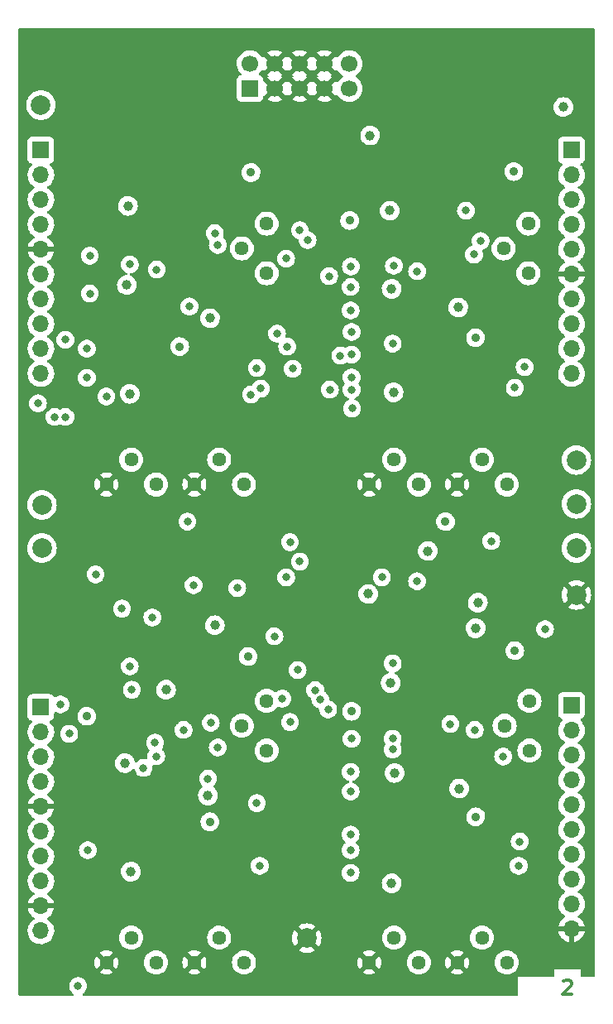
<source format=gbr>
%TF.GenerationSoftware,KiCad,Pcbnew,(6.0.11)*%
%TF.CreationDate,2023-04-16T18:13:22+01:00*%
%TF.ProjectId,Quadraphone,51756164-7261-4706-986f-6e652e6b6963,rev?*%
%TF.SameCoordinates,Original*%
%TF.FileFunction,Copper,L2,Inr*%
%TF.FilePolarity,Positive*%
%FSLAX46Y46*%
G04 Gerber Fmt 4.6, Leading zero omitted, Abs format (unit mm)*
G04 Created by KiCad (PCBNEW (6.0.11)) date 2023-04-16 18:13:22*
%MOMM*%
%LPD*%
G01*
G04 APERTURE LIST*
%ADD10C,0.300000*%
%TA.AperFunction,NonConductor*%
%ADD11C,0.300000*%
%TD*%
%TA.AperFunction,ComponentPad*%
%ADD12C,2.000000*%
%TD*%
%TA.AperFunction,ComponentPad*%
%ADD13C,1.440000*%
%TD*%
%TA.AperFunction,ComponentPad*%
%ADD14R,1.700000X1.700000*%
%TD*%
%TA.AperFunction,ComponentPad*%
%ADD15C,1.700000*%
%TD*%
%TA.AperFunction,ComponentPad*%
%ADD16O,1.700000X1.700000*%
%TD*%
%TA.AperFunction,ViaPad*%
%ADD17C,0.800000*%
%TD*%
%TA.AperFunction,ViaPad*%
%ADD18C,0.900000*%
%TD*%
%TA.AperFunction,ViaPad*%
%ADD19C,1.000000*%
%TD*%
G04 APERTURE END LIST*
D10*
%TO.C,FID1*%
D11*
X106271428Y-148021428D02*
X106342857Y-147950000D01*
X106485714Y-147878571D01*
X106842857Y-147878571D01*
X106985714Y-147950000D01*
X107057142Y-148021428D01*
X107128571Y-148164285D01*
X107128571Y-148307142D01*
X107057142Y-148521428D01*
X106200000Y-149378571D01*
X107128571Y-149378571D01*
%TD*%
D12*
%TO.N,-5V*%
%TO.C,TP6*%
X52800000Y-58400000D03*
%TD*%
D13*
%TO.N,GND*%
%TO.C,HF_Track_Trim3*%
X68500000Y-146100000D03*
%TO.N,Net-(HF_Track_Trim3-Pad2)*%
X71040000Y-143560000D03*
%TO.N,/OSCVoice3/HF_Track*%
X73580000Y-146100000D03*
%TD*%
%TO.N,GND*%
%TO.C,HF_Track_Trim1*%
X68500000Y-97200000D03*
%TO.N,Net-(HF_Track_Trim1-Pad2)*%
X71040000Y-94660000D03*
%TO.N,/OSCVoice1/HF_Track*%
X73580000Y-97200000D03*
%TD*%
%TO.N,GND*%
%TO.C,Base_Freq_Trim4*%
X86400000Y-146100000D03*
%TO.N,Net-(Base_Freq_Trim4-Pad2)*%
X88940000Y-143560000D03*
%TO.N,+5V*%
X91480000Y-146100000D03*
%TD*%
%TO.N,Net-(Expo_Trim2-Pad1)*%
%TO.C,Expo_Trim2*%
X102700000Y-75600000D03*
%TO.N,+2V5*%
X100160000Y-73060000D03*
%TO.N,N/C*%
X102700000Y-70520000D03*
%TD*%
D12*
%TO.N,-12V*%
%TO.C,TP7*%
X52900000Y-103700000D03*
%TD*%
D13*
%TO.N,GND*%
%TO.C,Base_Freq_Trim1*%
X59500000Y-97200000D03*
%TO.N,Net-(Base_Freq_Trim1-Pad2)*%
X62040000Y-94660000D03*
%TO.N,+5V*%
X64580000Y-97200000D03*
%TD*%
%TO.N,Net-(Expo_Trim3-Pad1)*%
%TO.C,Expo_Trim3*%
X75900000Y-124425000D03*
%TO.N,+2V5*%
X73360000Y-121885000D03*
%TO.N,N/C*%
X75900000Y-119345000D03*
%TD*%
D12*
%TO.N,GND*%
%TO.C,TP5*%
X107600000Y-108500000D03*
%TD*%
D13*
%TO.N,Net-(Expo_Trim4-Pad1)*%
%TO.C,Expo_Trim4*%
X102800000Y-124425000D03*
%TO.N,+2V5*%
X100260000Y-121885000D03*
%TO.N,N/C*%
X102800000Y-119345000D03*
%TD*%
D12*
%TO.N,/2.5V_Test*%
%TO.C,TP8*%
X107600000Y-103700000D03*
%TD*%
%TO.N,+5V*%
%TO.C,TP2*%
X107600000Y-94700000D03*
%TD*%
%TO.N,GND*%
%TO.C,TP4*%
X80000000Y-143600000D03*
%TD*%
D13*
%TO.N,GND*%
%TO.C,Base_Freq_Trim2*%
X86400000Y-97200000D03*
%TO.N,Net-(Base_Freq_Trim2-Pad2)*%
X88940000Y-94660000D03*
%TO.N,+5V*%
X91480000Y-97200000D03*
%TD*%
%TO.N,Net-(Expo_Trim1-Pad1)*%
%TO.C,Expo_Trim1*%
X75900000Y-75600000D03*
%TO.N,+2V5*%
X73360000Y-73060000D03*
%TO.N,N/C*%
X75900000Y-70520000D03*
%TD*%
%TO.N,GND*%
%TO.C,Base_Freq_Trim3*%
X59500000Y-146100000D03*
%TO.N,Net-(Base_Freq_Trim3-Pad2)*%
X62040000Y-143560000D03*
%TO.N,+5V*%
X64580000Y-146100000D03*
%TD*%
D12*
%TO.N,+2V5*%
%TO.C,TP3*%
X107600000Y-99200000D03*
%TD*%
D13*
%TO.N,GND*%
%TO.C,HF_Track_Trim2*%
X95400000Y-97200000D03*
%TO.N,Net-(HF_Track_Trim2-Pad2)*%
X97940000Y-94660000D03*
%TO.N,/OSCVoice2/HF_Track*%
X100480000Y-97200000D03*
%TD*%
%TO.N,GND*%
%TO.C,HF_Track_Trim4*%
X95400000Y-146100000D03*
%TO.N,Net-(HF_Track_Trim4-Pad2)*%
X97940000Y-143560000D03*
%TO.N,/OSCVoice4/HF_Track*%
X100480000Y-146100000D03*
%TD*%
D14*
%TO.N,/-12V_IN*%
%TO.C,J5*%
X74200000Y-56700000D03*
D15*
X74200000Y-54160000D03*
%TO.N,GND*%
X76740000Y-56700000D03*
X76740000Y-54160000D03*
X79280000Y-56700000D03*
X79280000Y-54160000D03*
X81820000Y-56700000D03*
X81820000Y-54160000D03*
%TO.N,/+12V_IN*%
X84360000Y-56700000D03*
X84360000Y-54160000D03*
%TD*%
D12*
%TO.N,+12V*%
%TO.C,TP1*%
X52900000Y-99300000D03*
%TD*%
D14*
%TO.N,/LIN_FREQ_IN*%
%TO.C,J4*%
X107100000Y-119800000D03*
D16*
%TO.N,/SOFT_SYNCH_SW*%
X107100000Y-122340000D03*
%TO.N,/MIX_OUT4*%
X107100000Y-124880000D03*
%TO.N,/TRIANGLE_SW*%
X107100000Y-127420000D03*
%TO.N,/SYNCH_SIGNAL4*%
X107100000Y-129960000D03*
%TO.N,/PWM_CV4*%
X107100000Y-132500000D03*
%TO.N,/V_PER_OCT4*%
X107100000Y-135040000D03*
%TO.N,/OCT_TUNE*%
X107100000Y-137580000D03*
%TO.N,/FREQ_MOD4*%
X107100000Y-140120000D03*
%TO.N,GND*%
X107100000Y-142660000D03*
%TD*%
D14*
%TO.N,/MIX_OUT3*%
%TO.C,J3*%
X52800000Y-120000000D03*
D16*
%TO.N,/PWM_CV*%
X52800000Y-122540000D03*
%TO.N,/PWM_POT*%
X52800000Y-125080000D03*
%TO.N,/PWM_CV3*%
X52800000Y-127620000D03*
%TO.N,GND*%
X52800000Y-130160000D03*
%TO.N,/V_PER_OCT3*%
X52800000Y-132700000D03*
%TO.N,/SYNCH_SIGNAL3*%
X52800000Y-135240000D03*
%TO.N,/FREQ_MOD3*%
X52800000Y-137780000D03*
%TO.N,GND*%
X52800000Y-140320000D03*
%TO.N,/FINE_TUNE*%
X52800000Y-142860000D03*
%TD*%
D14*
%TO.N,+12V*%
%TO.C,J2*%
X107100000Y-63000000D03*
D16*
%TO.N,+5V*%
X107100000Y-65540000D03*
%TO.N,+2V5*%
X107100000Y-68080000D03*
%TO.N,/MIX_OUT2*%
X107100000Y-70620000D03*
%TO.N,/PULSE_SW*%
X107100000Y-73160000D03*
%TO.N,GND*%
X107100000Y-75700000D03*
%TO.N,/SYNCH_SIGNAL2*%
X107100000Y-78240000D03*
%TO.N,/PWM_CV2*%
X107100000Y-80780000D03*
%TO.N,/V_PER_OCT2*%
X107100000Y-83320000D03*
%TO.N,/FREQ_MOD2*%
X107100000Y-85860000D03*
%TD*%
D14*
%TO.N,-5V*%
%TO.C,J1*%
X52800000Y-63000000D03*
D16*
%TO.N,-12V*%
X52800000Y-65540000D03*
%TO.N,/MIX_OUT1*%
X52800000Y-68080000D03*
%TO.N,/HARD_SYNCH_SW*%
X52800000Y-70620000D03*
%TO.N,GND*%
X52800000Y-73160000D03*
%TO.N,/SAW_SW*%
X52800000Y-75700000D03*
%TO.N,/SYNCH_SIGNAL1*%
X52800000Y-78240000D03*
%TO.N,/PWM_CV1*%
X52800000Y-80780000D03*
%TO.N,/V_PER_OCT1*%
X52800000Y-83320000D03*
%TO.N,/FREQ_MOD1*%
X52800000Y-85860000D03*
%TD*%
D17*
%TO.N,GND*%
X94900000Y-126000000D03*
X51100000Y-56000000D03*
X72000000Y-122900000D03*
X59300000Y-56600000D03*
X68000000Y-125900000D03*
X95100000Y-52900000D03*
X101200000Y-106000000D03*
X92000000Y-113400000D03*
X97100000Y-65400000D03*
X94000000Y-73200000D03*
X80700000Y-124800000D03*
X83700000Y-112600000D03*
X75200000Y-66800000D03*
X75800000Y-115900000D03*
X67400000Y-72100000D03*
X74800000Y-89900000D03*
X57500000Y-57500000D03*
X84300000Y-124800000D03*
X65400000Y-64100000D03*
X101200000Y-112800000D03*
X103600000Y-52200000D03*
X66000000Y-99800000D03*
X74100000Y-106700000D03*
X97000000Y-114300000D03*
X78840145Y-135375500D03*
X97000000Y-138200000D03*
X54800000Y-69600000D03*
X70200000Y-89700000D03*
X98300000Y-121000000D03*
X65100000Y-113000000D03*
X54900000Y-124200000D03*
X75100000Y-137800000D03*
X92420023Y-64220023D03*
X97100000Y-89500000D03*
X97100000Y-102300000D03*
X78800000Y-128900000D03*
X57500000Y-117700000D03*
X70200000Y-65400000D03*
X93400000Y-51000000D03*
X97300000Y-77700000D03*
X61100000Y-58700000D03*
X70100000Y-78700000D03*
X70100000Y-138100000D03*
X100300000Y-61800000D03*
X91700000Y-52900000D03*
X101212299Y-88912299D03*
X90200000Y-118300000D03*
X93100000Y-108700000D03*
X108000000Y-52900000D03*
X102600000Y-64300000D03*
X63700000Y-106800000D03*
X57500000Y-75900000D03*
X101600000Y-137800000D03*
X71300000Y-120400000D03*
X103000000Y-105800000D03*
X74900000Y-63700000D03*
X101700000Y-141000000D03*
X72900000Y-109400000D03*
D18*
%TO.N,+2V5*%
X67000000Y-83100000D03*
X94200000Y-101000000D03*
X70100000Y-131700000D03*
X97300000Y-131200000D03*
D17*
X67800000Y-101000000D03*
D18*
X97287500Y-82187500D03*
D19*
%TO.N,+12V*%
X65600000Y-118200000D03*
X88500000Y-69200000D03*
X61700000Y-68700000D03*
D17*
X62100000Y-118200000D03*
D19*
X88600000Y-117500000D03*
%TO.N,+5V*%
X61600000Y-76800000D03*
X86300000Y-108400000D03*
X70100000Y-80200000D03*
X69891477Y-129013471D03*
X97512500Y-109300000D03*
X89000000Y-126700000D03*
X95500000Y-79100000D03*
X95600000Y-128300000D03*
X88700000Y-77200000D03*
X106268750Y-58600000D03*
X92400000Y-104000000D03*
X61400000Y-125700000D03*
D17*
%TO.N,/Start_Pulse*%
X74300000Y-88000000D03*
X101299999Y-87299998D03*
X101700000Y-136200000D03*
X58400000Y-106400000D03*
X75200000Y-136200000D03*
D19*
%TO.N,-12V*%
X61900000Y-87924500D03*
X97300000Y-111900000D03*
X62000000Y-136800000D03*
X70600000Y-111600000D03*
X88900000Y-87775500D03*
X86500000Y-61500000D03*
X88700000Y-138000000D03*
D17*
%TO.N,/LIN_FREQ_IN*%
X78300000Y-103100000D03*
%TO.N,/Linear_Frequency*%
X74900000Y-85300000D03*
X78575500Y-85367398D03*
X101800000Y-133724500D03*
X74900000Y-129800000D03*
X102300000Y-85200000D03*
%TO.N,/OSCVoice1/PWM_Control*%
X55300000Y-90300000D03*
X57500000Y-83300000D03*
%TO.N,/OSCVoice2/PWM_Control*%
X78000000Y-83100000D03*
X88800000Y-82800000D03*
D18*
%TO.N,-5V*%
X84400000Y-70200000D03*
X74300000Y-65300000D03*
X74010756Y-114789244D03*
X101300000Y-114200000D03*
X101200000Y-65200000D03*
X57499312Y-120899312D03*
X84600000Y-120400000D03*
D17*
%TO.N,/OSCVoice4/PWM_Control*%
X76700000Y-112724500D03*
X79075500Y-116179791D03*
%TO.N,/OSCVoice3/PWM_Control*%
X61100000Y-109900000D03*
X63300000Y-126200000D03*
%TO.N,/HARD_SYNCH_SW*%
X88800000Y-124300000D03*
X91300000Y-75400000D03*
X78300000Y-121500000D03*
X64652451Y-75227852D03*
X77900000Y-74100000D03*
X64200000Y-110800000D03*
X64600000Y-125000000D03*
%TO.N,/SOFT_SYNCH_SW*%
X91300000Y-107100000D03*
%TO.N,/PULSE_SW*%
X79300000Y-71200000D03*
X94700000Y-121700000D03*
X70600000Y-71500000D03*
X70185350Y-121575500D03*
X97800000Y-72300000D03*
X79300000Y-105098062D03*
%TO.N,/TRIANGLE_SW*%
X97200000Y-122300000D03*
X67400000Y-122300000D03*
X77900000Y-106700000D03*
X97125652Y-73687174D03*
X70900000Y-72700000D03*
X80100000Y-72200000D03*
%TO.N,/SAW_SW*%
X61900000Y-74700000D03*
X88800000Y-123200000D03*
X88921767Y-74824500D03*
X80875500Y-118243082D03*
X82300000Y-75900000D03*
X64481868Y-123614805D03*
%TO.N,/PWM_POT*%
X57800000Y-77675500D03*
X84500000Y-126600000D03*
X54800000Y-119700000D03*
X84500000Y-77000000D03*
%TO.N,/FINE_TUNE*%
X57500000Y-86300000D03*
X57600000Y-134600000D03*
X84600000Y-86242898D03*
X84500000Y-134600000D03*
%TO.N,/OCT_TUNE*%
X84643082Y-89424500D03*
X59500000Y-88200000D03*
X56600000Y-148500000D03*
X52500000Y-88900000D03*
%TO.N,/SYNCH_SIGNAL3*%
X69900000Y-127300000D03*
X82200000Y-120200000D03*
X70900000Y-124100000D03*
%TO.N,/MIX_OUT3*%
X61900000Y-115800000D03*
%TO.N,/SYNCH_SIGNAL4*%
X100108761Y-125021904D03*
%TO.N,/V_PER_OCT4*%
X84500000Y-133000000D03*
%TO.N,/FREQ_MOD4*%
X84497515Y-136924500D03*
%TO.N,/PWM_CV4*%
X84500000Y-128600000D03*
%TO.N,/MIX_OUT4*%
X88800000Y-115500000D03*
%TO.N,/SYNCH_SIGNAL1*%
X83437500Y-84037500D03*
X68000000Y-79000000D03*
%TO.N,/SYNCH_SIGNAL2*%
X87700000Y-106700000D03*
X104400000Y-112000000D03*
%TO.N,/V_PER_OCT2*%
X84600000Y-83918398D03*
%TO.N,/FREQ_MOD2*%
X84600000Y-87500000D03*
%TO.N,/PWM_CV2*%
X84500000Y-79400000D03*
%TO.N,/MIX_OUT2*%
X96300000Y-69200000D03*
%TO.N,/PWM_CV*%
X84524500Y-74900000D03*
X55700000Y-122700000D03*
X57800000Y-73800000D03*
X84600000Y-123200000D03*
%TO.N,/OSCVoice1/Soft_Synch*%
X82374001Y-87500000D03*
X75300000Y-87400000D03*
%TO.N,/OSCVoice3/Soft_Synch*%
X77500000Y-119100000D03*
X81400000Y-119200000D03*
%TO.N,/OSCVoice1/PWM_Opamp_Mix*%
X54200000Y-90300000D03*
X55300000Y-82400000D03*
%TO.N,/OSCVoice2/PWM_Opamp_Mix*%
X76963756Y-81763756D03*
X84600000Y-81600000D03*
%TO.N,/OSCVoice4/PWM_Opamp_Mix*%
X68424500Y-107500000D03*
X72900000Y-107800000D03*
%TO.N,/2.5V_Test*%
X98900000Y-103000000D03*
%TD*%
%TA.AperFunction,Conductor*%
%TO.N,GND*%
G36*
X109433621Y-50528502D02*
G01*
X109480114Y-50582158D01*
X109491500Y-50634500D01*
X109491500Y-147474000D01*
X109471498Y-147542121D01*
X109417842Y-147588614D01*
X109365500Y-147600000D01*
X108198786Y-147600000D01*
X108130665Y-147579998D01*
X108084172Y-147526342D01*
X108072786Y-147474000D01*
X108072786Y-146759000D01*
X105327215Y-146759000D01*
X105327215Y-147474000D01*
X105307213Y-147542121D01*
X105253557Y-147588614D01*
X105201215Y-147600000D01*
X101600000Y-147600000D01*
X101600000Y-149365500D01*
X101579998Y-149433621D01*
X101526342Y-149480114D01*
X101474000Y-149491500D01*
X57168738Y-149491500D01*
X57100617Y-149471498D01*
X57054124Y-149417842D01*
X57044020Y-149347568D01*
X57073514Y-149282988D01*
X57094677Y-149263564D01*
X57136976Y-149232832D01*
X57211253Y-149178866D01*
X57339040Y-149036944D01*
X57434527Y-148871556D01*
X57493542Y-148689928D01*
X57513504Y-148500000D01*
X57493542Y-148310072D01*
X57434527Y-148128444D01*
X57339040Y-147963056D01*
X57211253Y-147821134D01*
X57056752Y-147708882D01*
X57050724Y-147706198D01*
X57050722Y-147706197D01*
X56888319Y-147633891D01*
X56888318Y-147633891D01*
X56882288Y-147631206D01*
X56763069Y-147605865D01*
X56701944Y-147592872D01*
X56701939Y-147592872D01*
X56695487Y-147591500D01*
X56504513Y-147591500D01*
X56498061Y-147592872D01*
X56498056Y-147592872D01*
X56436931Y-147605865D01*
X56317712Y-147631206D01*
X56311682Y-147633891D01*
X56311681Y-147633891D01*
X56149278Y-147706197D01*
X56149276Y-147706198D01*
X56143248Y-147708882D01*
X55988747Y-147821134D01*
X55860960Y-147963056D01*
X55765473Y-148128444D01*
X55706458Y-148310072D01*
X55686496Y-148500000D01*
X55706458Y-148689928D01*
X55765473Y-148871556D01*
X55860960Y-149036944D01*
X55988747Y-149178866D01*
X56063024Y-149232832D01*
X56105323Y-149263564D01*
X56148677Y-149319787D01*
X56154752Y-149390523D01*
X56121620Y-149453314D01*
X56059800Y-149488226D01*
X56031262Y-149491500D01*
X50634500Y-149491500D01*
X50566379Y-149471498D01*
X50519886Y-149417842D01*
X50508500Y-149365500D01*
X50508500Y-147128621D01*
X58835933Y-147128621D01*
X58845227Y-147140635D01*
X58879146Y-147164385D01*
X58888641Y-147169868D01*
X59073413Y-147256028D01*
X59083705Y-147259774D01*
X59280632Y-147312540D01*
X59291425Y-147314443D01*
X59494525Y-147332212D01*
X59505475Y-147332212D01*
X59708575Y-147314443D01*
X59719368Y-147312540D01*
X59916295Y-147259774D01*
X59926587Y-147256028D01*
X60111359Y-147169868D01*
X60120854Y-147164385D01*
X60155607Y-147140051D01*
X60163983Y-147129572D01*
X60156916Y-147116127D01*
X59512811Y-146472021D01*
X59498868Y-146464408D01*
X59497034Y-146464539D01*
X59490420Y-146468790D01*
X58842360Y-147116851D01*
X58835933Y-147128621D01*
X50508500Y-147128621D01*
X50508500Y-146105475D01*
X58267788Y-146105475D01*
X58285557Y-146308575D01*
X58287460Y-146319368D01*
X58340226Y-146516295D01*
X58343972Y-146526587D01*
X58430135Y-146711364D01*
X58435613Y-146720850D01*
X58459949Y-146755607D01*
X58470428Y-146763983D01*
X58483872Y-146756917D01*
X59127979Y-146112811D01*
X59134356Y-146101132D01*
X59864408Y-146101132D01*
X59864539Y-146102966D01*
X59868790Y-146109580D01*
X60516851Y-146757640D01*
X60528621Y-146764067D01*
X60540635Y-146754772D01*
X60564387Y-146720850D01*
X60569865Y-146711364D01*
X60656028Y-146526587D01*
X60659774Y-146516295D01*
X60712540Y-146319368D01*
X60714443Y-146308575D01*
X60732212Y-146105475D01*
X60732212Y-146100000D01*
X63346807Y-146100000D01*
X63365542Y-146314142D01*
X63421178Y-146521777D01*
X63512024Y-146716596D01*
X63635319Y-146892681D01*
X63787319Y-147044681D01*
X63963403Y-147167976D01*
X63968381Y-147170297D01*
X63968384Y-147170299D01*
X64152231Y-147256028D01*
X64158223Y-147258822D01*
X64163531Y-147260244D01*
X64163533Y-147260245D01*
X64360543Y-147313034D01*
X64360545Y-147313034D01*
X64365858Y-147314458D01*
X64580000Y-147333193D01*
X64794142Y-147314458D01*
X64799455Y-147313034D01*
X64799457Y-147313034D01*
X64996467Y-147260245D01*
X64996469Y-147260244D01*
X65001777Y-147258822D01*
X65007769Y-147256028D01*
X65191616Y-147170299D01*
X65191619Y-147170297D01*
X65196597Y-147167976D01*
X65252802Y-147128621D01*
X67835933Y-147128621D01*
X67845227Y-147140635D01*
X67879146Y-147164385D01*
X67888641Y-147169868D01*
X68073413Y-147256028D01*
X68083705Y-147259774D01*
X68280632Y-147312540D01*
X68291425Y-147314443D01*
X68494525Y-147332212D01*
X68505475Y-147332212D01*
X68708575Y-147314443D01*
X68719368Y-147312540D01*
X68916295Y-147259774D01*
X68926587Y-147256028D01*
X69111359Y-147169868D01*
X69120854Y-147164385D01*
X69155607Y-147140051D01*
X69163983Y-147129572D01*
X69156916Y-147116127D01*
X68512811Y-146472021D01*
X68498868Y-146464408D01*
X68497034Y-146464539D01*
X68490420Y-146468790D01*
X67842360Y-147116851D01*
X67835933Y-147128621D01*
X65252802Y-147128621D01*
X65372681Y-147044681D01*
X65524681Y-146892681D01*
X65647976Y-146716596D01*
X65738822Y-146521777D01*
X65794458Y-146314142D01*
X65812714Y-146105475D01*
X67267788Y-146105475D01*
X67285557Y-146308575D01*
X67287460Y-146319368D01*
X67340226Y-146516295D01*
X67343972Y-146526587D01*
X67430135Y-146711364D01*
X67435613Y-146720850D01*
X67459949Y-146755607D01*
X67470428Y-146763983D01*
X67483872Y-146756917D01*
X68127979Y-146112811D01*
X68134356Y-146101132D01*
X68864408Y-146101132D01*
X68864539Y-146102966D01*
X68868790Y-146109580D01*
X69516851Y-146757640D01*
X69528621Y-146764067D01*
X69540635Y-146754772D01*
X69564387Y-146720850D01*
X69569865Y-146711364D01*
X69656028Y-146526587D01*
X69659774Y-146516295D01*
X69712540Y-146319368D01*
X69714443Y-146308575D01*
X69732212Y-146105475D01*
X69732212Y-146100000D01*
X72346807Y-146100000D01*
X72365542Y-146314142D01*
X72421178Y-146521777D01*
X72512024Y-146716596D01*
X72635319Y-146892681D01*
X72787319Y-147044681D01*
X72963403Y-147167976D01*
X72968381Y-147170297D01*
X72968384Y-147170299D01*
X73152231Y-147256028D01*
X73158223Y-147258822D01*
X73163531Y-147260244D01*
X73163533Y-147260245D01*
X73360543Y-147313034D01*
X73360545Y-147313034D01*
X73365858Y-147314458D01*
X73580000Y-147333193D01*
X73794142Y-147314458D01*
X73799455Y-147313034D01*
X73799457Y-147313034D01*
X73996467Y-147260245D01*
X73996469Y-147260244D01*
X74001777Y-147258822D01*
X74007769Y-147256028D01*
X74191616Y-147170299D01*
X74191619Y-147170297D01*
X74196597Y-147167976D01*
X74252802Y-147128621D01*
X85735933Y-147128621D01*
X85745227Y-147140635D01*
X85779146Y-147164385D01*
X85788641Y-147169868D01*
X85973413Y-147256028D01*
X85983705Y-147259774D01*
X86180632Y-147312540D01*
X86191425Y-147314443D01*
X86394525Y-147332212D01*
X86405475Y-147332212D01*
X86608575Y-147314443D01*
X86619368Y-147312540D01*
X86816295Y-147259774D01*
X86826587Y-147256028D01*
X87011359Y-147169868D01*
X87020854Y-147164385D01*
X87055607Y-147140051D01*
X87063983Y-147129572D01*
X87056916Y-147116127D01*
X86412811Y-146472021D01*
X86398868Y-146464408D01*
X86397034Y-146464539D01*
X86390420Y-146468790D01*
X85742360Y-147116851D01*
X85735933Y-147128621D01*
X74252802Y-147128621D01*
X74372681Y-147044681D01*
X74524681Y-146892681D01*
X74647976Y-146716596D01*
X74738822Y-146521777D01*
X74794458Y-146314142D01*
X74812714Y-146105475D01*
X85167788Y-146105475D01*
X85185557Y-146308575D01*
X85187460Y-146319368D01*
X85240226Y-146516295D01*
X85243972Y-146526587D01*
X85330135Y-146711364D01*
X85335613Y-146720850D01*
X85359949Y-146755607D01*
X85370428Y-146763983D01*
X85383872Y-146756917D01*
X86027979Y-146112811D01*
X86034356Y-146101132D01*
X86764408Y-146101132D01*
X86764539Y-146102966D01*
X86768790Y-146109580D01*
X87416851Y-146757640D01*
X87428621Y-146764067D01*
X87440635Y-146754772D01*
X87464387Y-146720850D01*
X87469865Y-146711364D01*
X87556028Y-146526587D01*
X87559774Y-146516295D01*
X87612540Y-146319368D01*
X87614443Y-146308575D01*
X87632212Y-146105475D01*
X87632212Y-146100000D01*
X90246807Y-146100000D01*
X90265542Y-146314142D01*
X90321178Y-146521777D01*
X90412024Y-146716596D01*
X90535319Y-146892681D01*
X90687319Y-147044681D01*
X90863403Y-147167976D01*
X90868381Y-147170297D01*
X90868384Y-147170299D01*
X91052231Y-147256028D01*
X91058223Y-147258822D01*
X91063531Y-147260244D01*
X91063533Y-147260245D01*
X91260543Y-147313034D01*
X91260545Y-147313034D01*
X91265858Y-147314458D01*
X91480000Y-147333193D01*
X91694142Y-147314458D01*
X91699455Y-147313034D01*
X91699457Y-147313034D01*
X91896467Y-147260245D01*
X91896469Y-147260244D01*
X91901777Y-147258822D01*
X91907769Y-147256028D01*
X92091616Y-147170299D01*
X92091619Y-147170297D01*
X92096597Y-147167976D01*
X92152802Y-147128621D01*
X94735933Y-147128621D01*
X94745227Y-147140635D01*
X94779146Y-147164385D01*
X94788641Y-147169868D01*
X94973413Y-147256028D01*
X94983705Y-147259774D01*
X95180632Y-147312540D01*
X95191425Y-147314443D01*
X95394525Y-147332212D01*
X95405475Y-147332212D01*
X95608575Y-147314443D01*
X95619368Y-147312540D01*
X95816295Y-147259774D01*
X95826587Y-147256028D01*
X96011359Y-147169868D01*
X96020854Y-147164385D01*
X96055607Y-147140051D01*
X96063983Y-147129572D01*
X96056916Y-147116127D01*
X95412811Y-146472021D01*
X95398868Y-146464408D01*
X95397034Y-146464539D01*
X95390420Y-146468790D01*
X94742360Y-147116851D01*
X94735933Y-147128621D01*
X92152802Y-147128621D01*
X92272681Y-147044681D01*
X92424681Y-146892681D01*
X92547976Y-146716596D01*
X92638822Y-146521777D01*
X92694458Y-146314142D01*
X92712714Y-146105475D01*
X94167788Y-146105475D01*
X94185557Y-146308575D01*
X94187460Y-146319368D01*
X94240226Y-146516295D01*
X94243972Y-146526587D01*
X94330135Y-146711364D01*
X94335613Y-146720850D01*
X94359949Y-146755607D01*
X94370428Y-146763983D01*
X94383872Y-146756917D01*
X95027979Y-146112811D01*
X95034356Y-146101132D01*
X95764408Y-146101132D01*
X95764539Y-146102966D01*
X95768790Y-146109580D01*
X96416851Y-146757640D01*
X96428621Y-146764067D01*
X96440635Y-146754772D01*
X96464387Y-146720850D01*
X96469865Y-146711364D01*
X96556028Y-146526587D01*
X96559774Y-146516295D01*
X96612540Y-146319368D01*
X96614443Y-146308575D01*
X96632212Y-146105475D01*
X96632212Y-146100000D01*
X99246807Y-146100000D01*
X99265542Y-146314142D01*
X99321178Y-146521777D01*
X99412024Y-146716596D01*
X99535319Y-146892681D01*
X99687319Y-147044681D01*
X99863403Y-147167976D01*
X99868381Y-147170297D01*
X99868384Y-147170299D01*
X100052231Y-147256028D01*
X100058223Y-147258822D01*
X100063531Y-147260244D01*
X100063533Y-147260245D01*
X100260543Y-147313034D01*
X100260545Y-147313034D01*
X100265858Y-147314458D01*
X100480000Y-147333193D01*
X100694142Y-147314458D01*
X100699455Y-147313034D01*
X100699457Y-147313034D01*
X100896467Y-147260245D01*
X100896469Y-147260244D01*
X100901777Y-147258822D01*
X100907769Y-147256028D01*
X101091616Y-147170299D01*
X101091619Y-147170297D01*
X101096597Y-147167976D01*
X101272681Y-147044681D01*
X101424681Y-146892681D01*
X101547976Y-146716596D01*
X101638822Y-146521777D01*
X101694458Y-146314142D01*
X101713193Y-146100000D01*
X101694458Y-145885858D01*
X101638822Y-145678223D01*
X101547976Y-145483404D01*
X101424681Y-145307319D01*
X101272681Y-145155319D01*
X101096597Y-145032024D01*
X101091619Y-145029703D01*
X101091616Y-145029701D01*
X100906759Y-144943501D01*
X100906758Y-144943500D01*
X100901777Y-144941178D01*
X100896469Y-144939756D01*
X100896467Y-144939755D01*
X100699457Y-144886966D01*
X100699455Y-144886966D01*
X100694142Y-144885542D01*
X100480000Y-144866807D01*
X100265858Y-144885542D01*
X100260545Y-144886966D01*
X100260543Y-144886966D01*
X100063533Y-144939755D01*
X100063531Y-144939756D01*
X100058223Y-144941178D01*
X100053243Y-144943500D01*
X100053241Y-144943501D01*
X99868385Y-145029701D01*
X99868382Y-145029703D01*
X99863404Y-145032024D01*
X99687319Y-145155319D01*
X99535319Y-145307319D01*
X99412024Y-145483404D01*
X99321178Y-145678223D01*
X99265542Y-145885858D01*
X99246807Y-146100000D01*
X96632212Y-146100000D01*
X96632212Y-146094525D01*
X96614443Y-145891425D01*
X96612540Y-145880632D01*
X96559774Y-145683705D01*
X96556028Y-145673413D01*
X96469865Y-145488636D01*
X96464387Y-145479150D01*
X96440051Y-145444393D01*
X96429572Y-145436017D01*
X96416128Y-145443083D01*
X95772021Y-146087189D01*
X95764408Y-146101132D01*
X95034356Y-146101132D01*
X95035592Y-146098868D01*
X95035461Y-146097034D01*
X95031210Y-146090420D01*
X94383149Y-145442360D01*
X94371379Y-145435933D01*
X94359365Y-145445228D01*
X94335613Y-145479150D01*
X94330135Y-145488636D01*
X94243972Y-145673413D01*
X94240226Y-145683705D01*
X94187460Y-145880632D01*
X94185557Y-145891425D01*
X94167788Y-146094525D01*
X94167788Y-146105475D01*
X92712714Y-146105475D01*
X92713193Y-146100000D01*
X92694458Y-145885858D01*
X92638822Y-145678223D01*
X92547976Y-145483404D01*
X92424681Y-145307319D01*
X92272681Y-145155319D01*
X92151444Y-145070428D01*
X94736017Y-145070428D01*
X94743083Y-145083872D01*
X95387189Y-145727979D01*
X95401132Y-145735592D01*
X95402966Y-145735461D01*
X95409580Y-145731210D01*
X96057640Y-145083149D01*
X96064067Y-145071379D01*
X96054773Y-145059365D01*
X96020854Y-145035615D01*
X96011359Y-145030132D01*
X95826587Y-144943972D01*
X95816295Y-144940226D01*
X95619368Y-144887460D01*
X95608575Y-144885557D01*
X95405475Y-144867788D01*
X95394525Y-144867788D01*
X95191425Y-144885557D01*
X95180632Y-144887460D01*
X94983705Y-144940226D01*
X94973413Y-144943972D01*
X94788636Y-145030135D01*
X94779150Y-145035613D01*
X94744393Y-145059949D01*
X94736017Y-145070428D01*
X92151444Y-145070428D01*
X92096597Y-145032024D01*
X92091619Y-145029703D01*
X92091616Y-145029701D01*
X91906759Y-144943501D01*
X91906758Y-144943500D01*
X91901777Y-144941178D01*
X91896469Y-144939756D01*
X91896467Y-144939755D01*
X91699457Y-144886966D01*
X91699455Y-144886966D01*
X91694142Y-144885542D01*
X91480000Y-144866807D01*
X91265858Y-144885542D01*
X91260545Y-144886966D01*
X91260543Y-144886966D01*
X91063533Y-144939755D01*
X91063531Y-144939756D01*
X91058223Y-144941178D01*
X91053243Y-144943500D01*
X91053241Y-144943501D01*
X90868385Y-145029701D01*
X90868382Y-145029703D01*
X90863404Y-145032024D01*
X90687319Y-145155319D01*
X90535319Y-145307319D01*
X90412024Y-145483404D01*
X90321178Y-145678223D01*
X90265542Y-145885858D01*
X90246807Y-146100000D01*
X87632212Y-146100000D01*
X87632212Y-146094525D01*
X87614443Y-145891425D01*
X87612540Y-145880632D01*
X87559774Y-145683705D01*
X87556028Y-145673413D01*
X87469865Y-145488636D01*
X87464387Y-145479150D01*
X87440051Y-145444393D01*
X87429572Y-145436017D01*
X87416128Y-145443083D01*
X86772021Y-146087189D01*
X86764408Y-146101132D01*
X86034356Y-146101132D01*
X86035592Y-146098868D01*
X86035461Y-146097034D01*
X86031210Y-146090420D01*
X85383149Y-145442360D01*
X85371379Y-145435933D01*
X85359365Y-145445228D01*
X85335613Y-145479150D01*
X85330135Y-145488636D01*
X85243972Y-145673413D01*
X85240226Y-145683705D01*
X85187460Y-145880632D01*
X85185557Y-145891425D01*
X85167788Y-146094525D01*
X85167788Y-146105475D01*
X74812714Y-146105475D01*
X74813193Y-146100000D01*
X74794458Y-145885858D01*
X74738822Y-145678223D01*
X74647976Y-145483404D01*
X74524681Y-145307319D01*
X74372681Y-145155319D01*
X74196597Y-145032024D01*
X74191619Y-145029703D01*
X74191616Y-145029701D01*
X74006759Y-144943501D01*
X74006758Y-144943500D01*
X74001777Y-144941178D01*
X73996469Y-144939756D01*
X73996467Y-144939755D01*
X73799457Y-144886966D01*
X73799455Y-144886966D01*
X73794142Y-144885542D01*
X73580000Y-144866807D01*
X73365858Y-144885542D01*
X73360545Y-144886966D01*
X73360543Y-144886966D01*
X73163533Y-144939755D01*
X73163531Y-144939756D01*
X73158223Y-144941178D01*
X73153243Y-144943500D01*
X73153241Y-144943501D01*
X72968385Y-145029701D01*
X72968382Y-145029703D01*
X72963404Y-145032024D01*
X72787319Y-145155319D01*
X72635319Y-145307319D01*
X72512024Y-145483404D01*
X72421178Y-145678223D01*
X72365542Y-145885858D01*
X72346807Y-146100000D01*
X69732212Y-146100000D01*
X69732212Y-146094525D01*
X69714443Y-145891425D01*
X69712540Y-145880632D01*
X69659774Y-145683705D01*
X69656028Y-145673413D01*
X69569865Y-145488636D01*
X69564387Y-145479150D01*
X69540051Y-145444393D01*
X69529572Y-145436017D01*
X69516128Y-145443083D01*
X68872021Y-146087189D01*
X68864408Y-146101132D01*
X68134356Y-146101132D01*
X68135592Y-146098868D01*
X68135461Y-146097034D01*
X68131210Y-146090420D01*
X67483149Y-145442360D01*
X67471379Y-145435933D01*
X67459365Y-145445228D01*
X67435613Y-145479150D01*
X67430135Y-145488636D01*
X67343972Y-145673413D01*
X67340226Y-145683705D01*
X67287460Y-145880632D01*
X67285557Y-145891425D01*
X67267788Y-146094525D01*
X67267788Y-146105475D01*
X65812714Y-146105475D01*
X65813193Y-146100000D01*
X65794458Y-145885858D01*
X65738822Y-145678223D01*
X65647976Y-145483404D01*
X65524681Y-145307319D01*
X65372681Y-145155319D01*
X65251444Y-145070428D01*
X67836017Y-145070428D01*
X67843083Y-145083872D01*
X68487189Y-145727979D01*
X68501132Y-145735592D01*
X68502966Y-145735461D01*
X68509580Y-145731210D01*
X69157640Y-145083149D01*
X69164067Y-145071379D01*
X69154773Y-145059365D01*
X69120854Y-145035615D01*
X69111359Y-145030132D01*
X68926587Y-144943972D01*
X68916295Y-144940226D01*
X68719368Y-144887460D01*
X68708575Y-144885557D01*
X68505475Y-144867788D01*
X68494525Y-144867788D01*
X68291425Y-144885557D01*
X68280632Y-144887460D01*
X68083705Y-144940226D01*
X68073413Y-144943972D01*
X67888636Y-145030135D01*
X67879150Y-145035613D01*
X67844393Y-145059949D01*
X67836017Y-145070428D01*
X65251444Y-145070428D01*
X65196597Y-145032024D01*
X65191619Y-145029703D01*
X65191616Y-145029701D01*
X65006759Y-144943501D01*
X65006758Y-144943500D01*
X65001777Y-144941178D01*
X64996469Y-144939756D01*
X64996467Y-144939755D01*
X64799457Y-144886966D01*
X64799455Y-144886966D01*
X64794142Y-144885542D01*
X64580000Y-144866807D01*
X64365858Y-144885542D01*
X64360545Y-144886966D01*
X64360543Y-144886966D01*
X64163533Y-144939755D01*
X64163531Y-144939756D01*
X64158223Y-144941178D01*
X64153243Y-144943500D01*
X64153241Y-144943501D01*
X63968385Y-145029701D01*
X63968382Y-145029703D01*
X63963404Y-145032024D01*
X63787319Y-145155319D01*
X63635319Y-145307319D01*
X63512024Y-145483404D01*
X63421178Y-145678223D01*
X63365542Y-145885858D01*
X63346807Y-146100000D01*
X60732212Y-146100000D01*
X60732212Y-146094525D01*
X60714443Y-145891425D01*
X60712540Y-145880632D01*
X60659774Y-145683705D01*
X60656028Y-145673413D01*
X60569865Y-145488636D01*
X60564387Y-145479150D01*
X60540051Y-145444393D01*
X60529572Y-145436017D01*
X60516128Y-145443083D01*
X59872021Y-146087189D01*
X59864408Y-146101132D01*
X59134356Y-146101132D01*
X59135592Y-146098868D01*
X59135461Y-146097034D01*
X59131210Y-146090420D01*
X58483149Y-145442360D01*
X58471379Y-145435933D01*
X58459365Y-145445228D01*
X58435613Y-145479150D01*
X58430135Y-145488636D01*
X58343972Y-145673413D01*
X58340226Y-145683705D01*
X58287460Y-145880632D01*
X58285557Y-145891425D01*
X58267788Y-146094525D01*
X58267788Y-146105475D01*
X50508500Y-146105475D01*
X50508500Y-145070428D01*
X58836017Y-145070428D01*
X58843083Y-145083872D01*
X59487189Y-145727979D01*
X59501132Y-145735592D01*
X59502966Y-145735461D01*
X59509580Y-145731210D01*
X60157640Y-145083149D01*
X60164067Y-145071379D01*
X60154773Y-145059365D01*
X60120854Y-145035615D01*
X60111359Y-145030132D01*
X59926587Y-144943972D01*
X59916295Y-144940226D01*
X59719368Y-144887460D01*
X59708575Y-144885557D01*
X59505475Y-144867788D01*
X59494525Y-144867788D01*
X59291425Y-144885557D01*
X59280632Y-144887460D01*
X59083705Y-144940226D01*
X59073413Y-144943972D01*
X58888636Y-145030135D01*
X58879150Y-145035613D01*
X58844393Y-145059949D01*
X58836017Y-145070428D01*
X50508500Y-145070428D01*
X50508500Y-144832670D01*
X79132160Y-144832670D01*
X79137887Y-144840320D01*
X79309042Y-144945205D01*
X79317837Y-144949687D01*
X79527988Y-145036734D01*
X79537373Y-145039783D01*
X79758554Y-145092885D01*
X79768301Y-145094428D01*
X79995070Y-145112275D01*
X80004930Y-145112275D01*
X80231699Y-145094428D01*
X80241446Y-145092885D01*
X80334984Y-145070428D01*
X85736017Y-145070428D01*
X85743083Y-145083872D01*
X86387189Y-145727979D01*
X86401132Y-145735592D01*
X86402966Y-145735461D01*
X86409580Y-145731210D01*
X87057640Y-145083149D01*
X87064067Y-145071379D01*
X87054773Y-145059365D01*
X87020854Y-145035615D01*
X87011359Y-145030132D01*
X86826587Y-144943972D01*
X86816295Y-144940226D01*
X86619368Y-144887460D01*
X86608575Y-144885557D01*
X86405475Y-144867788D01*
X86394525Y-144867788D01*
X86191425Y-144885557D01*
X86180632Y-144887460D01*
X85983705Y-144940226D01*
X85973413Y-144943972D01*
X85788636Y-145030135D01*
X85779150Y-145035613D01*
X85744393Y-145059949D01*
X85736017Y-145070428D01*
X80334984Y-145070428D01*
X80462627Y-145039783D01*
X80472012Y-145036734D01*
X80682163Y-144949687D01*
X80690958Y-144945205D01*
X80858445Y-144842568D01*
X80867907Y-144832110D01*
X80864124Y-144823334D01*
X80012812Y-143972022D01*
X79998868Y-143964408D01*
X79997035Y-143964539D01*
X79990420Y-143968790D01*
X79138920Y-144820290D01*
X79132160Y-144832670D01*
X50508500Y-144832670D01*
X50508500Y-142826695D01*
X51437251Y-142826695D01*
X51437548Y-142831848D01*
X51437548Y-142831851D01*
X51443980Y-142943404D01*
X51450110Y-143049715D01*
X51451247Y-143054761D01*
X51451248Y-143054767D01*
X51452979Y-143062446D01*
X51499222Y-143267639D01*
X51560673Y-143418976D01*
X51577489Y-143460388D01*
X51583266Y-143474616D01*
X51585965Y-143479020D01*
X51654231Y-143590420D01*
X51699987Y-143665088D01*
X51846250Y-143833938D01*
X52018126Y-143976632D01*
X52211000Y-144089338D01*
X52419692Y-144169030D01*
X52424760Y-144170061D01*
X52424763Y-144170062D01*
X52479022Y-144181101D01*
X52638597Y-144213567D01*
X52643772Y-144213757D01*
X52643774Y-144213757D01*
X52856673Y-144221564D01*
X52856677Y-144221564D01*
X52861837Y-144221753D01*
X52866957Y-144221097D01*
X52866959Y-144221097D01*
X53078288Y-144194025D01*
X53078289Y-144194025D01*
X53083416Y-144193368D01*
X53139320Y-144176596D01*
X53292429Y-144130661D01*
X53292434Y-144130659D01*
X53297384Y-144129174D01*
X53497994Y-144030896D01*
X53679860Y-143901173D01*
X53838096Y-143743489D01*
X53897594Y-143660689D01*
X53965435Y-143566277D01*
X53968453Y-143562077D01*
X53969480Y-143560000D01*
X60806807Y-143560000D01*
X60825542Y-143774142D01*
X60826966Y-143779455D01*
X60826966Y-143779457D01*
X60877910Y-143969579D01*
X60881178Y-143981777D01*
X60883500Y-143986757D01*
X60883501Y-143986759D01*
X60967636Y-144167185D01*
X60972024Y-144176596D01*
X61095319Y-144352681D01*
X61247319Y-144504681D01*
X61423403Y-144627976D01*
X61428381Y-144630297D01*
X61428384Y-144630299D01*
X61613241Y-144716499D01*
X61618223Y-144718822D01*
X61623531Y-144720244D01*
X61623533Y-144720245D01*
X61820543Y-144773034D01*
X61820545Y-144773034D01*
X61825858Y-144774458D01*
X62040000Y-144793193D01*
X62254142Y-144774458D01*
X62259455Y-144773034D01*
X62259457Y-144773034D01*
X62456467Y-144720245D01*
X62456469Y-144720244D01*
X62461777Y-144718822D01*
X62466759Y-144716499D01*
X62651616Y-144630299D01*
X62651619Y-144630297D01*
X62656597Y-144627976D01*
X62832681Y-144504681D01*
X62984681Y-144352681D01*
X63107976Y-144176596D01*
X63112365Y-144167185D01*
X63196499Y-143986759D01*
X63196500Y-143986757D01*
X63198822Y-143981777D01*
X63202091Y-143969579D01*
X63253034Y-143779457D01*
X63253034Y-143779455D01*
X63254458Y-143774142D01*
X63273193Y-143560000D01*
X69806807Y-143560000D01*
X69825542Y-143774142D01*
X69826966Y-143779455D01*
X69826966Y-143779457D01*
X69877910Y-143969579D01*
X69881178Y-143981777D01*
X69883500Y-143986757D01*
X69883501Y-143986759D01*
X69967636Y-144167185D01*
X69972024Y-144176596D01*
X70095319Y-144352681D01*
X70247319Y-144504681D01*
X70423403Y-144627976D01*
X70428381Y-144630297D01*
X70428384Y-144630299D01*
X70613241Y-144716499D01*
X70618223Y-144718822D01*
X70623531Y-144720244D01*
X70623533Y-144720245D01*
X70820543Y-144773034D01*
X70820545Y-144773034D01*
X70825858Y-144774458D01*
X71040000Y-144793193D01*
X71254142Y-144774458D01*
X71259455Y-144773034D01*
X71259457Y-144773034D01*
X71456467Y-144720245D01*
X71456469Y-144720244D01*
X71461777Y-144718822D01*
X71466759Y-144716499D01*
X71651616Y-144630299D01*
X71651619Y-144630297D01*
X71656597Y-144627976D01*
X71832681Y-144504681D01*
X71984681Y-144352681D01*
X72107976Y-144176596D01*
X72112365Y-144167185D01*
X72196499Y-143986759D01*
X72196500Y-143986757D01*
X72198822Y-143981777D01*
X72202091Y-143969579D01*
X72253034Y-143779457D01*
X72253034Y-143779455D01*
X72254458Y-143774142D01*
X72269262Y-143604930D01*
X78487725Y-143604930D01*
X78505572Y-143831699D01*
X78507115Y-143841446D01*
X78560217Y-144062627D01*
X78563266Y-144072012D01*
X78650313Y-144282163D01*
X78654795Y-144290958D01*
X78757432Y-144458445D01*
X78767890Y-144467907D01*
X78776666Y-144464124D01*
X79627978Y-143612812D01*
X79634356Y-143601132D01*
X80364408Y-143601132D01*
X80364539Y-143602965D01*
X80368790Y-143609580D01*
X81220290Y-144461080D01*
X81232670Y-144467840D01*
X81240320Y-144462113D01*
X81345205Y-144290958D01*
X81349687Y-144282163D01*
X81436734Y-144072012D01*
X81439783Y-144062627D01*
X81492885Y-143841446D01*
X81494428Y-143831699D01*
X81512275Y-143604930D01*
X81512275Y-143595070D01*
X81509515Y-143560000D01*
X87706807Y-143560000D01*
X87725542Y-143774142D01*
X87726966Y-143779455D01*
X87726966Y-143779457D01*
X87777910Y-143969579D01*
X87781178Y-143981777D01*
X87783500Y-143986757D01*
X87783501Y-143986759D01*
X87867636Y-144167185D01*
X87872024Y-144176596D01*
X87995319Y-144352681D01*
X88147319Y-144504681D01*
X88323403Y-144627976D01*
X88328381Y-144630297D01*
X88328384Y-144630299D01*
X88513241Y-144716499D01*
X88518223Y-144718822D01*
X88523531Y-144720244D01*
X88523533Y-144720245D01*
X88720543Y-144773034D01*
X88720545Y-144773034D01*
X88725858Y-144774458D01*
X88940000Y-144793193D01*
X89154142Y-144774458D01*
X89159455Y-144773034D01*
X89159457Y-144773034D01*
X89356467Y-144720245D01*
X89356469Y-144720244D01*
X89361777Y-144718822D01*
X89366759Y-144716499D01*
X89551616Y-144630299D01*
X89551619Y-144630297D01*
X89556597Y-144627976D01*
X89732681Y-144504681D01*
X89884681Y-144352681D01*
X90007976Y-144176596D01*
X90012365Y-144167185D01*
X90096499Y-143986759D01*
X90096500Y-143986757D01*
X90098822Y-143981777D01*
X90102091Y-143969579D01*
X90153034Y-143779457D01*
X90153034Y-143779455D01*
X90154458Y-143774142D01*
X90173193Y-143560000D01*
X96706807Y-143560000D01*
X96725542Y-143774142D01*
X96726966Y-143779455D01*
X96726966Y-143779457D01*
X96777910Y-143969579D01*
X96781178Y-143981777D01*
X96783500Y-143986757D01*
X96783501Y-143986759D01*
X96867636Y-144167185D01*
X96872024Y-144176596D01*
X96995319Y-144352681D01*
X97147319Y-144504681D01*
X97323403Y-144627976D01*
X97328381Y-144630297D01*
X97328384Y-144630299D01*
X97513241Y-144716499D01*
X97518223Y-144718822D01*
X97523531Y-144720244D01*
X97523533Y-144720245D01*
X97720543Y-144773034D01*
X97720545Y-144773034D01*
X97725858Y-144774458D01*
X97940000Y-144793193D01*
X98154142Y-144774458D01*
X98159455Y-144773034D01*
X98159457Y-144773034D01*
X98356467Y-144720245D01*
X98356469Y-144720244D01*
X98361777Y-144718822D01*
X98366759Y-144716499D01*
X98551616Y-144630299D01*
X98551619Y-144630297D01*
X98556597Y-144627976D01*
X98732681Y-144504681D01*
X98884681Y-144352681D01*
X99007976Y-144176596D01*
X99012365Y-144167185D01*
X99096499Y-143986759D01*
X99096500Y-143986757D01*
X99098822Y-143981777D01*
X99102091Y-143969579D01*
X99153034Y-143779457D01*
X99153034Y-143779455D01*
X99154458Y-143774142D01*
X99173193Y-143560000D01*
X99154458Y-143345858D01*
X99134782Y-143272425D01*
X99100245Y-143143533D01*
X99100244Y-143143531D01*
X99098822Y-143138223D01*
X99068070Y-143072275D01*
X99010299Y-142948385D01*
X99010297Y-142948382D01*
X99007976Y-142943404D01*
X98997166Y-142927966D01*
X105768257Y-142927966D01*
X105798565Y-143062446D01*
X105801645Y-143072275D01*
X105881770Y-143269603D01*
X105886413Y-143278794D01*
X105997694Y-143460388D01*
X106003777Y-143468699D01*
X106143213Y-143629667D01*
X106150580Y-143636883D01*
X106314434Y-143772916D01*
X106322881Y-143778831D01*
X106506756Y-143886279D01*
X106516042Y-143890729D01*
X106715001Y-143966703D01*
X106724899Y-143969579D01*
X106828250Y-143990606D01*
X106842299Y-143989410D01*
X106846000Y-143979065D01*
X106846000Y-143978517D01*
X107354000Y-143978517D01*
X107358064Y-143992359D01*
X107371478Y-143994393D01*
X107378184Y-143993534D01*
X107388262Y-143991392D01*
X107592255Y-143930191D01*
X107601842Y-143926433D01*
X107793095Y-143832739D01*
X107801945Y-143827464D01*
X107975328Y-143703792D01*
X107983200Y-143697139D01*
X108134052Y-143546812D01*
X108140730Y-143538965D01*
X108265003Y-143366020D01*
X108270313Y-143357183D01*
X108364670Y-143166267D01*
X108368469Y-143156672D01*
X108430377Y-142952910D01*
X108432555Y-142942837D01*
X108433986Y-142931962D01*
X108431775Y-142917778D01*
X108418617Y-142914000D01*
X107372115Y-142914000D01*
X107356876Y-142918475D01*
X107355671Y-142919865D01*
X107354000Y-142927548D01*
X107354000Y-143978517D01*
X106846000Y-143978517D01*
X106846000Y-142932115D01*
X106841525Y-142916876D01*
X106840135Y-142915671D01*
X106832452Y-142914000D01*
X105783225Y-142914000D01*
X105769694Y-142917973D01*
X105768257Y-142927966D01*
X98997166Y-142927966D01*
X98884681Y-142767319D01*
X98732681Y-142615319D01*
X98556597Y-142492024D01*
X98551619Y-142489703D01*
X98551616Y-142489701D01*
X98366759Y-142403501D01*
X98366758Y-142403500D01*
X98361777Y-142401178D01*
X98356469Y-142399756D01*
X98356467Y-142399755D01*
X98159457Y-142346966D01*
X98159455Y-142346966D01*
X98154142Y-142345542D01*
X97940000Y-142326807D01*
X97725858Y-142345542D01*
X97720545Y-142346966D01*
X97720543Y-142346966D01*
X97523533Y-142399755D01*
X97523531Y-142399756D01*
X97518223Y-142401178D01*
X97513243Y-142403500D01*
X97513241Y-142403501D01*
X97328385Y-142489701D01*
X97328382Y-142489703D01*
X97323404Y-142492024D01*
X97147319Y-142615319D01*
X96995319Y-142767319D01*
X96872024Y-142943404D01*
X96869703Y-142948382D01*
X96869701Y-142948385D01*
X96811930Y-143072275D01*
X96781178Y-143138223D01*
X96779756Y-143143531D01*
X96779755Y-143143533D01*
X96745218Y-143272425D01*
X96725542Y-143345858D01*
X96706807Y-143560000D01*
X90173193Y-143560000D01*
X90154458Y-143345858D01*
X90134782Y-143272425D01*
X90100245Y-143143533D01*
X90100244Y-143143531D01*
X90098822Y-143138223D01*
X90068070Y-143072275D01*
X90010299Y-142948385D01*
X90010297Y-142948382D01*
X90007976Y-142943404D01*
X89884681Y-142767319D01*
X89732681Y-142615319D01*
X89556597Y-142492024D01*
X89551619Y-142489703D01*
X89551616Y-142489701D01*
X89366759Y-142403501D01*
X89366758Y-142403500D01*
X89361777Y-142401178D01*
X89356469Y-142399756D01*
X89356467Y-142399755D01*
X89159457Y-142346966D01*
X89159455Y-142346966D01*
X89154142Y-142345542D01*
X88940000Y-142326807D01*
X88725858Y-142345542D01*
X88720545Y-142346966D01*
X88720543Y-142346966D01*
X88523533Y-142399755D01*
X88523531Y-142399756D01*
X88518223Y-142401178D01*
X88513243Y-142403500D01*
X88513241Y-142403501D01*
X88328385Y-142489701D01*
X88328382Y-142489703D01*
X88323404Y-142492024D01*
X88147319Y-142615319D01*
X87995319Y-142767319D01*
X87872024Y-142943404D01*
X87869703Y-142948382D01*
X87869701Y-142948385D01*
X87811930Y-143072275D01*
X87781178Y-143138223D01*
X87779756Y-143143531D01*
X87779755Y-143143533D01*
X87745218Y-143272425D01*
X87725542Y-143345858D01*
X87706807Y-143560000D01*
X81509515Y-143560000D01*
X81494428Y-143368301D01*
X81492885Y-143358554D01*
X81439783Y-143137373D01*
X81436734Y-143127988D01*
X81349687Y-142917837D01*
X81345205Y-142909042D01*
X81242568Y-142741555D01*
X81232110Y-142732093D01*
X81223334Y-142735876D01*
X80372022Y-143587188D01*
X80364408Y-143601132D01*
X79634356Y-143601132D01*
X79635592Y-143598868D01*
X79635461Y-143597035D01*
X79631210Y-143590420D01*
X78779710Y-142738920D01*
X78767330Y-142732160D01*
X78759680Y-142737887D01*
X78654795Y-142909042D01*
X78650313Y-142917837D01*
X78563266Y-143127988D01*
X78560217Y-143137373D01*
X78507115Y-143358554D01*
X78505572Y-143368301D01*
X78487725Y-143595070D01*
X78487725Y-143604930D01*
X72269262Y-143604930D01*
X72273193Y-143560000D01*
X72254458Y-143345858D01*
X72234782Y-143272425D01*
X72200245Y-143143533D01*
X72200244Y-143143531D01*
X72198822Y-143138223D01*
X72168070Y-143072275D01*
X72110299Y-142948385D01*
X72110297Y-142948382D01*
X72107976Y-142943404D01*
X71984681Y-142767319D01*
X71832681Y-142615319D01*
X71656597Y-142492024D01*
X71651619Y-142489703D01*
X71651616Y-142489701D01*
X71466759Y-142403501D01*
X71466758Y-142403500D01*
X71461777Y-142401178D01*
X71456469Y-142399756D01*
X71456467Y-142399755D01*
X71337546Y-142367890D01*
X79132093Y-142367890D01*
X79135876Y-142376666D01*
X79987188Y-143227978D01*
X80001132Y-143235592D01*
X80002965Y-143235461D01*
X80009580Y-143231210D01*
X80861080Y-142379710D01*
X80867840Y-142367330D01*
X80862113Y-142359680D01*
X80690958Y-142254795D01*
X80682163Y-142250313D01*
X80472012Y-142163266D01*
X80462627Y-142160217D01*
X80241446Y-142107115D01*
X80231699Y-142105572D01*
X80004930Y-142087725D01*
X79995070Y-142087725D01*
X79768301Y-142105572D01*
X79758554Y-142107115D01*
X79537373Y-142160217D01*
X79527988Y-142163266D01*
X79317837Y-142250313D01*
X79309042Y-142254795D01*
X79141555Y-142357432D01*
X79132093Y-142367890D01*
X71337546Y-142367890D01*
X71259457Y-142346966D01*
X71259455Y-142346966D01*
X71254142Y-142345542D01*
X71040000Y-142326807D01*
X70825858Y-142345542D01*
X70820545Y-142346966D01*
X70820543Y-142346966D01*
X70623533Y-142399755D01*
X70623531Y-142399756D01*
X70618223Y-142401178D01*
X70613243Y-142403500D01*
X70613241Y-142403501D01*
X70428385Y-142489701D01*
X70428382Y-142489703D01*
X70423404Y-142492024D01*
X70247319Y-142615319D01*
X70095319Y-142767319D01*
X69972024Y-142943404D01*
X69969703Y-142948382D01*
X69969701Y-142948385D01*
X69911930Y-143072275D01*
X69881178Y-143138223D01*
X69879756Y-143143531D01*
X69879755Y-143143533D01*
X69845218Y-143272425D01*
X69825542Y-143345858D01*
X69806807Y-143560000D01*
X63273193Y-143560000D01*
X63254458Y-143345858D01*
X63234782Y-143272425D01*
X63200245Y-143143533D01*
X63200244Y-143143531D01*
X63198822Y-143138223D01*
X63168070Y-143072275D01*
X63110299Y-142948385D01*
X63110297Y-142948382D01*
X63107976Y-142943404D01*
X62984681Y-142767319D01*
X62832681Y-142615319D01*
X62656597Y-142492024D01*
X62651619Y-142489703D01*
X62651616Y-142489701D01*
X62466759Y-142403501D01*
X62466758Y-142403500D01*
X62461777Y-142401178D01*
X62456469Y-142399756D01*
X62456467Y-142399755D01*
X62259457Y-142346966D01*
X62259455Y-142346966D01*
X62254142Y-142345542D01*
X62040000Y-142326807D01*
X61825858Y-142345542D01*
X61820545Y-142346966D01*
X61820543Y-142346966D01*
X61623533Y-142399755D01*
X61623531Y-142399756D01*
X61618223Y-142401178D01*
X61613243Y-142403500D01*
X61613241Y-142403501D01*
X61428385Y-142489701D01*
X61428382Y-142489703D01*
X61423404Y-142492024D01*
X61247319Y-142615319D01*
X61095319Y-142767319D01*
X60972024Y-142943404D01*
X60969703Y-142948382D01*
X60969701Y-142948385D01*
X60911930Y-143072275D01*
X60881178Y-143138223D01*
X60879756Y-143143531D01*
X60879755Y-143143533D01*
X60845218Y-143272425D01*
X60825542Y-143345858D01*
X60806807Y-143560000D01*
X53969480Y-143560000D01*
X53972186Y-143554525D01*
X54065136Y-143366453D01*
X54065137Y-143366451D01*
X54067430Y-143361811D01*
X54132370Y-143148069D01*
X54161529Y-142926590D01*
X54163156Y-142860000D01*
X54144852Y-142637361D01*
X54090431Y-142420702D01*
X54001354Y-142215840D01*
X53931017Y-142107115D01*
X53882822Y-142032617D01*
X53882820Y-142032614D01*
X53880014Y-142028277D01*
X53729670Y-141863051D01*
X53725619Y-141859852D01*
X53725615Y-141859848D01*
X53558414Y-141727800D01*
X53558410Y-141727798D01*
X53554359Y-141724598D01*
X53512569Y-141701529D01*
X53462598Y-141651097D01*
X53447826Y-141581654D01*
X53472942Y-141515248D01*
X53500294Y-141488641D01*
X53675328Y-141363792D01*
X53683200Y-141357139D01*
X53834052Y-141206812D01*
X53840730Y-141198965D01*
X53965003Y-141026020D01*
X53970313Y-141017183D01*
X54064670Y-140826267D01*
X54068469Y-140816672D01*
X54130377Y-140612910D01*
X54132555Y-140602837D01*
X54133986Y-140591962D01*
X54131775Y-140577778D01*
X54118617Y-140574000D01*
X51483225Y-140574000D01*
X51469694Y-140577973D01*
X51468257Y-140587966D01*
X51498565Y-140722446D01*
X51501645Y-140732275D01*
X51581770Y-140929603D01*
X51586413Y-140938794D01*
X51697694Y-141120388D01*
X51703777Y-141128699D01*
X51843213Y-141289667D01*
X51850580Y-141296883D01*
X52014434Y-141432916D01*
X52022881Y-141438831D01*
X52091969Y-141479203D01*
X52140693Y-141530842D01*
X52153764Y-141600625D01*
X52127033Y-141666396D01*
X52086584Y-141699752D01*
X52073607Y-141706507D01*
X52069474Y-141709610D01*
X52069471Y-141709612D01*
X51905232Y-141832926D01*
X51894965Y-141840635D01*
X51740629Y-142002138D01*
X51737715Y-142006410D01*
X51737714Y-142006411D01*
X51670071Y-142105572D01*
X51614743Y-142186680D01*
X51585206Y-142250313D01*
X51526555Y-142376666D01*
X51520688Y-142389305D01*
X51460989Y-142604570D01*
X51437251Y-142826695D01*
X50508500Y-142826695D01*
X50508500Y-140086695D01*
X105737251Y-140086695D01*
X105737548Y-140091848D01*
X105737548Y-140091851D01*
X105743011Y-140186590D01*
X105750110Y-140309715D01*
X105751247Y-140314761D01*
X105751248Y-140314767D01*
X105771119Y-140402939D01*
X105799222Y-140527639D01*
X105883266Y-140734616D01*
X105999987Y-140925088D01*
X106146250Y-141093938D01*
X106318126Y-141236632D01*
X106391955Y-141279774D01*
X106440679Y-141331412D01*
X106453750Y-141401195D01*
X106427019Y-141466967D01*
X106386562Y-141500327D01*
X106378457Y-141504546D01*
X106369738Y-141510036D01*
X106199433Y-141637905D01*
X106191726Y-141644748D01*
X106044590Y-141798717D01*
X106038104Y-141806727D01*
X105918098Y-141982649D01*
X105913000Y-141991623D01*
X105823338Y-142184783D01*
X105819775Y-142194470D01*
X105764389Y-142394183D01*
X105765912Y-142402607D01*
X105778292Y-142406000D01*
X108418344Y-142406000D01*
X108431875Y-142402027D01*
X108433180Y-142392947D01*
X108391214Y-142225875D01*
X108387894Y-142216124D01*
X108302972Y-142020814D01*
X108298105Y-142011739D01*
X108182426Y-141832926D01*
X108176136Y-141824757D01*
X108032806Y-141667240D01*
X108025273Y-141660215D01*
X107858139Y-141528222D01*
X107849556Y-141522520D01*
X107812602Y-141502120D01*
X107762631Y-141451687D01*
X107747859Y-141382245D01*
X107772975Y-141315839D01*
X107800327Y-141289232D01*
X107823797Y-141272491D01*
X107979860Y-141161173D01*
X108138096Y-141003489D01*
X108197594Y-140920689D01*
X108265435Y-140826277D01*
X108268453Y-140822077D01*
X108271125Y-140816672D01*
X108365136Y-140626453D01*
X108365137Y-140626451D01*
X108367430Y-140621811D01*
X108432370Y-140408069D01*
X108461529Y-140186590D01*
X108463156Y-140120000D01*
X108444852Y-139897361D01*
X108390431Y-139680702D01*
X108301354Y-139475840D01*
X108261906Y-139414862D01*
X108182822Y-139292617D01*
X108182820Y-139292614D01*
X108180014Y-139288277D01*
X108029670Y-139123051D01*
X108025619Y-139119852D01*
X108025615Y-139119848D01*
X107858414Y-138987800D01*
X107858410Y-138987798D01*
X107854359Y-138984598D01*
X107813053Y-138961796D01*
X107763084Y-138911364D01*
X107748312Y-138841921D01*
X107773428Y-138775516D01*
X107800780Y-138748909D01*
X107863806Y-138703953D01*
X107979860Y-138621173D01*
X108022398Y-138578784D01*
X108134435Y-138467137D01*
X108138096Y-138463489D01*
X108184422Y-138399020D01*
X108265435Y-138286277D01*
X108268453Y-138282077D01*
X108299928Y-138218393D01*
X108365136Y-138086453D01*
X108365137Y-138086451D01*
X108367430Y-138081811D01*
X108432370Y-137868069D01*
X108461529Y-137646590D01*
X108462185Y-137619731D01*
X108463074Y-137583365D01*
X108463074Y-137583361D01*
X108463156Y-137580000D01*
X108444852Y-137357361D01*
X108390431Y-137140702D01*
X108301354Y-136935840D01*
X108211208Y-136796495D01*
X108182822Y-136752617D01*
X108182820Y-136752614D01*
X108180014Y-136748277D01*
X108029670Y-136583051D01*
X108025619Y-136579852D01*
X108025615Y-136579848D01*
X107858414Y-136447800D01*
X107858410Y-136447798D01*
X107854359Y-136444598D01*
X107813053Y-136421796D01*
X107763084Y-136371364D01*
X107748312Y-136301921D01*
X107773428Y-136235516D01*
X107800780Y-136208909D01*
X107844603Y-136177650D01*
X107979860Y-136081173D01*
X108138096Y-135923489D01*
X108184422Y-135859020D01*
X108265435Y-135746277D01*
X108268453Y-135742077D01*
X108304682Y-135668774D01*
X108365136Y-135546453D01*
X108365137Y-135546451D01*
X108367430Y-135541811D01*
X108432370Y-135328069D01*
X108461529Y-135106590D01*
X108463156Y-135040000D01*
X108444852Y-134817361D01*
X108390431Y-134600702D01*
X108301354Y-134395840D01*
X108261906Y-134334862D01*
X108182822Y-134212617D01*
X108182820Y-134212614D01*
X108180014Y-134208277D01*
X108029670Y-134043051D01*
X108025619Y-134039852D01*
X108025615Y-134039848D01*
X107858414Y-133907800D01*
X107858410Y-133907798D01*
X107854359Y-133904598D01*
X107813053Y-133881796D01*
X107763084Y-133831364D01*
X107748312Y-133761921D01*
X107773428Y-133695516D01*
X107800780Y-133668909D01*
X107844603Y-133637650D01*
X107979860Y-133541173D01*
X108138096Y-133383489D01*
X108155529Y-133359229D01*
X108265435Y-133206277D01*
X108268453Y-133202077D01*
X108274458Y-133189928D01*
X108365136Y-133006453D01*
X108365137Y-133006451D01*
X108367430Y-133001811D01*
X108403058Y-132884547D01*
X108430865Y-132793023D01*
X108430865Y-132793021D01*
X108432370Y-132788069D01*
X108461529Y-132566590D01*
X108461611Y-132563240D01*
X108463074Y-132503365D01*
X108463074Y-132503361D01*
X108463156Y-132500000D01*
X108444852Y-132277361D01*
X108390431Y-132060702D01*
X108301354Y-131855840D01*
X108217724Y-131726568D01*
X108182822Y-131672617D01*
X108182820Y-131672614D01*
X108180014Y-131668277D01*
X108029670Y-131503051D01*
X108025619Y-131499852D01*
X108025615Y-131499848D01*
X107858414Y-131367800D01*
X107858410Y-131367798D01*
X107854359Y-131364598D01*
X107813053Y-131341796D01*
X107763084Y-131291364D01*
X107748312Y-131221921D01*
X107773428Y-131155516D01*
X107800780Y-131128909D01*
X107844603Y-131097650D01*
X107979860Y-131001173D01*
X108138096Y-130843489D01*
X108150341Y-130826449D01*
X108265435Y-130666277D01*
X108268453Y-130662077D01*
X108271125Y-130656672D01*
X108365136Y-130466453D01*
X108365137Y-130466451D01*
X108367430Y-130461811D01*
X108429994Y-130255890D01*
X108430865Y-130253023D01*
X108430865Y-130253021D01*
X108432370Y-130248069D01*
X108461529Y-130026590D01*
X108461939Y-130009797D01*
X108463074Y-129963365D01*
X108463074Y-129963361D01*
X108463156Y-129960000D01*
X108444852Y-129737361D01*
X108390431Y-129520702D01*
X108301354Y-129315840D01*
X108250987Y-129237984D01*
X108182822Y-129132617D01*
X108182820Y-129132614D01*
X108180014Y-129128277D01*
X108029670Y-128963051D01*
X108025619Y-128959852D01*
X108025615Y-128959848D01*
X107858414Y-128827800D01*
X107858410Y-128827798D01*
X107854359Y-128824598D01*
X107813053Y-128801796D01*
X107763084Y-128751364D01*
X107748312Y-128681921D01*
X107773428Y-128615516D01*
X107800780Y-128588909D01*
X107844603Y-128557650D01*
X107979860Y-128461173D01*
X107993181Y-128447899D01*
X108134435Y-128307137D01*
X108138096Y-128303489D01*
X108144798Y-128294163D01*
X108265435Y-128126277D01*
X108268453Y-128122077D01*
X108274768Y-128109301D01*
X108365136Y-127926453D01*
X108365137Y-127926451D01*
X108367430Y-127921811D01*
X108421257Y-127744645D01*
X108430865Y-127713023D01*
X108430865Y-127713021D01*
X108432370Y-127708069D01*
X108461529Y-127486590D01*
X108461611Y-127483240D01*
X108463074Y-127423365D01*
X108463074Y-127423361D01*
X108463156Y-127420000D01*
X108444852Y-127197361D01*
X108390431Y-126980702D01*
X108301354Y-126775840D01*
X108244422Y-126687836D01*
X108182822Y-126592617D01*
X108182820Y-126592614D01*
X108180014Y-126588277D01*
X108029670Y-126423051D01*
X108025619Y-126419852D01*
X108025615Y-126419848D01*
X107858414Y-126287800D01*
X107858410Y-126287798D01*
X107854359Y-126284598D01*
X107813053Y-126261796D01*
X107763084Y-126211364D01*
X107748312Y-126141921D01*
X107773428Y-126075516D01*
X107800780Y-126048909D01*
X107855227Y-126010072D01*
X107979860Y-125921173D01*
X107992578Y-125908500D01*
X108088390Y-125813022D01*
X108138096Y-125763489D01*
X108162280Y-125729834D01*
X108265435Y-125586277D01*
X108268453Y-125582077D01*
X108279934Y-125558848D01*
X108365136Y-125386453D01*
X108365137Y-125386451D01*
X108367430Y-125381811D01*
X108432370Y-125168069D01*
X108461529Y-124946590D01*
X108462819Y-124893803D01*
X108463074Y-124883365D01*
X108463074Y-124883361D01*
X108463156Y-124880000D01*
X108444852Y-124657361D01*
X108390431Y-124440702D01*
X108301354Y-124235840D01*
X108218974Y-124108500D01*
X108182822Y-124052617D01*
X108182820Y-124052614D01*
X108180014Y-124048277D01*
X108029670Y-123883051D01*
X108025619Y-123879852D01*
X108025615Y-123879848D01*
X107858414Y-123747800D01*
X107858410Y-123747798D01*
X107854359Y-123744598D01*
X107813053Y-123721796D01*
X107763084Y-123671364D01*
X107748312Y-123601921D01*
X107773428Y-123535516D01*
X107800780Y-123508909D01*
X107845290Y-123477160D01*
X107979860Y-123381173D01*
X107987104Y-123373955D01*
X108092926Y-123268501D01*
X108138096Y-123223489D01*
X108154975Y-123200000D01*
X108265435Y-123046277D01*
X108268453Y-123042077D01*
X108312762Y-122952425D01*
X108365136Y-122846453D01*
X108365137Y-122846451D01*
X108367430Y-122841811D01*
X108432370Y-122628069D01*
X108461529Y-122406590D01*
X108462112Y-122382749D01*
X108463074Y-122343365D01*
X108463074Y-122343361D01*
X108463156Y-122340000D01*
X108444852Y-122117361D01*
X108390431Y-121900702D01*
X108301354Y-121695840D01*
X108256202Y-121626045D01*
X108182822Y-121512617D01*
X108182820Y-121512614D01*
X108180014Y-121508277D01*
X108166509Y-121493435D01*
X108032798Y-121346488D01*
X108001746Y-121282642D01*
X108010141Y-121212143D01*
X108055317Y-121157375D01*
X108081761Y-121143706D01*
X108188297Y-121103767D01*
X108196705Y-121100615D01*
X108313261Y-121013261D01*
X108400615Y-120896705D01*
X108451745Y-120760316D01*
X108458500Y-120698134D01*
X108458500Y-118901866D01*
X108451745Y-118839684D01*
X108400615Y-118703295D01*
X108313261Y-118586739D01*
X108196705Y-118499385D01*
X108060316Y-118448255D01*
X107998134Y-118441500D01*
X106201866Y-118441500D01*
X106139684Y-118448255D01*
X106003295Y-118499385D01*
X105886739Y-118586739D01*
X105799385Y-118703295D01*
X105748255Y-118839684D01*
X105741500Y-118901866D01*
X105741500Y-120698134D01*
X105748255Y-120760316D01*
X105799385Y-120896705D01*
X105886739Y-121013261D01*
X106003295Y-121100615D01*
X106011704Y-121103767D01*
X106011705Y-121103768D01*
X106120451Y-121144535D01*
X106177216Y-121187176D01*
X106201916Y-121253738D01*
X106186709Y-121323087D01*
X106167316Y-121349568D01*
X106058705Y-121463223D01*
X106040629Y-121482138D01*
X105914743Y-121666680D01*
X105895229Y-121708720D01*
X105823893Y-121862401D01*
X105820688Y-121869305D01*
X105760989Y-122084570D01*
X105737251Y-122306695D01*
X105737548Y-122311848D01*
X105737548Y-122311851D01*
X105748487Y-122501562D01*
X105750110Y-122529715D01*
X105751247Y-122534761D01*
X105751248Y-122534767D01*
X105771119Y-122622939D01*
X105799222Y-122747639D01*
X105883266Y-122954616D01*
X105900506Y-122982749D01*
X105972319Y-123099937D01*
X105999987Y-123145088D01*
X106146250Y-123313938D01*
X106318126Y-123456632D01*
X106377142Y-123491118D01*
X106391445Y-123499476D01*
X106440169Y-123551114D01*
X106453240Y-123620897D01*
X106426509Y-123686669D01*
X106386055Y-123720027D01*
X106373607Y-123726507D01*
X106369474Y-123729610D01*
X106369471Y-123729612D01*
X106226926Y-123836638D01*
X106194965Y-123860635D01*
X106191393Y-123864373D01*
X106058705Y-124003223D01*
X106040629Y-124022138D01*
X106037715Y-124026410D01*
X106037714Y-124026411D01*
X105956115Y-124146031D01*
X105914743Y-124206680D01*
X105868378Y-124306565D01*
X105823893Y-124402401D01*
X105820688Y-124409305D01*
X105760989Y-124624570D01*
X105737251Y-124846695D01*
X105737548Y-124851848D01*
X105737548Y-124851851D01*
X105748487Y-125041562D01*
X105750110Y-125069715D01*
X105751247Y-125074761D01*
X105751248Y-125074767D01*
X105771119Y-125162939D01*
X105799222Y-125287639D01*
X105883266Y-125494616D01*
X105885965Y-125499020D01*
X105993165Y-125673955D01*
X105999987Y-125685088D01*
X106146250Y-125853938D01*
X106238354Y-125930404D01*
X106310997Y-125990713D01*
X106318126Y-125996632D01*
X106341126Y-126010072D01*
X106391445Y-126039476D01*
X106440169Y-126091114D01*
X106453240Y-126160897D01*
X106426509Y-126226669D01*
X106386055Y-126260027D01*
X106373607Y-126266507D01*
X106369474Y-126269610D01*
X106369471Y-126269612D01*
X106199100Y-126397530D01*
X106194965Y-126400635D01*
X106163185Y-126433891D01*
X106050481Y-126551829D01*
X106040629Y-126562138D01*
X106037715Y-126566410D01*
X106037714Y-126566411D01*
X105986139Y-126642017D01*
X105914743Y-126746680D01*
X105894668Y-126789928D01*
X105823893Y-126942401D01*
X105820688Y-126949305D01*
X105760989Y-127164570D01*
X105737251Y-127386695D01*
X105737548Y-127391848D01*
X105737548Y-127391851D01*
X105748739Y-127585938D01*
X105750110Y-127609715D01*
X105751247Y-127614761D01*
X105751248Y-127614767D01*
X105770109Y-127698457D01*
X105799222Y-127827639D01*
X105883266Y-128034616D01*
X105900694Y-128063056D01*
X105980865Y-128193883D01*
X105999987Y-128225088D01*
X106146250Y-128393938D01*
X106318126Y-128536632D01*
X106388595Y-128577811D01*
X106391445Y-128579476D01*
X106440169Y-128631114D01*
X106453240Y-128700897D01*
X106426509Y-128766669D01*
X106386055Y-128800027D01*
X106373607Y-128806507D01*
X106369474Y-128809610D01*
X106369471Y-128809612D01*
X106207523Y-128931206D01*
X106194965Y-128940635D01*
X106040629Y-129102138D01*
X106037715Y-129106410D01*
X106037714Y-129106411D01*
X105976324Y-129196405D01*
X105914743Y-129286680D01*
X105871150Y-129380594D01*
X105823778Y-129482649D01*
X105820688Y-129489305D01*
X105760989Y-129704570D01*
X105737251Y-129926695D01*
X105737548Y-129931848D01*
X105737548Y-129931851D01*
X105742971Y-130025900D01*
X105750110Y-130149715D01*
X105751247Y-130154761D01*
X105751248Y-130154767D01*
X105769755Y-130236885D01*
X105799222Y-130367639D01*
X105883266Y-130574616D01*
X105895024Y-130593803D01*
X105995862Y-130758356D01*
X105999987Y-130765088D01*
X106146250Y-130933938D01*
X106318126Y-131076632D01*
X106388595Y-131117811D01*
X106391445Y-131119476D01*
X106440169Y-131171114D01*
X106453240Y-131240897D01*
X106426509Y-131306669D01*
X106386055Y-131340027D01*
X106373607Y-131346507D01*
X106369474Y-131349610D01*
X106369471Y-131349612D01*
X106226926Y-131456638D01*
X106194965Y-131480635D01*
X106040629Y-131642138D01*
X105914743Y-131826680D01*
X105895075Y-131869052D01*
X105823893Y-132022401D01*
X105820688Y-132029305D01*
X105760989Y-132244570D01*
X105760440Y-132249707D01*
X105759855Y-132255184D01*
X105737251Y-132466695D01*
X105737548Y-132471848D01*
X105737548Y-132471851D01*
X105743933Y-132582584D01*
X105750110Y-132689715D01*
X105751247Y-132694761D01*
X105751248Y-132694767D01*
X105771119Y-132782939D01*
X105799222Y-132907639D01*
X105883266Y-133114616D01*
X105999987Y-133305088D01*
X106146250Y-133473938D01*
X106318126Y-133616632D01*
X106388595Y-133657811D01*
X106391445Y-133659476D01*
X106440169Y-133711114D01*
X106453240Y-133780897D01*
X106426509Y-133846669D01*
X106386055Y-133880027D01*
X106373607Y-133886507D01*
X106369474Y-133889610D01*
X106369471Y-133889612D01*
X106226926Y-133996638D01*
X106194965Y-134020635D01*
X106040629Y-134182138D01*
X105914743Y-134366680D01*
X105894601Y-134410072D01*
X105823893Y-134562401D01*
X105820688Y-134569305D01*
X105760989Y-134784570D01*
X105737251Y-135006695D01*
X105737548Y-135011848D01*
X105737548Y-135011851D01*
X105743011Y-135106590D01*
X105750110Y-135229715D01*
X105751247Y-135234761D01*
X105751248Y-135234767D01*
X105771119Y-135322939D01*
X105799222Y-135447639D01*
X105883266Y-135654616D01*
X105885965Y-135659020D01*
X105989788Y-135828444D01*
X105999987Y-135845088D01*
X106146250Y-136013938D01*
X106318126Y-136156632D01*
X106381107Y-136193435D01*
X106391445Y-136199476D01*
X106440169Y-136251114D01*
X106453240Y-136320897D01*
X106426509Y-136386669D01*
X106386055Y-136420027D01*
X106373607Y-136426507D01*
X106369474Y-136429610D01*
X106369471Y-136429612D01*
X106205208Y-136552944D01*
X106194965Y-136560635D01*
X106040629Y-136722138D01*
X106037715Y-136726410D01*
X106037714Y-136726411D01*
X105968214Y-136828295D01*
X105914743Y-136906680D01*
X105893420Y-136952617D01*
X105823893Y-137102401D01*
X105820688Y-137109305D01*
X105760989Y-137324570D01*
X105737251Y-137546695D01*
X105737548Y-137551848D01*
X105737548Y-137551851D01*
X105748487Y-137741562D01*
X105750110Y-137769715D01*
X105751247Y-137774761D01*
X105751248Y-137774767D01*
X105771119Y-137862939D01*
X105799222Y-137987639D01*
X105883266Y-138194616D01*
X105999987Y-138385088D01*
X106146250Y-138553938D01*
X106318126Y-138696632D01*
X106337491Y-138707948D01*
X106391445Y-138739476D01*
X106440169Y-138791114D01*
X106453240Y-138860897D01*
X106426509Y-138926669D01*
X106386055Y-138960027D01*
X106373607Y-138966507D01*
X106369474Y-138969610D01*
X106369471Y-138969612D01*
X106247494Y-139061195D01*
X106194965Y-139100635D01*
X106040629Y-139262138D01*
X106037715Y-139266410D01*
X106037714Y-139266411D01*
X105996219Y-139327240D01*
X105914743Y-139446680D01*
X105867716Y-139547992D01*
X105823778Y-139642649D01*
X105820688Y-139649305D01*
X105760989Y-139864570D01*
X105737251Y-140086695D01*
X50508500Y-140086695D01*
X50508500Y-137746695D01*
X51437251Y-137746695D01*
X51437548Y-137751848D01*
X51437548Y-137751851D01*
X51443011Y-137846590D01*
X51450110Y-137969715D01*
X51451247Y-137974761D01*
X51451248Y-137974767D01*
X51464101Y-138031799D01*
X51499222Y-138187639D01*
X51539346Y-138286453D01*
X51580982Y-138388990D01*
X51583266Y-138394616D01*
X51699987Y-138585088D01*
X51846250Y-138753938D01*
X52018126Y-138896632D01*
X52072874Y-138928624D01*
X52091955Y-138939774D01*
X52140679Y-138991412D01*
X52153750Y-139061195D01*
X52127019Y-139126967D01*
X52086562Y-139160327D01*
X52078457Y-139164546D01*
X52069738Y-139170036D01*
X51899433Y-139297905D01*
X51891726Y-139304748D01*
X51744590Y-139458717D01*
X51738104Y-139466727D01*
X51618098Y-139642649D01*
X51613000Y-139651623D01*
X51523338Y-139844783D01*
X51519775Y-139854470D01*
X51464389Y-140054183D01*
X51465912Y-140062607D01*
X51478292Y-140066000D01*
X54118344Y-140066000D01*
X54131875Y-140062027D01*
X54133180Y-140052947D01*
X54091214Y-139885875D01*
X54087894Y-139876124D01*
X54002972Y-139680814D01*
X53998105Y-139671739D01*
X53882426Y-139492926D01*
X53876136Y-139484757D01*
X53732806Y-139327240D01*
X53725273Y-139320215D01*
X53558139Y-139188222D01*
X53549556Y-139182520D01*
X53512602Y-139162120D01*
X53462631Y-139111687D01*
X53447859Y-139042245D01*
X53472975Y-138975839D01*
X53500327Y-138949232D01*
X53553416Y-138911364D01*
X53679860Y-138821173D01*
X53691737Y-138809338D01*
X53804837Y-138696632D01*
X53838096Y-138663489D01*
X53871122Y-138617529D01*
X53965435Y-138486277D01*
X53968453Y-138482077D01*
X54019627Y-138378535D01*
X54065136Y-138286453D01*
X54065137Y-138286451D01*
X54067430Y-138281811D01*
X54099900Y-138174940D01*
X54130865Y-138073023D01*
X54130865Y-138073021D01*
X54132370Y-138068069D01*
X54143194Y-137985851D01*
X87686719Y-137985851D01*
X87687235Y-137991995D01*
X87695167Y-138086453D01*
X87703268Y-138182934D01*
X87704967Y-138188858D01*
X87731621Y-138281811D01*
X87757783Y-138373050D01*
X87848187Y-138548956D01*
X87971035Y-138703953D01*
X87975728Y-138707947D01*
X87975729Y-138707948D01*
X88055122Y-138775516D01*
X88121650Y-138832136D01*
X88294294Y-138928624D01*
X88482392Y-138989740D01*
X88678777Y-139013158D01*
X88684912Y-139012686D01*
X88684914Y-139012686D01*
X88869830Y-138998457D01*
X88869834Y-138998456D01*
X88875972Y-138997984D01*
X89066463Y-138944798D01*
X89071967Y-138942018D01*
X89071969Y-138942017D01*
X89237495Y-138858404D01*
X89237497Y-138858403D01*
X89242996Y-138855625D01*
X89398847Y-138733861D01*
X89528078Y-138584145D01*
X89625769Y-138412179D01*
X89688197Y-138224513D01*
X89712985Y-138028295D01*
X89713380Y-138000000D01*
X89694080Y-137803167D01*
X89691514Y-137794666D01*
X89647808Y-137649908D01*
X89636916Y-137613831D01*
X89544066Y-137439204D01*
X89450573Y-137324570D01*
X89422960Y-137290713D01*
X89422957Y-137290710D01*
X89419065Y-137285938D01*
X89412724Y-137280692D01*
X89271425Y-137163799D01*
X89271421Y-137163797D01*
X89266675Y-137159870D01*
X89092701Y-137065802D01*
X88903768Y-137007318D01*
X88897643Y-137006674D01*
X88897642Y-137006674D01*
X88713204Y-136987289D01*
X88713202Y-136987289D01*
X88707075Y-136986645D01*
X88628422Y-136993803D01*
X88516251Y-137004011D01*
X88516248Y-137004012D01*
X88510112Y-137004570D01*
X88504206Y-137006308D01*
X88504202Y-137006309D01*
X88399076Y-137037249D01*
X88320381Y-137060410D01*
X88314923Y-137063263D01*
X88314919Y-137063265D01*
X88240060Y-137102401D01*
X88145110Y-137152040D01*
X87990975Y-137275968D01*
X87863846Y-137427474D01*
X87860879Y-137432872D01*
X87860875Y-137432877D01*
X87795200Y-137552342D01*
X87768567Y-137600787D01*
X87766706Y-137606654D01*
X87766705Y-137606656D01*
X87722282Y-137746695D01*
X87708765Y-137789306D01*
X87686719Y-137985851D01*
X54143194Y-137985851D01*
X54161529Y-137846590D01*
X54162346Y-137813158D01*
X54163074Y-137783365D01*
X54163074Y-137783361D01*
X54163156Y-137780000D01*
X54144852Y-137557361D01*
X54090431Y-137340702D01*
X54001354Y-137135840D01*
X53952556Y-137060410D01*
X53882822Y-136952617D01*
X53882820Y-136952614D01*
X53880014Y-136948277D01*
X53732218Y-136785851D01*
X60986719Y-136785851D01*
X60987235Y-136791995D01*
X60999314Y-136935840D01*
X61003268Y-136982934D01*
X61013436Y-137018393D01*
X61054004Y-137159870D01*
X61057783Y-137173050D01*
X61060602Y-137178535D01*
X61130375Y-137314297D01*
X61148187Y-137348956D01*
X61271035Y-137503953D01*
X61275728Y-137507947D01*
X61275729Y-137507948D01*
X61400142Y-137613831D01*
X61421650Y-137632136D01*
X61594294Y-137728624D01*
X61782392Y-137789740D01*
X61978777Y-137813158D01*
X61984912Y-137812686D01*
X61984914Y-137812686D01*
X62169830Y-137798457D01*
X62169834Y-137798456D01*
X62175972Y-137797984D01*
X62366463Y-137744798D01*
X62371967Y-137742018D01*
X62371969Y-137742017D01*
X62537495Y-137658404D01*
X62537497Y-137658403D01*
X62542996Y-137655625D01*
X62698847Y-137533861D01*
X62828078Y-137384145D01*
X62925769Y-137212179D01*
X62988197Y-137024513D01*
X63012985Y-136828295D01*
X63013380Y-136800000D01*
X62994080Y-136603167D01*
X62982368Y-136564373D01*
X62963512Y-136501921D01*
X62936916Y-136413831D01*
X62844066Y-136239204D01*
X62812092Y-136200000D01*
X74286496Y-136200000D01*
X74287186Y-136206565D01*
X74297971Y-136309174D01*
X74306458Y-136389928D01*
X74365473Y-136571556D01*
X74368776Y-136577278D01*
X74368777Y-136577279D01*
X74383724Y-136603167D01*
X74460960Y-136736944D01*
X74465378Y-136741851D01*
X74465379Y-136741852D01*
X74510528Y-136791995D01*
X74588747Y-136878866D01*
X74679025Y-136944457D01*
X74731984Y-136982934D01*
X74743248Y-136991118D01*
X74749276Y-136993802D01*
X74749278Y-136993803D01*
X74911681Y-137066109D01*
X74917712Y-137068794D01*
X75011113Y-137088647D01*
X75098056Y-137107128D01*
X75098061Y-137107128D01*
X75104513Y-137108500D01*
X75295487Y-137108500D01*
X75301939Y-137107128D01*
X75301944Y-137107128D01*
X75388887Y-137088647D01*
X75482288Y-137068794D01*
X75488319Y-137066109D01*
X75650722Y-136993803D01*
X75650724Y-136993802D01*
X75656752Y-136991118D01*
X75668017Y-136982934D01*
X75720975Y-136944457D01*
X75748443Y-136924500D01*
X83584011Y-136924500D01*
X83584701Y-136931065D01*
X83603159Y-137106680D01*
X83603973Y-137114428D01*
X83662988Y-137296056D01*
X83666291Y-137301778D01*
X83666292Y-137301779D01*
X83682416Y-137329707D01*
X83758475Y-137461444D01*
X83762893Y-137466351D01*
X83762894Y-137466352D01*
X83830613Y-137541562D01*
X83886262Y-137603366D01*
X84040763Y-137715618D01*
X84046791Y-137718302D01*
X84046793Y-137718303D01*
X84208882Y-137790469D01*
X84215227Y-137793294D01*
X84290534Y-137809301D01*
X84395571Y-137831628D01*
X84395576Y-137831628D01*
X84402028Y-137833000D01*
X84593002Y-137833000D01*
X84599454Y-137831628D01*
X84599459Y-137831628D01*
X84704496Y-137809301D01*
X84779803Y-137793294D01*
X84786148Y-137790469D01*
X84948237Y-137718303D01*
X84948239Y-137718302D01*
X84954267Y-137715618D01*
X85108768Y-137603366D01*
X85164417Y-137541562D01*
X85232136Y-137466352D01*
X85232137Y-137466351D01*
X85236555Y-137461444D01*
X85312614Y-137329707D01*
X85328738Y-137301779D01*
X85328739Y-137301778D01*
X85332042Y-137296056D01*
X85391057Y-137114428D01*
X85391872Y-137106680D01*
X85410329Y-136931065D01*
X85411019Y-136924500D01*
X85392954Y-136752617D01*
X85391747Y-136741135D01*
X85391747Y-136741133D01*
X85391057Y-136734572D01*
X85332042Y-136552944D01*
X85236555Y-136387556D01*
X85168342Y-136311797D01*
X85113190Y-136250545D01*
X85113189Y-136250544D01*
X85108768Y-136245634D01*
X85045958Y-136200000D01*
X100786496Y-136200000D01*
X100787186Y-136206565D01*
X100797971Y-136309174D01*
X100806458Y-136389928D01*
X100865473Y-136571556D01*
X100868776Y-136577278D01*
X100868777Y-136577279D01*
X100883724Y-136603167D01*
X100960960Y-136736944D01*
X100965378Y-136741851D01*
X100965379Y-136741852D01*
X101010528Y-136791995D01*
X101088747Y-136878866D01*
X101179025Y-136944457D01*
X101231984Y-136982934D01*
X101243248Y-136991118D01*
X101249276Y-136993802D01*
X101249278Y-136993803D01*
X101411681Y-137066109D01*
X101417712Y-137068794D01*
X101511113Y-137088647D01*
X101598056Y-137107128D01*
X101598061Y-137107128D01*
X101604513Y-137108500D01*
X101795487Y-137108500D01*
X101801939Y-137107128D01*
X101801944Y-137107128D01*
X101888887Y-137088647D01*
X101982288Y-137068794D01*
X101988319Y-137066109D01*
X102150722Y-136993803D01*
X102150724Y-136993802D01*
X102156752Y-136991118D01*
X102168017Y-136982934D01*
X102220975Y-136944457D01*
X102311253Y-136878866D01*
X102389472Y-136791995D01*
X102434621Y-136741852D01*
X102434622Y-136741851D01*
X102439040Y-136736944D01*
X102516276Y-136603167D01*
X102531223Y-136577279D01*
X102531224Y-136577278D01*
X102534527Y-136571556D01*
X102593542Y-136389928D01*
X102602030Y-136309174D01*
X102612814Y-136206565D01*
X102613504Y-136200000D01*
X102605846Y-136127137D01*
X102594232Y-136016635D01*
X102594232Y-136016633D01*
X102593542Y-136010072D01*
X102534527Y-135828444D01*
X102439040Y-135663056D01*
X102427131Y-135649829D01*
X102315675Y-135526045D01*
X102315674Y-135526044D01*
X102311253Y-135521134D01*
X102156752Y-135408882D01*
X102150724Y-135406198D01*
X102150722Y-135406197D01*
X101988319Y-135333891D01*
X101988318Y-135333891D01*
X101982288Y-135331206D01*
X101888888Y-135311353D01*
X101801944Y-135292872D01*
X101801939Y-135292872D01*
X101795487Y-135291500D01*
X101604513Y-135291500D01*
X101598061Y-135292872D01*
X101598056Y-135292872D01*
X101511112Y-135311353D01*
X101417712Y-135331206D01*
X101411682Y-135333891D01*
X101411681Y-135333891D01*
X101249278Y-135406197D01*
X101249276Y-135406198D01*
X101243248Y-135408882D01*
X101088747Y-135521134D01*
X101084326Y-135526044D01*
X101084325Y-135526045D01*
X100972870Y-135649829D01*
X100960960Y-135663056D01*
X100865473Y-135828444D01*
X100806458Y-136010072D01*
X100805768Y-136016633D01*
X100805768Y-136016635D01*
X100794154Y-136127137D01*
X100786496Y-136200000D01*
X85045958Y-136200000D01*
X84954267Y-136133382D01*
X84948239Y-136130698D01*
X84948237Y-136130697D01*
X84785834Y-136058391D01*
X84785833Y-136058391D01*
X84779803Y-136055706D01*
X84686402Y-136035853D01*
X84599459Y-136017372D01*
X84599454Y-136017372D01*
X84593002Y-136016000D01*
X84402028Y-136016000D01*
X84395576Y-136017372D01*
X84395571Y-136017372D01*
X84308628Y-136035853D01*
X84215227Y-136055706D01*
X84209197Y-136058391D01*
X84209196Y-136058391D01*
X84046793Y-136130697D01*
X84046791Y-136130698D01*
X84040763Y-136133382D01*
X83886262Y-136245634D01*
X83881841Y-136250544D01*
X83881840Y-136250545D01*
X83826689Y-136311797D01*
X83758475Y-136387556D01*
X83662988Y-136552944D01*
X83603973Y-136734572D01*
X83603283Y-136741133D01*
X83603283Y-136741135D01*
X83602076Y-136752617D01*
X83584011Y-136924500D01*
X75748443Y-136924500D01*
X75811253Y-136878866D01*
X75889472Y-136791995D01*
X75934621Y-136741852D01*
X75934622Y-136741851D01*
X75939040Y-136736944D01*
X76016276Y-136603167D01*
X76031223Y-136577279D01*
X76031224Y-136577278D01*
X76034527Y-136571556D01*
X76093542Y-136389928D01*
X76102030Y-136309174D01*
X76112814Y-136206565D01*
X76113504Y-136200000D01*
X76105846Y-136127137D01*
X76094232Y-136016635D01*
X76094232Y-136016633D01*
X76093542Y-136010072D01*
X76034527Y-135828444D01*
X75939040Y-135663056D01*
X75927131Y-135649829D01*
X75815675Y-135526045D01*
X75815674Y-135526044D01*
X75811253Y-135521134D01*
X75656752Y-135408882D01*
X75650724Y-135406198D01*
X75650722Y-135406197D01*
X75488319Y-135333891D01*
X75488318Y-135333891D01*
X75482288Y-135331206D01*
X75388888Y-135311353D01*
X75301944Y-135292872D01*
X75301939Y-135292872D01*
X75295487Y-135291500D01*
X75104513Y-135291500D01*
X75098061Y-135292872D01*
X75098056Y-135292872D01*
X75011112Y-135311353D01*
X74917712Y-135331206D01*
X74911682Y-135333891D01*
X74911681Y-135333891D01*
X74749278Y-135406197D01*
X74749276Y-135406198D01*
X74743248Y-135408882D01*
X74588747Y-135521134D01*
X74584326Y-135526044D01*
X74584325Y-135526045D01*
X74472870Y-135649829D01*
X74460960Y-135663056D01*
X74365473Y-135828444D01*
X74306458Y-136010072D01*
X74305768Y-136016633D01*
X74305768Y-136016635D01*
X74294154Y-136127137D01*
X74286496Y-136200000D01*
X62812092Y-136200000D01*
X62760925Y-136137263D01*
X62722960Y-136090713D01*
X62722957Y-136090710D01*
X62719065Y-136085938D01*
X62712724Y-136080692D01*
X62571425Y-135963799D01*
X62571421Y-135963797D01*
X62566675Y-135959870D01*
X62392701Y-135865802D01*
X62203768Y-135807318D01*
X62197643Y-135806674D01*
X62197642Y-135806674D01*
X62013204Y-135787289D01*
X62013202Y-135787289D01*
X62007075Y-135786645D01*
X61924576Y-135794153D01*
X61816251Y-135804011D01*
X61816248Y-135804012D01*
X61810112Y-135804570D01*
X61804206Y-135806308D01*
X61804202Y-135806309D01*
X61707639Y-135834729D01*
X61620381Y-135860410D01*
X61614923Y-135863263D01*
X61614919Y-135863265D01*
X61524147Y-135910720D01*
X61445110Y-135952040D01*
X61290975Y-136075968D01*
X61163846Y-136227474D01*
X61160879Y-136232872D01*
X61160875Y-136232877D01*
X61111134Y-136323357D01*
X61068567Y-136400787D01*
X61066706Y-136406654D01*
X61066705Y-136406656D01*
X61014396Y-136571556D01*
X61008765Y-136589306D01*
X60986719Y-136785851D01*
X53732218Y-136785851D01*
X53729670Y-136783051D01*
X53725619Y-136779852D01*
X53725615Y-136779848D01*
X53558414Y-136647800D01*
X53558410Y-136647798D01*
X53554359Y-136644598D01*
X53513053Y-136621796D01*
X53463084Y-136571364D01*
X53448312Y-136501921D01*
X53473428Y-136435516D01*
X53500780Y-136408909D01*
X53553416Y-136371364D01*
X53679860Y-136281173D01*
X53691737Y-136269338D01*
X53804837Y-136156632D01*
X53838096Y-136123489D01*
X53871122Y-136077529D01*
X53965435Y-135946277D01*
X53968453Y-135942077D01*
X54021508Y-135834729D01*
X54065136Y-135746453D01*
X54065137Y-135746451D01*
X54067430Y-135741811D01*
X54099900Y-135634940D01*
X54130865Y-135533023D01*
X54130865Y-135533021D01*
X54132370Y-135528069D01*
X54161529Y-135306590D01*
X54162112Y-135282749D01*
X54163074Y-135243365D01*
X54163074Y-135243361D01*
X54163156Y-135240000D01*
X54144852Y-135017361D01*
X54090431Y-134800702D01*
X54003163Y-134600000D01*
X56686496Y-134600000D01*
X56706458Y-134789928D01*
X56765473Y-134971556D01*
X56768776Y-134977278D01*
X56768777Y-134977279D01*
X56788737Y-135011851D01*
X56860960Y-135136944D01*
X56988747Y-135278866D01*
X57143248Y-135391118D01*
X57149276Y-135393802D01*
X57149278Y-135393803D01*
X57280946Y-135452425D01*
X57317712Y-135468794D01*
X57411113Y-135488647D01*
X57498056Y-135507128D01*
X57498061Y-135507128D01*
X57504513Y-135508500D01*
X57695487Y-135508500D01*
X57701939Y-135507128D01*
X57701944Y-135507128D01*
X57788887Y-135488647D01*
X57882288Y-135468794D01*
X57919054Y-135452425D01*
X58050722Y-135393803D01*
X58050724Y-135393802D01*
X58056752Y-135391118D01*
X58211253Y-135278866D01*
X58339040Y-135136944D01*
X58411263Y-135011851D01*
X58431223Y-134977279D01*
X58431224Y-134977278D01*
X58434527Y-134971556D01*
X58493542Y-134789928D01*
X58513504Y-134600000D01*
X83586496Y-134600000D01*
X83606458Y-134789928D01*
X83665473Y-134971556D01*
X83668776Y-134977278D01*
X83668777Y-134977279D01*
X83688737Y-135011851D01*
X83760960Y-135136944D01*
X83888747Y-135278866D01*
X84043248Y-135391118D01*
X84049276Y-135393802D01*
X84049278Y-135393803D01*
X84180946Y-135452425D01*
X84217712Y-135468794D01*
X84311113Y-135488647D01*
X84398056Y-135507128D01*
X84398061Y-135507128D01*
X84404513Y-135508500D01*
X84595487Y-135508500D01*
X84601939Y-135507128D01*
X84601944Y-135507128D01*
X84688887Y-135488647D01*
X84782288Y-135468794D01*
X84819054Y-135452425D01*
X84950722Y-135393803D01*
X84950724Y-135393802D01*
X84956752Y-135391118D01*
X85111253Y-135278866D01*
X85239040Y-135136944D01*
X85311263Y-135011851D01*
X85331223Y-134977279D01*
X85331224Y-134977278D01*
X85334527Y-134971556D01*
X85393542Y-134789928D01*
X85413504Y-134600000D01*
X85393542Y-134410072D01*
X85334527Y-134228444D01*
X85330019Y-134220635D01*
X85261397Y-134101779D01*
X85239040Y-134063056D01*
X85221028Y-134043051D01*
X85115675Y-133926045D01*
X85115674Y-133926044D01*
X85111253Y-133921134D01*
X85084829Y-133901935D01*
X85041475Y-133845714D01*
X85035399Y-133774978D01*
X85062034Y-133724500D01*
X100886496Y-133724500D01*
X100887186Y-133731065D01*
X100901883Y-133870896D01*
X100906458Y-133914428D01*
X100965473Y-134096056D01*
X101060960Y-134261444D01*
X101065378Y-134266351D01*
X101065379Y-134266352D01*
X101184325Y-134398455D01*
X101188747Y-134403366D01*
X101343248Y-134515618D01*
X101349276Y-134518302D01*
X101349278Y-134518303D01*
X101511681Y-134590609D01*
X101517712Y-134593294D01*
X101611112Y-134613147D01*
X101698056Y-134631628D01*
X101698061Y-134631628D01*
X101704513Y-134633000D01*
X101895487Y-134633000D01*
X101901939Y-134631628D01*
X101901944Y-134631628D01*
X101988888Y-134613147D01*
X102082288Y-134593294D01*
X102088319Y-134590609D01*
X102250722Y-134518303D01*
X102250724Y-134518302D01*
X102256752Y-134515618D01*
X102411253Y-134403366D01*
X102415675Y-134398455D01*
X102534621Y-134266352D01*
X102534622Y-134266351D01*
X102539040Y-134261444D01*
X102634527Y-134096056D01*
X102693542Y-133914428D01*
X102698118Y-133870896D01*
X102712814Y-133731065D01*
X102713504Y-133724500D01*
X102712097Y-133711114D01*
X102694232Y-133541135D01*
X102694232Y-133541133D01*
X102693542Y-133534572D01*
X102634527Y-133352944D01*
X102609635Y-133309829D01*
X102549950Y-133206453D01*
X102539040Y-133187556D01*
X102469055Y-133109829D01*
X102415675Y-133050545D01*
X102415674Y-133050544D01*
X102411253Y-133045634D01*
X102256752Y-132933382D01*
X102250724Y-132930698D01*
X102250722Y-132930697D01*
X102088319Y-132858391D01*
X102088318Y-132858391D01*
X102082288Y-132855706D01*
X101988887Y-132835853D01*
X101901944Y-132817372D01*
X101901939Y-132817372D01*
X101895487Y-132816000D01*
X101704513Y-132816000D01*
X101698061Y-132817372D01*
X101698056Y-132817372D01*
X101611113Y-132835853D01*
X101517712Y-132855706D01*
X101511682Y-132858391D01*
X101511681Y-132858391D01*
X101349278Y-132930697D01*
X101349276Y-132930698D01*
X101343248Y-132933382D01*
X101188747Y-133045634D01*
X101184326Y-133050544D01*
X101184325Y-133050545D01*
X101130946Y-133109829D01*
X101060960Y-133187556D01*
X101050050Y-133206453D01*
X100990366Y-133309829D01*
X100965473Y-133352944D01*
X100906458Y-133534572D01*
X100905768Y-133541133D01*
X100905768Y-133541135D01*
X100887903Y-133711114D01*
X100886496Y-133724500D01*
X85062034Y-133724500D01*
X85068531Y-133712186D01*
X85084829Y-133698064D01*
X85105909Y-133682749D01*
X85105911Y-133682747D01*
X85111253Y-133678866D01*
X85239040Y-133536944D01*
X85325531Y-133387137D01*
X85331223Y-133377279D01*
X85331224Y-133377278D01*
X85334527Y-133371556D01*
X85393542Y-133189928D01*
X85413504Y-133000000D01*
X85401370Y-132884547D01*
X85394232Y-132816635D01*
X85394232Y-132816633D01*
X85393542Y-132810072D01*
X85334527Y-132628444D01*
X85239040Y-132463056D01*
X85217910Y-132439588D01*
X85115675Y-132326045D01*
X85115674Y-132326044D01*
X85111253Y-132321134D01*
X84978400Y-132224610D01*
X84962094Y-132212763D01*
X84962093Y-132212762D01*
X84956752Y-132208882D01*
X84950724Y-132206198D01*
X84950722Y-132206197D01*
X84788319Y-132133891D01*
X84788318Y-132133891D01*
X84782288Y-132131206D01*
X84688887Y-132111353D01*
X84601944Y-132092872D01*
X84601939Y-132092872D01*
X84595487Y-132091500D01*
X84404513Y-132091500D01*
X84398061Y-132092872D01*
X84398056Y-132092872D01*
X84311113Y-132111353D01*
X84217712Y-132131206D01*
X84211682Y-132133891D01*
X84211681Y-132133891D01*
X84049278Y-132206197D01*
X84049276Y-132206198D01*
X84043248Y-132208882D01*
X84037907Y-132212762D01*
X84037906Y-132212763D01*
X84021600Y-132224610D01*
X83888747Y-132321134D01*
X83884326Y-132326044D01*
X83884325Y-132326045D01*
X83782091Y-132439588D01*
X83760960Y-132463056D01*
X83665473Y-132628444D01*
X83606458Y-132810072D01*
X83605768Y-132816633D01*
X83605768Y-132816635D01*
X83598630Y-132884547D01*
X83586496Y-133000000D01*
X83606458Y-133189928D01*
X83665473Y-133371556D01*
X83668776Y-133377278D01*
X83668777Y-133377279D01*
X83674469Y-133387137D01*
X83760960Y-133536944D01*
X83888747Y-133678866D01*
X83894089Y-133682747D01*
X83894091Y-133682749D01*
X83915171Y-133698064D01*
X83958525Y-133754286D01*
X83964601Y-133825022D01*
X83931469Y-133887814D01*
X83915173Y-133901935D01*
X83888747Y-133921134D01*
X83884326Y-133926044D01*
X83884325Y-133926045D01*
X83778973Y-134043051D01*
X83760960Y-134063056D01*
X83738603Y-134101779D01*
X83669982Y-134220635D01*
X83665473Y-134228444D01*
X83606458Y-134410072D01*
X83586496Y-134600000D01*
X58513504Y-134600000D01*
X58493542Y-134410072D01*
X58434527Y-134228444D01*
X58430019Y-134220635D01*
X58361397Y-134101779D01*
X58339040Y-134063056D01*
X58321028Y-134043051D01*
X58215675Y-133926045D01*
X58215674Y-133926044D01*
X58211253Y-133921134D01*
X58056752Y-133808882D01*
X58050724Y-133806198D01*
X58050722Y-133806197D01*
X57888319Y-133733891D01*
X57888318Y-133733891D01*
X57882288Y-133731206D01*
X57787763Y-133711114D01*
X57701944Y-133692872D01*
X57701939Y-133692872D01*
X57695487Y-133691500D01*
X57504513Y-133691500D01*
X57498061Y-133692872D01*
X57498056Y-133692872D01*
X57412237Y-133711114D01*
X57317712Y-133731206D01*
X57311682Y-133733891D01*
X57311681Y-133733891D01*
X57149278Y-133806197D01*
X57149276Y-133806198D01*
X57143248Y-133808882D01*
X56988747Y-133921134D01*
X56984326Y-133926044D01*
X56984325Y-133926045D01*
X56878973Y-134043051D01*
X56860960Y-134063056D01*
X56838603Y-134101779D01*
X56769982Y-134220635D01*
X56765473Y-134228444D01*
X56706458Y-134410072D01*
X56686496Y-134600000D01*
X54003163Y-134600000D01*
X54001354Y-134595840D01*
X53880014Y-134408277D01*
X53729670Y-134243051D01*
X53725619Y-134239852D01*
X53725615Y-134239848D01*
X53558414Y-134107800D01*
X53558410Y-134107798D01*
X53554359Y-134104598D01*
X53513053Y-134081796D01*
X53463084Y-134031364D01*
X53448312Y-133961921D01*
X53473428Y-133895516D01*
X53500780Y-133868909D01*
X53562307Y-133825022D01*
X53679860Y-133741173D01*
X53687168Y-133733891D01*
X53804837Y-133616632D01*
X53838096Y-133583489D01*
X53871122Y-133537529D01*
X53965435Y-133406277D01*
X53968453Y-133402077D01*
X53983538Y-133371556D01*
X54065136Y-133206453D01*
X54065137Y-133206451D01*
X54067430Y-133201811D01*
X54116060Y-133041751D01*
X54130865Y-132993023D01*
X54130865Y-132993021D01*
X54132370Y-132988069D01*
X54161529Y-132766590D01*
X54163156Y-132700000D01*
X54144852Y-132477361D01*
X54090431Y-132260702D01*
X54001354Y-132055840D01*
X53901359Y-131901271D01*
X53882822Y-131872617D01*
X53882820Y-131872614D01*
X53880014Y-131868277D01*
X53729670Y-131703051D01*
X53725619Y-131699852D01*
X53725615Y-131699848D01*
X53708779Y-131686552D01*
X69136956Y-131686552D01*
X69138381Y-131703522D01*
X69150380Y-131846411D01*
X69152685Y-131873865D01*
X69178591Y-131964210D01*
X69197257Y-132029305D01*
X69204497Y-132054555D01*
X69207312Y-132060032D01*
X69207313Y-132060035D01*
X69259950Y-132162455D01*
X69290418Y-132221740D01*
X69294241Y-132226564D01*
X69294244Y-132226568D01*
X69369197Y-132321134D01*
X69407177Y-132369052D01*
X69411871Y-132373047D01*
X69524350Y-132468774D01*
X69550324Y-132490880D01*
X69555702Y-132493886D01*
X69555704Y-132493887D01*
X69632367Y-132536732D01*
X69714409Y-132582584D01*
X69893180Y-132640670D01*
X70079830Y-132662927D01*
X70085965Y-132662455D01*
X70085967Y-132662455D01*
X70261105Y-132648979D01*
X70261109Y-132648978D01*
X70267247Y-132648506D01*
X70359597Y-132622721D01*
X70442350Y-132599616D01*
X70442353Y-132599615D01*
X70448294Y-132597956D01*
X70453798Y-132595176D01*
X70453800Y-132595175D01*
X70610574Y-132515983D01*
X70610576Y-132515982D01*
X70616075Y-132513204D01*
X70764199Y-132397477D01*
X70768225Y-132392813D01*
X70882994Y-132259852D01*
X70882995Y-132259850D01*
X70887023Y-132255184D01*
X70898889Y-132234297D01*
X70909133Y-132216263D01*
X70979870Y-132091744D01*
X71039203Y-131913382D01*
X71062762Y-131726892D01*
X71063138Y-131700000D01*
X71044795Y-131512926D01*
X71042824Y-131506396D01*
X71001897Y-131370842D01*
X70990465Y-131332977D01*
X70912610Y-131186552D01*
X96336956Y-131186552D01*
X96337472Y-131192696D01*
X96351122Y-131355248D01*
X96352685Y-131373865D01*
X96366388Y-131421654D01*
X96390824Y-131506870D01*
X96404497Y-131554555D01*
X96407312Y-131560032D01*
X96407313Y-131560035D01*
X96462942Y-131668277D01*
X96490418Y-131721740D01*
X96494241Y-131726564D01*
X96494244Y-131726568D01*
X96573593Y-131826680D01*
X96607177Y-131869052D01*
X96611871Y-131873047D01*
X96652075Y-131907263D01*
X96750324Y-131990880D01*
X96755702Y-131993886D01*
X96755704Y-131993887D01*
X96819077Y-132029305D01*
X96914409Y-132082584D01*
X97093180Y-132140670D01*
X97279830Y-132162927D01*
X97285965Y-132162455D01*
X97285967Y-132162455D01*
X97461105Y-132148979D01*
X97461109Y-132148978D01*
X97467247Y-132148506D01*
X97552378Y-132124737D01*
X97642350Y-132099616D01*
X97642353Y-132099615D01*
X97648294Y-132097956D01*
X97653798Y-132095176D01*
X97653800Y-132095175D01*
X97810574Y-132015983D01*
X97810576Y-132015982D01*
X97816075Y-132013204D01*
X97943842Y-131913382D01*
X97959343Y-131901271D01*
X97964199Y-131897477D01*
X97984580Y-131873865D01*
X98082994Y-131759852D01*
X98082995Y-131759850D01*
X98087023Y-131755184D01*
X98179870Y-131591744D01*
X98239203Y-131413382D01*
X98262762Y-131226892D01*
X98263138Y-131200000D01*
X98244795Y-131012926D01*
X98240147Y-130997529D01*
X98194740Y-130847137D01*
X98190465Y-130832977D01*
X98102218Y-130667008D01*
X97983415Y-130521340D01*
X97911457Y-130461811D01*
X97843329Y-130405450D01*
X97843324Y-130405447D01*
X97838580Y-130401522D01*
X97833161Y-130398592D01*
X97833158Y-130398590D01*
X97763671Y-130361019D01*
X97673231Y-130312119D01*
X97493666Y-130256534D01*
X97487541Y-130255890D01*
X97487540Y-130255890D01*
X97312852Y-130237529D01*
X97312851Y-130237529D01*
X97306724Y-130236885D01*
X97229673Y-130243897D01*
X97125665Y-130253363D01*
X97125662Y-130253364D01*
X97119526Y-130253922D01*
X97113620Y-130255660D01*
X97113616Y-130255661D01*
X96980278Y-130294905D01*
X96939202Y-130306994D01*
X96772621Y-130394080D01*
X96626128Y-130511864D01*
X96622170Y-130516582D01*
X96622167Y-130516584D01*
X96559626Y-130591118D01*
X96505302Y-130655859D01*
X96502338Y-130661251D01*
X96502335Y-130661255D01*
X96448954Y-130758356D01*
X96414746Y-130820580D01*
X96412885Y-130826447D01*
X96412884Y-130826449D01*
X96386327Y-130910166D01*
X96357909Y-130999752D01*
X96336956Y-131186552D01*
X70912610Y-131186552D01*
X70902218Y-131167008D01*
X70783415Y-131021340D01*
X70681756Y-130937240D01*
X70643329Y-130905450D01*
X70643324Y-130905447D01*
X70638580Y-130901522D01*
X70633161Y-130898592D01*
X70633158Y-130898590D01*
X70511807Y-130832977D01*
X70473231Y-130812119D01*
X70293666Y-130756534D01*
X70287541Y-130755890D01*
X70287540Y-130755890D01*
X70112852Y-130737529D01*
X70112851Y-130737529D01*
X70106724Y-130736885D01*
X70029673Y-130743897D01*
X69925665Y-130753363D01*
X69925662Y-130753364D01*
X69919526Y-130753922D01*
X69913620Y-130755660D01*
X69913616Y-130755661D01*
X69780278Y-130794905D01*
X69739202Y-130806994D01*
X69572621Y-130894080D01*
X69426128Y-131011864D01*
X69422170Y-131016582D01*
X69422167Y-131016584D01*
X69396803Y-131046812D01*
X69305302Y-131155859D01*
X69302338Y-131161251D01*
X69302335Y-131161255D01*
X69249898Y-131256638D01*
X69214746Y-131320580D01*
X69212885Y-131326447D01*
X69212884Y-131326449D01*
X69199791Y-131367724D01*
X69157909Y-131499752D01*
X69136956Y-131686552D01*
X53708779Y-131686552D01*
X53558414Y-131567800D01*
X53558410Y-131567798D01*
X53554359Y-131564598D01*
X53512569Y-131541529D01*
X53462598Y-131491097D01*
X53447826Y-131421654D01*
X53472942Y-131355248D01*
X53500294Y-131328641D01*
X53675328Y-131203792D01*
X53683200Y-131197139D01*
X53834052Y-131046812D01*
X53840730Y-131038965D01*
X53965003Y-130866020D01*
X53970313Y-130857183D01*
X54064670Y-130666267D01*
X54068469Y-130656672D01*
X54130377Y-130452910D01*
X54132555Y-130442837D01*
X54133986Y-130431962D01*
X54131775Y-130417778D01*
X54118617Y-130414000D01*
X51483225Y-130414000D01*
X51469694Y-130417973D01*
X51468257Y-130427966D01*
X51498565Y-130562446D01*
X51501645Y-130572275D01*
X51581770Y-130769603D01*
X51586413Y-130778794D01*
X51697694Y-130960388D01*
X51703777Y-130968699D01*
X51843213Y-131129667D01*
X51850580Y-131136883D01*
X52014434Y-131272916D01*
X52022881Y-131278831D01*
X52091969Y-131319203D01*
X52140693Y-131370842D01*
X52153764Y-131440625D01*
X52127033Y-131506396D01*
X52086584Y-131539752D01*
X52073607Y-131546507D01*
X52069474Y-131549610D01*
X52069471Y-131549612D01*
X52006214Y-131597107D01*
X51894965Y-131680635D01*
X51740629Y-131842138D01*
X51737715Y-131846410D01*
X51737714Y-131846411D01*
X51719838Y-131872617D01*
X51614743Y-132026680D01*
X51584018Y-132092872D01*
X51524200Y-132221740D01*
X51520688Y-132229305D01*
X51460989Y-132444570D01*
X51437251Y-132666695D01*
X51437548Y-132671848D01*
X51437548Y-132671851D01*
X51443011Y-132766590D01*
X51450110Y-132889715D01*
X51451247Y-132894761D01*
X51451248Y-132894767D01*
X51471119Y-132982939D01*
X51499222Y-133107639D01*
X51539346Y-133206453D01*
X51580982Y-133308990D01*
X51583266Y-133314616D01*
X51699987Y-133505088D01*
X51846250Y-133673938D01*
X52018126Y-133816632D01*
X52088595Y-133857811D01*
X52091445Y-133859476D01*
X52140169Y-133911114D01*
X52153240Y-133980897D01*
X52126509Y-134046669D01*
X52086055Y-134080027D01*
X52073607Y-134086507D01*
X52069474Y-134089610D01*
X52069471Y-134089612D01*
X52045247Y-134107800D01*
X51894965Y-134220635D01*
X51740629Y-134382138D01*
X51614743Y-134566680D01*
X51520688Y-134769305D01*
X51460989Y-134984570D01*
X51437251Y-135206695D01*
X51437548Y-135211848D01*
X51437548Y-135211851D01*
X51448039Y-135393803D01*
X51450110Y-135429715D01*
X51451247Y-135434761D01*
X51451248Y-135434767D01*
X51458917Y-135468794D01*
X51499222Y-135647639D01*
X51539346Y-135746453D01*
X51580982Y-135848990D01*
X51583266Y-135854616D01*
X51585965Y-135859020D01*
X51683003Y-136017372D01*
X51699987Y-136045088D01*
X51846250Y-136213938D01*
X52018126Y-136356632D01*
X52071046Y-136387556D01*
X52091445Y-136399476D01*
X52140169Y-136451114D01*
X52153240Y-136520897D01*
X52126509Y-136586669D01*
X52086055Y-136620027D01*
X52073607Y-136626507D01*
X52069474Y-136629610D01*
X52069471Y-136629612D01*
X51916512Y-136744457D01*
X51894965Y-136760635D01*
X51740629Y-136922138D01*
X51737715Y-136926410D01*
X51737714Y-136926411D01*
X51666802Y-137030365D01*
X51614743Y-137106680D01*
X51583935Y-137173050D01*
X51531535Y-137285938D01*
X51520688Y-137309305D01*
X51460989Y-137524570D01*
X51437251Y-137746695D01*
X50508500Y-137746695D01*
X50508500Y-127586695D01*
X51437251Y-127586695D01*
X51437548Y-127591848D01*
X51437548Y-127591851D01*
X51445124Y-127723247D01*
X51450110Y-127809715D01*
X51451247Y-127814761D01*
X51451248Y-127814767D01*
X51455228Y-127832425D01*
X51499222Y-128027639D01*
X51555206Y-128165511D01*
X51580982Y-128228990D01*
X51583266Y-128234616D01*
X51699987Y-128425088D01*
X51846250Y-128593938D01*
X52018126Y-128736632D01*
X52091955Y-128779774D01*
X52140679Y-128831412D01*
X52153750Y-128901195D01*
X52127019Y-128966967D01*
X52086562Y-129000327D01*
X52078457Y-129004546D01*
X52069738Y-129010036D01*
X51899433Y-129137905D01*
X51891726Y-129144748D01*
X51744590Y-129298717D01*
X51738104Y-129306727D01*
X51618098Y-129482649D01*
X51613000Y-129491623D01*
X51523338Y-129684783D01*
X51519775Y-129694470D01*
X51464389Y-129894183D01*
X51465912Y-129902607D01*
X51478292Y-129906000D01*
X54118344Y-129906000D01*
X54131875Y-129902027D01*
X54133180Y-129892947D01*
X54091214Y-129725875D01*
X54087894Y-129716124D01*
X54002972Y-129520814D01*
X53998105Y-129511739D01*
X53882426Y-129332926D01*
X53876136Y-129324757D01*
X53732806Y-129167240D01*
X53725273Y-129160215D01*
X53558139Y-129028222D01*
X53549556Y-129022520D01*
X53512602Y-129002120D01*
X53509830Y-128999322D01*
X68878196Y-128999322D01*
X68878712Y-129005466D01*
X68891321Y-129155625D01*
X68894745Y-129196405D01*
X68909097Y-129246457D01*
X68930355Y-129320590D01*
X68949260Y-129386521D01*
X69039664Y-129562427D01*
X69162512Y-129717424D01*
X69167205Y-129721418D01*
X69167206Y-129721419D01*
X69267253Y-129806565D01*
X69313127Y-129845607D01*
X69485771Y-129942095D01*
X69673869Y-130003211D01*
X69870254Y-130026629D01*
X69876389Y-130026157D01*
X69876391Y-130026157D01*
X70061307Y-130011928D01*
X70061311Y-130011927D01*
X70067449Y-130011455D01*
X70257940Y-129958269D01*
X70263444Y-129955489D01*
X70263446Y-129955488D01*
X70428972Y-129871875D01*
X70428974Y-129871874D01*
X70434473Y-129869096D01*
X70522912Y-129800000D01*
X73986496Y-129800000D01*
X73987186Y-129806565D01*
X74003131Y-129958269D01*
X74006458Y-129989928D01*
X74065473Y-130171556D01*
X74160960Y-130336944D01*
X74288747Y-130478866D01*
X74328848Y-130508001D01*
X74426597Y-130579020D01*
X74443248Y-130591118D01*
X74449276Y-130593802D01*
X74449278Y-130593803D01*
X74600779Y-130661255D01*
X74617712Y-130668794D01*
X74711113Y-130688647D01*
X74798056Y-130707128D01*
X74798061Y-130707128D01*
X74804513Y-130708500D01*
X74995487Y-130708500D01*
X75001939Y-130707128D01*
X75001944Y-130707128D01*
X75088887Y-130688647D01*
X75182288Y-130668794D01*
X75199221Y-130661255D01*
X75350722Y-130593803D01*
X75350724Y-130593802D01*
X75356752Y-130591118D01*
X75373404Y-130579020D01*
X75471152Y-130508001D01*
X75511253Y-130478866D01*
X75639040Y-130336944D01*
X75734527Y-130171556D01*
X75793542Y-129989928D01*
X75796870Y-129958269D01*
X75812814Y-129806565D01*
X75813504Y-129800000D01*
X75807463Y-129742522D01*
X75794232Y-129616635D01*
X75794232Y-129616633D01*
X75793542Y-129610072D01*
X75734527Y-129428444D01*
X75713490Y-129392006D01*
X75697314Y-129363990D01*
X75639040Y-129263056D01*
X75622601Y-129244798D01*
X75515675Y-129126045D01*
X75515674Y-129126044D01*
X75511253Y-129121134D01*
X75397162Y-129038242D01*
X75362094Y-129012763D01*
X75362093Y-129012762D01*
X75356752Y-129008882D01*
X75350724Y-129006198D01*
X75350722Y-129006197D01*
X75188319Y-128933891D01*
X75188318Y-128933891D01*
X75182288Y-128931206D01*
X75088888Y-128911353D01*
X75001944Y-128892872D01*
X75001939Y-128892872D01*
X74995487Y-128891500D01*
X74804513Y-128891500D01*
X74798061Y-128892872D01*
X74798056Y-128892872D01*
X74711112Y-128911353D01*
X74617712Y-128931206D01*
X74611682Y-128933891D01*
X74611681Y-128933891D01*
X74449278Y-129006197D01*
X74449276Y-129006198D01*
X74443248Y-129008882D01*
X74437907Y-129012762D01*
X74437906Y-129012763D01*
X74402838Y-129038242D01*
X74288747Y-129121134D01*
X74284326Y-129126044D01*
X74284325Y-129126045D01*
X74177400Y-129244798D01*
X74160960Y-129263056D01*
X74102686Y-129363990D01*
X74086511Y-129392006D01*
X74065473Y-129428444D01*
X74006458Y-129610072D01*
X74005768Y-129616633D01*
X74005768Y-129616635D01*
X73992537Y-129742522D01*
X73986496Y-129800000D01*
X70522912Y-129800000D01*
X70590324Y-129747332D01*
X70703138Y-129616635D01*
X70715526Y-129602284D01*
X70715527Y-129602282D01*
X70719555Y-129597616D01*
X70817246Y-129425650D01*
X70879674Y-129237984D01*
X70904462Y-129041766D01*
X70904857Y-129013471D01*
X70885557Y-128816638D01*
X70870471Y-128766669D01*
X70842205Y-128673050D01*
X70828393Y-128627302D01*
X70813876Y-128600000D01*
X83586496Y-128600000D01*
X83587186Y-128606565D01*
X83597101Y-128700897D01*
X83606458Y-128789928D01*
X83665473Y-128971556D01*
X83760960Y-129136944D01*
X83765378Y-129141851D01*
X83765379Y-129141852D01*
X83808969Y-129190264D01*
X83888747Y-129278866D01*
X84043248Y-129391118D01*
X84049276Y-129393802D01*
X84049278Y-129393803D01*
X84132854Y-129431013D01*
X84217712Y-129468794D01*
X84311112Y-129488647D01*
X84398056Y-129507128D01*
X84398061Y-129507128D01*
X84404513Y-129508500D01*
X84595487Y-129508500D01*
X84601939Y-129507128D01*
X84601944Y-129507128D01*
X84688888Y-129488647D01*
X84782288Y-129468794D01*
X84867146Y-129431013D01*
X84950722Y-129393803D01*
X84950724Y-129393802D01*
X84956752Y-129391118D01*
X85111253Y-129278866D01*
X85191031Y-129190264D01*
X85234621Y-129141852D01*
X85234622Y-129141851D01*
X85239040Y-129136944D01*
X85334527Y-128971556D01*
X85393542Y-128789928D01*
X85402900Y-128700897D01*
X85412814Y-128606565D01*
X85413504Y-128600000D01*
X85406844Y-128536632D01*
X85394232Y-128416635D01*
X85394232Y-128416633D01*
X85393542Y-128410072D01*
X85353180Y-128285851D01*
X94586719Y-128285851D01*
X94587907Y-128300000D01*
X94601441Y-128461173D01*
X94603268Y-128482934D01*
X94604967Y-128488858D01*
X94650984Y-128649338D01*
X94657783Y-128673050D01*
X94660602Y-128678535D01*
X94739171Y-128831412D01*
X94748187Y-128848956D01*
X94871035Y-129003953D01*
X94875728Y-129007947D01*
X94875729Y-129007948D01*
X95008723Y-129121134D01*
X95021650Y-129132136D01*
X95194294Y-129228624D01*
X95382392Y-129289740D01*
X95578777Y-129313158D01*
X95584912Y-129312686D01*
X95584914Y-129312686D01*
X95769830Y-129298457D01*
X95769834Y-129298456D01*
X95775972Y-129297984D01*
X95966463Y-129244798D01*
X95971967Y-129242018D01*
X95971969Y-129242017D01*
X96137495Y-129158404D01*
X96137497Y-129158403D01*
X96142996Y-129155625D01*
X96298847Y-129033861D01*
X96420545Y-128892872D01*
X96424049Y-128888813D01*
X96424050Y-128888811D01*
X96428078Y-128884145D01*
X96525769Y-128712179D01*
X96588197Y-128524513D01*
X96612985Y-128328295D01*
X96613380Y-128300000D01*
X96594080Y-128103167D01*
X96536916Y-127913831D01*
X96444066Y-127739204D01*
X96353879Y-127628624D01*
X96322960Y-127590713D01*
X96322957Y-127590710D01*
X96319065Y-127585938D01*
X96314316Y-127582009D01*
X96171425Y-127463799D01*
X96171421Y-127463797D01*
X96166675Y-127459870D01*
X95992701Y-127365802D01*
X95803768Y-127307318D01*
X95797643Y-127306674D01*
X95797642Y-127306674D01*
X95613204Y-127287289D01*
X95613202Y-127287289D01*
X95607075Y-127286645D01*
X95524576Y-127294153D01*
X95416251Y-127304011D01*
X95416248Y-127304012D01*
X95410112Y-127304570D01*
X95404206Y-127306308D01*
X95404202Y-127306309D01*
X95299076Y-127337249D01*
X95220381Y-127360410D01*
X95214923Y-127363263D01*
X95214919Y-127363265D01*
X95137091Y-127403953D01*
X95045110Y-127452040D01*
X94890975Y-127575968D01*
X94763846Y-127727474D01*
X94760879Y-127732872D01*
X94760875Y-127732877D01*
X94682095Y-127876180D01*
X94668567Y-127900787D01*
X94666706Y-127906654D01*
X94666705Y-127906656D01*
X94643799Y-127978866D01*
X94608765Y-128089306D01*
X94586719Y-128285851D01*
X85353180Y-128285851D01*
X85334527Y-128228444D01*
X85239040Y-128063056D01*
X85207151Y-128027639D01*
X85115675Y-127926045D01*
X85115674Y-127926044D01*
X85111253Y-127921134D01*
X84956752Y-127808882D01*
X84950724Y-127806198D01*
X84950722Y-127806197D01*
X84788319Y-127733891D01*
X84788318Y-127733891D01*
X84782288Y-127731206D01*
X84744844Y-127723247D01*
X84682371Y-127689518D01*
X84648049Y-127627369D01*
X84652777Y-127556530D01*
X84695053Y-127499492D01*
X84744844Y-127476753D01*
X84782288Y-127468794D01*
X84811242Y-127455903D01*
X84950722Y-127393803D01*
X84950724Y-127393802D01*
X84956752Y-127391118D01*
X85111253Y-127278866D01*
X85143117Y-127243477D01*
X85234621Y-127141852D01*
X85234622Y-127141851D01*
X85239040Y-127136944D01*
X85325474Y-126987237D01*
X85331223Y-126977279D01*
X85331224Y-126977278D01*
X85334527Y-126971556D01*
X85393542Y-126789928D01*
X85394524Y-126780590D01*
X85404481Y-126685851D01*
X87986719Y-126685851D01*
X88003268Y-126882934D01*
X88004967Y-126888858D01*
X88055793Y-127066109D01*
X88057783Y-127073050D01*
X88148187Y-127248956D01*
X88271035Y-127403953D01*
X88275728Y-127407947D01*
X88275729Y-127407948D01*
X88396207Y-127510482D01*
X88421650Y-127532136D01*
X88594294Y-127628624D01*
X88782392Y-127689740D01*
X88978777Y-127713158D01*
X88984912Y-127712686D01*
X88984914Y-127712686D01*
X89169830Y-127698457D01*
X89169834Y-127698456D01*
X89175972Y-127697984D01*
X89366463Y-127644798D01*
X89371967Y-127642018D01*
X89371969Y-127642017D01*
X89537495Y-127558404D01*
X89537497Y-127558403D01*
X89542996Y-127555625D01*
X89698847Y-127433861D01*
X89810930Y-127304011D01*
X89824049Y-127288813D01*
X89824050Y-127288811D01*
X89828078Y-127284145D01*
X89925769Y-127112179D01*
X89988197Y-126924513D01*
X90012985Y-126728295D01*
X90013203Y-126712686D01*
X90013331Y-126703523D01*
X90013331Y-126703520D01*
X90013380Y-126700000D01*
X89994080Y-126503167D01*
X89989441Y-126487800D01*
X89961787Y-126396209D01*
X89936916Y-126313831D01*
X89844066Y-126139204D01*
X89762730Y-126039476D01*
X89722960Y-125990713D01*
X89722957Y-125990710D01*
X89719065Y-125985938D01*
X89712724Y-125980692D01*
X89571425Y-125863799D01*
X89571421Y-125863797D01*
X89566675Y-125859870D01*
X89392701Y-125765802D01*
X89203768Y-125707318D01*
X89197643Y-125706674D01*
X89197642Y-125706674D01*
X89013204Y-125687289D01*
X89013202Y-125687289D01*
X89007075Y-125686645D01*
X88938652Y-125692872D01*
X88816251Y-125704011D01*
X88816248Y-125704012D01*
X88810112Y-125704570D01*
X88804206Y-125706308D01*
X88804202Y-125706309D01*
X88729500Y-125728295D01*
X88620381Y-125760410D01*
X88614923Y-125763263D01*
X88614919Y-125763265D01*
X88578936Y-125782077D01*
X88445110Y-125852040D01*
X88290975Y-125975968D01*
X88163846Y-126127474D01*
X88160879Y-126132872D01*
X88160875Y-126132877D01*
X88104882Y-126234729D01*
X88068567Y-126300787D01*
X88066706Y-126306654D01*
X88066705Y-126306656D01*
X88033490Y-126411364D01*
X88008765Y-126489306D01*
X87986719Y-126685851D01*
X85404481Y-126685851D01*
X85412814Y-126606565D01*
X85413504Y-126600000D01*
X85401870Y-126489306D01*
X85394232Y-126416635D01*
X85394232Y-126416633D01*
X85393542Y-126410072D01*
X85334527Y-126228444D01*
X85239040Y-126063056D01*
X85217809Y-126039476D01*
X85115675Y-125926045D01*
X85115674Y-125926044D01*
X85111253Y-125921134D01*
X84956752Y-125808882D01*
X84950724Y-125806198D01*
X84950722Y-125806197D01*
X84788319Y-125733891D01*
X84788318Y-125733891D01*
X84782288Y-125731206D01*
X84678476Y-125709140D01*
X84601944Y-125692872D01*
X84601939Y-125692872D01*
X84595487Y-125691500D01*
X84404513Y-125691500D01*
X84398061Y-125692872D01*
X84398056Y-125692872D01*
X84321524Y-125709140D01*
X84217712Y-125731206D01*
X84211682Y-125733891D01*
X84211681Y-125733891D01*
X84049278Y-125806197D01*
X84049276Y-125806198D01*
X84043248Y-125808882D01*
X83888747Y-125921134D01*
X83884326Y-125926044D01*
X83884325Y-125926045D01*
X83782192Y-126039476D01*
X83760960Y-126063056D01*
X83665473Y-126228444D01*
X83606458Y-126410072D01*
X83605768Y-126416633D01*
X83605768Y-126416635D01*
X83598130Y-126489306D01*
X83586496Y-126600000D01*
X83587186Y-126606565D01*
X83605477Y-126780590D01*
X83606458Y-126789928D01*
X83665473Y-126971556D01*
X83668776Y-126977278D01*
X83668777Y-126977279D01*
X83674526Y-126987237D01*
X83760960Y-127136944D01*
X83765378Y-127141851D01*
X83765379Y-127141852D01*
X83856883Y-127243477D01*
X83888747Y-127278866D01*
X84043248Y-127391118D01*
X84049276Y-127393802D01*
X84049278Y-127393803D01*
X84188758Y-127455903D01*
X84217712Y-127468794D01*
X84255156Y-127476753D01*
X84317629Y-127510482D01*
X84351951Y-127572631D01*
X84347223Y-127643470D01*
X84304947Y-127700508D01*
X84255156Y-127723247D01*
X84217712Y-127731206D01*
X84211682Y-127733891D01*
X84211681Y-127733891D01*
X84049278Y-127806197D01*
X84049276Y-127806198D01*
X84043248Y-127808882D01*
X83888747Y-127921134D01*
X83884326Y-127926044D01*
X83884325Y-127926045D01*
X83792850Y-128027639D01*
X83760960Y-128063056D01*
X83665473Y-128228444D01*
X83606458Y-128410072D01*
X83605768Y-128416633D01*
X83605768Y-128416635D01*
X83593156Y-128536632D01*
X83586496Y-128600000D01*
X70813876Y-128600000D01*
X70735543Y-128452675D01*
X70629030Y-128322077D01*
X70614437Y-128304184D01*
X70614434Y-128304181D01*
X70610542Y-128299409D01*
X70598491Y-128289439D01*
X70482983Y-128193883D01*
X70443244Y-128135049D01*
X70441622Y-128064071D01*
X70478632Y-128003483D01*
X70489236Y-127994863D01*
X70505906Y-127982751D01*
X70505907Y-127982750D01*
X70511253Y-127978866D01*
X70558813Y-127926045D01*
X70634621Y-127841852D01*
X70634622Y-127841851D01*
X70639040Y-127836944D01*
X70723608Y-127690469D01*
X70731223Y-127677279D01*
X70731224Y-127677278D01*
X70734527Y-127671556D01*
X70793542Y-127489928D01*
X70796046Y-127466109D01*
X70812814Y-127306565D01*
X70813504Y-127300000D01*
X70810767Y-127273955D01*
X70794232Y-127116635D01*
X70794232Y-127116633D01*
X70793542Y-127110072D01*
X70734527Y-126928444D01*
X70639040Y-126763056D01*
X70628523Y-126751375D01*
X70515675Y-126626045D01*
X70515674Y-126626044D01*
X70511253Y-126621134D01*
X70388758Y-126532136D01*
X70362094Y-126512763D01*
X70362093Y-126512762D01*
X70356752Y-126508882D01*
X70350724Y-126506198D01*
X70350722Y-126506197D01*
X70188319Y-126433891D01*
X70188318Y-126433891D01*
X70182288Y-126431206D01*
X70082861Y-126410072D01*
X70001944Y-126392872D01*
X70001939Y-126392872D01*
X69995487Y-126391500D01*
X69804513Y-126391500D01*
X69798061Y-126392872D01*
X69798056Y-126392872D01*
X69717139Y-126410072D01*
X69617712Y-126431206D01*
X69611682Y-126433891D01*
X69611681Y-126433891D01*
X69449278Y-126506197D01*
X69449276Y-126506198D01*
X69443248Y-126508882D01*
X69437907Y-126512762D01*
X69437906Y-126512763D01*
X69411242Y-126532136D01*
X69288747Y-126621134D01*
X69284326Y-126626044D01*
X69284325Y-126626045D01*
X69171478Y-126751375D01*
X69160960Y-126763056D01*
X69065473Y-126928444D01*
X69006458Y-127110072D01*
X69005768Y-127116633D01*
X69005768Y-127116635D01*
X68989233Y-127273955D01*
X68986496Y-127300000D01*
X68987186Y-127306565D01*
X69003955Y-127466109D01*
X69006458Y-127489928D01*
X69065473Y-127671556D01*
X69068776Y-127677278D01*
X69068777Y-127677279D01*
X69076392Y-127690469D01*
X69160960Y-127836944D01*
X69165378Y-127841851D01*
X69165379Y-127841852D01*
X69241187Y-127926045D01*
X69288747Y-127978866D01*
X69302497Y-127988856D01*
X69345851Y-128045078D01*
X69351926Y-128115815D01*
X69318794Y-128178606D01*
X69307401Y-128188977D01*
X69182452Y-128289439D01*
X69055323Y-128440945D01*
X69052356Y-128446343D01*
X69052352Y-128446348D01*
X69012746Y-128518393D01*
X68960044Y-128614258D01*
X68958183Y-128620125D01*
X68958182Y-128620127D01*
X68916551Y-128751364D01*
X68900242Y-128802777D01*
X68878196Y-128999322D01*
X53509830Y-128999322D01*
X53462631Y-128951687D01*
X53447859Y-128882245D01*
X53472975Y-128815839D01*
X53500327Y-128789232D01*
X53553416Y-128751364D01*
X53679860Y-128661173D01*
X53691737Y-128649338D01*
X53804837Y-128536632D01*
X53838096Y-128503489D01*
X53848610Y-128488858D01*
X53965435Y-128326277D01*
X53968453Y-128322077D01*
X53981097Y-128296495D01*
X54065136Y-128126453D01*
X54065137Y-128126451D01*
X54067430Y-128121811D01*
X54112352Y-127973955D01*
X54130865Y-127913023D01*
X54130865Y-127913021D01*
X54132370Y-127908069D01*
X54161529Y-127686590D01*
X54161611Y-127683240D01*
X54163074Y-127623365D01*
X54163074Y-127623361D01*
X54163156Y-127620000D01*
X54144852Y-127397361D01*
X54090431Y-127180702D01*
X54001354Y-126975840D01*
X53880014Y-126788277D01*
X53729670Y-126623051D01*
X53725619Y-126619852D01*
X53725615Y-126619848D01*
X53558414Y-126487800D01*
X53558410Y-126487798D01*
X53554359Y-126484598D01*
X53513053Y-126461796D01*
X53463084Y-126411364D01*
X53448312Y-126341921D01*
X53473428Y-126275516D01*
X53500780Y-126248909D01*
X53569348Y-126200000D01*
X53679860Y-126121173D01*
X53688886Y-126112179D01*
X53761843Y-126039476D01*
X53838096Y-125963489D01*
X53871122Y-125917529D01*
X53965435Y-125786277D01*
X53968453Y-125782077D01*
X53975049Y-125768732D01*
X54016011Y-125685851D01*
X60386719Y-125685851D01*
X60387235Y-125691995D01*
X60402081Y-125868794D01*
X60403268Y-125882934D01*
X60416880Y-125930404D01*
X60453510Y-126058148D01*
X60457783Y-126073050D01*
X60460602Y-126078535D01*
X60502931Y-126160897D01*
X60548187Y-126248956D01*
X60671035Y-126403953D01*
X60675728Y-126407947D01*
X60675729Y-126407948D01*
X60794327Y-126508882D01*
X60821650Y-126532136D01*
X60994294Y-126628624D01*
X61182392Y-126689740D01*
X61378777Y-126713158D01*
X61384912Y-126712686D01*
X61384914Y-126712686D01*
X61569830Y-126698457D01*
X61569834Y-126698456D01*
X61575972Y-126697984D01*
X61766463Y-126644798D01*
X61771967Y-126642018D01*
X61771969Y-126642017D01*
X61937495Y-126558404D01*
X61937500Y-126558401D01*
X61942996Y-126555625D01*
X62098847Y-126433861D01*
X62187882Y-126330713D01*
X62247533Y-126292216D01*
X62318529Y-126292080D01*
X62378329Y-126330350D01*
X62406034Y-126385894D01*
X62406458Y-126389928D01*
X62465473Y-126571556D01*
X62468776Y-126577278D01*
X62468777Y-126577279D01*
X62478105Y-126593435D01*
X62560960Y-126736944D01*
X62565378Y-126741851D01*
X62565379Y-126741852D01*
X62603741Y-126784457D01*
X62688747Y-126878866D01*
X62782085Y-126946680D01*
X62828912Y-126980702D01*
X62843248Y-126991118D01*
X62849276Y-126993802D01*
X62849278Y-126993803D01*
X63011681Y-127066109D01*
X63017712Y-127068794D01*
X63111112Y-127088647D01*
X63198056Y-127107128D01*
X63198061Y-127107128D01*
X63204513Y-127108500D01*
X63395487Y-127108500D01*
X63401939Y-127107128D01*
X63401944Y-127107128D01*
X63488888Y-127088647D01*
X63582288Y-127068794D01*
X63588319Y-127066109D01*
X63750722Y-126993803D01*
X63750724Y-126993802D01*
X63756752Y-126991118D01*
X63771089Y-126980702D01*
X63817915Y-126946680D01*
X63911253Y-126878866D01*
X63996259Y-126784457D01*
X64034621Y-126741852D01*
X64034622Y-126741851D01*
X64039040Y-126736944D01*
X64121895Y-126593435D01*
X64131223Y-126577279D01*
X64131224Y-126577278D01*
X64134527Y-126571556D01*
X64193542Y-126389928D01*
X64197826Y-126349174D01*
X64212814Y-126206565D01*
X64213504Y-126200000D01*
X64193644Y-126011043D01*
X64206416Y-125941205D01*
X64254918Y-125889358D01*
X64323751Y-125871964D01*
X64345147Y-125874625D01*
X64394369Y-125885088D01*
X64498056Y-125907128D01*
X64498061Y-125907128D01*
X64504513Y-125908500D01*
X64695487Y-125908500D01*
X64701939Y-125907128D01*
X64701944Y-125907128D01*
X64805631Y-125885088D01*
X64882288Y-125868794D01*
X64911242Y-125855903D01*
X65050722Y-125793803D01*
X65050724Y-125793802D01*
X65056752Y-125791118D01*
X65211253Y-125678866D01*
X65246736Y-125639458D01*
X65334621Y-125541852D01*
X65334622Y-125541851D01*
X65339040Y-125536944D01*
X65434527Y-125371556D01*
X65493542Y-125189928D01*
X65495840Y-125168069D01*
X65512814Y-125006565D01*
X65513504Y-125000000D01*
X65508239Y-124949908D01*
X65494232Y-124816635D01*
X65494232Y-124816633D01*
X65493542Y-124810072D01*
X65434527Y-124628444D01*
X65420767Y-124604610D01*
X65358179Y-124496206D01*
X65339040Y-124463056D01*
X65332301Y-124455571D01*
X65215736Y-124326113D01*
X65185018Y-124262106D01*
X65193783Y-124191652D01*
X65212767Y-124162112D01*
X65212609Y-124161997D01*
X65214617Y-124159234D01*
X65215734Y-124157496D01*
X65220908Y-124151749D01*
X65250785Y-124100000D01*
X69986496Y-124100000D01*
X69987186Y-124106565D01*
X70002537Y-124252617D01*
X70006458Y-124289928D01*
X70065473Y-124471556D01*
X70160960Y-124636944D01*
X70165378Y-124641851D01*
X70165379Y-124641852D01*
X70276984Y-124765802D01*
X70288747Y-124778866D01*
X70443248Y-124891118D01*
X70449276Y-124893802D01*
X70449278Y-124893803D01*
X70575293Y-124949908D01*
X70617712Y-124968794D01*
X70683365Y-124982749D01*
X70798056Y-125007128D01*
X70798061Y-125007128D01*
X70804513Y-125008500D01*
X70995487Y-125008500D01*
X71001939Y-125007128D01*
X71001944Y-125007128D01*
X71116635Y-124982749D01*
X71182288Y-124968794D01*
X71224707Y-124949908D01*
X71350722Y-124893803D01*
X71350724Y-124893802D01*
X71356752Y-124891118D01*
X71511253Y-124778866D01*
X71523016Y-124765802D01*
X71634621Y-124641852D01*
X71634622Y-124641851D01*
X71639040Y-124636944D01*
X71734527Y-124471556D01*
X71749654Y-124425000D01*
X74666807Y-124425000D01*
X74685542Y-124639142D01*
X74686966Y-124644455D01*
X74686966Y-124644457D01*
X74738971Y-124838539D01*
X74741178Y-124846777D01*
X74743500Y-124851757D01*
X74743501Y-124851759D01*
X74825903Y-125028469D01*
X74832024Y-125041596D01*
X74955319Y-125217681D01*
X75107319Y-125369681D01*
X75283403Y-125492976D01*
X75288381Y-125495297D01*
X75288384Y-125495299D01*
X75424666Y-125558848D01*
X75478223Y-125583822D01*
X75483531Y-125585244D01*
X75483533Y-125585245D01*
X75680543Y-125638034D01*
X75680545Y-125638034D01*
X75685858Y-125639458D01*
X75900000Y-125658193D01*
X76114142Y-125639458D01*
X76119455Y-125638034D01*
X76119457Y-125638034D01*
X76316467Y-125585245D01*
X76316469Y-125585244D01*
X76321777Y-125583822D01*
X76375334Y-125558848D01*
X76511616Y-125495299D01*
X76511619Y-125495297D01*
X76516597Y-125492976D01*
X76692681Y-125369681D01*
X76844681Y-125217681D01*
X76967976Y-125041596D01*
X76974098Y-125028469D01*
X77056499Y-124851759D01*
X77056500Y-124851757D01*
X77058822Y-124846777D01*
X77061030Y-124838539D01*
X77113034Y-124644457D01*
X77113034Y-124644455D01*
X77114458Y-124639142D01*
X77133193Y-124425000D01*
X77122257Y-124300000D01*
X87886496Y-124300000D01*
X87887186Y-124306565D01*
X87905129Y-124477279D01*
X87906458Y-124489928D01*
X87965473Y-124671556D01*
X88060960Y-124836944D01*
X88065378Y-124841851D01*
X88065379Y-124841852D01*
X88179678Y-124968794D01*
X88188747Y-124978866D01*
X88343248Y-125091118D01*
X88349276Y-125093802D01*
X88349278Y-125093803D01*
X88475293Y-125149908D01*
X88517712Y-125168794D01*
X88586263Y-125183365D01*
X88698056Y-125207128D01*
X88698061Y-125207128D01*
X88704513Y-125208500D01*
X88895487Y-125208500D01*
X88901939Y-125207128D01*
X88901944Y-125207128D01*
X89013737Y-125183365D01*
X89082288Y-125168794D01*
X89124707Y-125149908D01*
X89250722Y-125093803D01*
X89250724Y-125093802D01*
X89256752Y-125091118D01*
X89352017Y-125021904D01*
X99195257Y-125021904D01*
X99195947Y-125028469D01*
X99213577Y-125196206D01*
X99215219Y-125211832D01*
X99274234Y-125393460D01*
X99277537Y-125399182D01*
X99277538Y-125399183D01*
X99305011Y-125446767D01*
X99369721Y-125558848D01*
X99374139Y-125563755D01*
X99374140Y-125563756D01*
X99491967Y-125694616D01*
X99497508Y-125700770D01*
X99652009Y-125813022D01*
X99658037Y-125815706D01*
X99658039Y-125815707D01*
X99820442Y-125888013D01*
X99826473Y-125890698D01*
X99919873Y-125910551D01*
X100006817Y-125929032D01*
X100006822Y-125929032D01*
X100013274Y-125930404D01*
X100204248Y-125930404D01*
X100210700Y-125929032D01*
X100210705Y-125929032D01*
X100297649Y-125910551D01*
X100391049Y-125890698D01*
X100397080Y-125888013D01*
X100559483Y-125815707D01*
X100559485Y-125815706D01*
X100565513Y-125813022D01*
X100720014Y-125700770D01*
X100725555Y-125694616D01*
X100843382Y-125563756D01*
X100843383Y-125563755D01*
X100847801Y-125558848D01*
X100912511Y-125446767D01*
X100939984Y-125399183D01*
X100939985Y-125399182D01*
X100943288Y-125393460D01*
X101002303Y-125211832D01*
X101003946Y-125196206D01*
X101021575Y-125028469D01*
X101022265Y-125021904D01*
X101018072Y-124982009D01*
X101002993Y-124838539D01*
X101002993Y-124838537D01*
X101002303Y-124831976D01*
X100943288Y-124650348D01*
X100847801Y-124484960D01*
X100823660Y-124458148D01*
X100793813Y-124425000D01*
X101566807Y-124425000D01*
X101585542Y-124639142D01*
X101586966Y-124644455D01*
X101586966Y-124644457D01*
X101638971Y-124838539D01*
X101641178Y-124846777D01*
X101643500Y-124851757D01*
X101643501Y-124851759D01*
X101725903Y-125028469D01*
X101732024Y-125041596D01*
X101855319Y-125217681D01*
X102007319Y-125369681D01*
X102183403Y-125492976D01*
X102188381Y-125495297D01*
X102188384Y-125495299D01*
X102324666Y-125558848D01*
X102378223Y-125583822D01*
X102383531Y-125585244D01*
X102383533Y-125585245D01*
X102580543Y-125638034D01*
X102580545Y-125638034D01*
X102585858Y-125639458D01*
X102800000Y-125658193D01*
X103014142Y-125639458D01*
X103019455Y-125638034D01*
X103019457Y-125638034D01*
X103216467Y-125585245D01*
X103216469Y-125585244D01*
X103221777Y-125583822D01*
X103275334Y-125558848D01*
X103411616Y-125495299D01*
X103411619Y-125495297D01*
X103416597Y-125492976D01*
X103592681Y-125369681D01*
X103744681Y-125217681D01*
X103867976Y-125041596D01*
X103874098Y-125028469D01*
X103956499Y-124851759D01*
X103956500Y-124851757D01*
X103958822Y-124846777D01*
X103961030Y-124838539D01*
X104013034Y-124644457D01*
X104013034Y-124644455D01*
X104014458Y-124639142D01*
X104033193Y-124425000D01*
X104014458Y-124210858D01*
X104009312Y-124191652D01*
X103960245Y-124008533D01*
X103960244Y-124008531D01*
X103958822Y-124003223D01*
X103956499Y-123998241D01*
X103870299Y-123813385D01*
X103870297Y-123813382D01*
X103867976Y-123808404D01*
X103744681Y-123632319D01*
X103592681Y-123480319D01*
X103416597Y-123357024D01*
X103411619Y-123354703D01*
X103411616Y-123354701D01*
X103226759Y-123268501D01*
X103226758Y-123268500D01*
X103221777Y-123266178D01*
X103216469Y-123264756D01*
X103216467Y-123264755D01*
X103019457Y-123211966D01*
X103019455Y-123211966D01*
X103014142Y-123210542D01*
X102800000Y-123191807D01*
X102585858Y-123210542D01*
X102580545Y-123211966D01*
X102580543Y-123211966D01*
X102383533Y-123264755D01*
X102383531Y-123264756D01*
X102378223Y-123266178D01*
X102373243Y-123268500D01*
X102373241Y-123268501D01*
X102188385Y-123354701D01*
X102188382Y-123354703D01*
X102183404Y-123357024D01*
X102007319Y-123480319D01*
X101855319Y-123632319D01*
X101732024Y-123808404D01*
X101729703Y-123813382D01*
X101729701Y-123813385D01*
X101643501Y-123998241D01*
X101641178Y-124003223D01*
X101639756Y-124008531D01*
X101639755Y-124008533D01*
X101590688Y-124191652D01*
X101585542Y-124210858D01*
X101566807Y-124425000D01*
X100793813Y-124425000D01*
X100724436Y-124347949D01*
X100724435Y-124347948D01*
X100720014Y-124343038D01*
X100589587Y-124248277D01*
X100570855Y-124234667D01*
X100570854Y-124234666D01*
X100565513Y-124230786D01*
X100559485Y-124228102D01*
X100559483Y-124228101D01*
X100397080Y-124155795D01*
X100397079Y-124155795D01*
X100391049Y-124153110D01*
X100297648Y-124133257D01*
X100210705Y-124114776D01*
X100210700Y-124114776D01*
X100204248Y-124113404D01*
X100013274Y-124113404D01*
X100006822Y-124114776D01*
X100006817Y-124114776D01*
X99919874Y-124133257D01*
X99826473Y-124153110D01*
X99820443Y-124155795D01*
X99820442Y-124155795D01*
X99658039Y-124228101D01*
X99658037Y-124228102D01*
X99652009Y-124230786D01*
X99646668Y-124234666D01*
X99646667Y-124234667D01*
X99627935Y-124248277D01*
X99497508Y-124343038D01*
X99493087Y-124347948D01*
X99493086Y-124347949D01*
X99393863Y-124458148D01*
X99369721Y-124484960D01*
X99274234Y-124650348D01*
X99215219Y-124831976D01*
X99214529Y-124838537D01*
X99214529Y-124838539D01*
X99199450Y-124982009D01*
X99195257Y-125021904D01*
X89352017Y-125021904D01*
X89411253Y-124978866D01*
X89420322Y-124968794D01*
X89534621Y-124841852D01*
X89534622Y-124841851D01*
X89539040Y-124836944D01*
X89634527Y-124671556D01*
X89693542Y-124489928D01*
X89694872Y-124477279D01*
X89712814Y-124306565D01*
X89713504Y-124300000D01*
X89712445Y-124289928D01*
X89694232Y-124116635D01*
X89694232Y-124116633D01*
X89693542Y-124110072D01*
X89634527Y-123928444D01*
X89630690Y-123921797D01*
X89601572Y-123871364D01*
X89567875Y-123812999D01*
X89551137Y-123744005D01*
X89567875Y-123687000D01*
X89631223Y-123577279D01*
X89631224Y-123577278D01*
X89634527Y-123571556D01*
X89693542Y-123389928D01*
X89697245Y-123354701D01*
X89712814Y-123206565D01*
X89713504Y-123200000D01*
X89704906Y-123118193D01*
X89694232Y-123016635D01*
X89694232Y-123016633D01*
X89693542Y-123010072D01*
X89634527Y-122828444D01*
X89630231Y-122821002D01*
X89586142Y-122744639D01*
X89539040Y-122663056D01*
X89491186Y-122609908D01*
X89415675Y-122526045D01*
X89415674Y-122526044D01*
X89411253Y-122521134D01*
X89256752Y-122408882D01*
X89250724Y-122406198D01*
X89250722Y-122406197D01*
X89088319Y-122333891D01*
X89088318Y-122333891D01*
X89082288Y-122331206D01*
X88988888Y-122311353D01*
X88901944Y-122292872D01*
X88901939Y-122292872D01*
X88895487Y-122291500D01*
X88704513Y-122291500D01*
X88698061Y-122292872D01*
X88698056Y-122292872D01*
X88611112Y-122311353D01*
X88517712Y-122331206D01*
X88511682Y-122333891D01*
X88511681Y-122333891D01*
X88349278Y-122406197D01*
X88349276Y-122406198D01*
X88343248Y-122408882D01*
X88188747Y-122521134D01*
X88184326Y-122526044D01*
X88184325Y-122526045D01*
X88108815Y-122609908D01*
X88060960Y-122663056D01*
X88013858Y-122744639D01*
X87969770Y-122821002D01*
X87965473Y-122828444D01*
X87906458Y-123010072D01*
X87905768Y-123016633D01*
X87905768Y-123016635D01*
X87895094Y-123118193D01*
X87886496Y-123200000D01*
X87887186Y-123206565D01*
X87902756Y-123354701D01*
X87906458Y-123389928D01*
X87965473Y-123571556D01*
X87968776Y-123577278D01*
X87968777Y-123577279D01*
X88032125Y-123687000D01*
X88048863Y-123755995D01*
X88032125Y-123812999D01*
X87998428Y-123871364D01*
X87969311Y-123921797D01*
X87965473Y-123928444D01*
X87906458Y-124110072D01*
X87905768Y-124116633D01*
X87905768Y-124116635D01*
X87887555Y-124289928D01*
X87886496Y-124300000D01*
X77122257Y-124300000D01*
X77114458Y-124210858D01*
X77109312Y-124191652D01*
X77060245Y-124008533D01*
X77060244Y-124008531D01*
X77058822Y-124003223D01*
X77056499Y-123998241D01*
X76970299Y-123813385D01*
X76970297Y-123813382D01*
X76967976Y-123808404D01*
X76844681Y-123632319D01*
X76692681Y-123480319D01*
X76516597Y-123357024D01*
X76511619Y-123354703D01*
X76511616Y-123354701D01*
X76326759Y-123268501D01*
X76326758Y-123268500D01*
X76321777Y-123266178D01*
X76316469Y-123264756D01*
X76316467Y-123264755D01*
X76119457Y-123211966D01*
X76119455Y-123211966D01*
X76114142Y-123210542D01*
X75993646Y-123200000D01*
X83686496Y-123200000D01*
X83687186Y-123206565D01*
X83702756Y-123354701D01*
X83706458Y-123389928D01*
X83765473Y-123571556D01*
X83768776Y-123577278D01*
X83768777Y-123577279D01*
X83786803Y-123608500D01*
X83860960Y-123736944D01*
X83865378Y-123741851D01*
X83865379Y-123741852D01*
X83950725Y-123836638D01*
X83988747Y-123878866D01*
X84045400Y-123920027D01*
X84136701Y-123986361D01*
X84143248Y-123991118D01*
X84149276Y-123993802D01*
X84149278Y-123993803D01*
X84299386Y-124060635D01*
X84317712Y-124068794D01*
X84411112Y-124088647D01*
X84498056Y-124107128D01*
X84498061Y-124107128D01*
X84504513Y-124108500D01*
X84695487Y-124108500D01*
X84701939Y-124107128D01*
X84701944Y-124107128D01*
X84788888Y-124088647D01*
X84882288Y-124068794D01*
X84900614Y-124060635D01*
X85050722Y-123993803D01*
X85050724Y-123993802D01*
X85056752Y-123991118D01*
X85063300Y-123986361D01*
X85154600Y-123920027D01*
X85211253Y-123878866D01*
X85249275Y-123836638D01*
X85334621Y-123741852D01*
X85334622Y-123741851D01*
X85339040Y-123736944D01*
X85413197Y-123608500D01*
X85431223Y-123577279D01*
X85431224Y-123577278D01*
X85434527Y-123571556D01*
X85493542Y-123389928D01*
X85497245Y-123354701D01*
X85512814Y-123206565D01*
X85513504Y-123200000D01*
X85504906Y-123118193D01*
X85494232Y-123016635D01*
X85494232Y-123016633D01*
X85493542Y-123010072D01*
X85434527Y-122828444D01*
X85430231Y-122821002D01*
X85386142Y-122744639D01*
X85339040Y-122663056D01*
X85291186Y-122609908D01*
X85215675Y-122526045D01*
X85215674Y-122526044D01*
X85211253Y-122521134D01*
X85056752Y-122408882D01*
X85050724Y-122406198D01*
X85050722Y-122406197D01*
X84888319Y-122333891D01*
X84888318Y-122333891D01*
X84882288Y-122331206D01*
X84788888Y-122311353D01*
X84701944Y-122292872D01*
X84701939Y-122292872D01*
X84695487Y-122291500D01*
X84504513Y-122291500D01*
X84498061Y-122292872D01*
X84498056Y-122292872D01*
X84411112Y-122311353D01*
X84317712Y-122331206D01*
X84311682Y-122333891D01*
X84311681Y-122333891D01*
X84149278Y-122406197D01*
X84149276Y-122406198D01*
X84143248Y-122408882D01*
X83988747Y-122521134D01*
X83984326Y-122526044D01*
X83984325Y-122526045D01*
X83908815Y-122609908D01*
X83860960Y-122663056D01*
X83813858Y-122744639D01*
X83769770Y-122821002D01*
X83765473Y-122828444D01*
X83706458Y-123010072D01*
X83705768Y-123016633D01*
X83705768Y-123016635D01*
X83695094Y-123118193D01*
X83686496Y-123200000D01*
X75993646Y-123200000D01*
X75900000Y-123191807D01*
X75685858Y-123210542D01*
X75680545Y-123211966D01*
X75680543Y-123211966D01*
X75483533Y-123264755D01*
X75483531Y-123264756D01*
X75478223Y-123266178D01*
X75473243Y-123268500D01*
X75473241Y-123268501D01*
X75288385Y-123354701D01*
X75288382Y-123354703D01*
X75283404Y-123357024D01*
X75107319Y-123480319D01*
X74955319Y-123632319D01*
X74832024Y-123808404D01*
X74829703Y-123813382D01*
X74829701Y-123813385D01*
X74743501Y-123998241D01*
X74741178Y-124003223D01*
X74739756Y-124008531D01*
X74739755Y-124008533D01*
X74690688Y-124191652D01*
X74685542Y-124210858D01*
X74666807Y-124425000D01*
X71749654Y-124425000D01*
X71793542Y-124289928D01*
X71797464Y-124252617D01*
X71812814Y-124106565D01*
X71813504Y-124100000D01*
X71809942Y-124066109D01*
X71794232Y-123916635D01*
X71794232Y-123916633D01*
X71793542Y-123910072D01*
X71734527Y-123728444D01*
X71730690Y-123721797D01*
X71672708Y-123621370D01*
X71639040Y-123563056D01*
X71628288Y-123551114D01*
X71515675Y-123426045D01*
X71515674Y-123426044D01*
X71511253Y-123421134D01*
X71356752Y-123308882D01*
X71350724Y-123306198D01*
X71350722Y-123306197D01*
X71188319Y-123233891D01*
X71188318Y-123233891D01*
X71182288Y-123231206D01*
X71082819Y-123210063D01*
X71001944Y-123192872D01*
X71001939Y-123192872D01*
X70995487Y-123191500D01*
X70804513Y-123191500D01*
X70798061Y-123192872D01*
X70798056Y-123192872D01*
X70717181Y-123210063D01*
X70617712Y-123231206D01*
X70611682Y-123233891D01*
X70611681Y-123233891D01*
X70449278Y-123306197D01*
X70449276Y-123306198D01*
X70443248Y-123308882D01*
X70288747Y-123421134D01*
X70284326Y-123426044D01*
X70284325Y-123426045D01*
X70171713Y-123551114D01*
X70160960Y-123563056D01*
X70127292Y-123621370D01*
X70069311Y-123721797D01*
X70065473Y-123728444D01*
X70006458Y-123910072D01*
X70005768Y-123916633D01*
X70005768Y-123916635D01*
X69990058Y-124066109D01*
X69986496Y-124100000D01*
X65250785Y-124100000D01*
X65309536Y-123998241D01*
X65313091Y-123992084D01*
X65313092Y-123992083D01*
X65316395Y-123986361D01*
X65375410Y-123804733D01*
X65379791Y-123763056D01*
X65394682Y-123621370D01*
X65395372Y-123614805D01*
X65388678Y-123551114D01*
X65376100Y-123431440D01*
X65376100Y-123431438D01*
X65375410Y-123424877D01*
X65316395Y-123243249D01*
X65302564Y-123219292D01*
X65243917Y-123117714D01*
X65220908Y-123077861D01*
X65191541Y-123045245D01*
X65097543Y-122940850D01*
X65097542Y-122940849D01*
X65093121Y-122935939D01*
X64963622Y-122841852D01*
X64943962Y-122827568D01*
X64943961Y-122827567D01*
X64938620Y-122823687D01*
X64932592Y-122821003D01*
X64932590Y-122821002D01*
X64770187Y-122748696D01*
X64770186Y-122748696D01*
X64764156Y-122746011D01*
X64670755Y-122726158D01*
X64583812Y-122707677D01*
X64583807Y-122707677D01*
X64577355Y-122706305D01*
X64386381Y-122706305D01*
X64379929Y-122707677D01*
X64379924Y-122707677D01*
X64292981Y-122726158D01*
X64199580Y-122746011D01*
X64193550Y-122748696D01*
X64193549Y-122748696D01*
X64031146Y-122821002D01*
X64031144Y-122821003D01*
X64025116Y-122823687D01*
X64019775Y-122827567D01*
X64019774Y-122827568D01*
X64000114Y-122841852D01*
X63870615Y-122935939D01*
X63866194Y-122940849D01*
X63866193Y-122940850D01*
X63772196Y-123045245D01*
X63742828Y-123077861D01*
X63719819Y-123117714D01*
X63661173Y-123219292D01*
X63647341Y-123243249D01*
X63588326Y-123424877D01*
X63587636Y-123431438D01*
X63587636Y-123431440D01*
X63575058Y-123551114D01*
X63568364Y-123614805D01*
X63569054Y-123621370D01*
X63583946Y-123763056D01*
X63588326Y-123804733D01*
X63647341Y-123986361D01*
X63650644Y-123992083D01*
X63650645Y-123992084D01*
X63654200Y-123998241D01*
X63742828Y-124151749D01*
X63747246Y-124156656D01*
X63747247Y-124156657D01*
X63752055Y-124161997D01*
X63861336Y-124283365D01*
X63866132Y-124288692D01*
X63896850Y-124352699D01*
X63888085Y-124423153D01*
X63869101Y-124452693D01*
X63869259Y-124452808D01*
X63867251Y-124455571D01*
X63866134Y-124457309D01*
X63860960Y-124463056D01*
X63841821Y-124496206D01*
X63779234Y-124604610D01*
X63765473Y-124628444D01*
X63706458Y-124810072D01*
X63705768Y-124816633D01*
X63705768Y-124816635D01*
X63691761Y-124949908D01*
X63686496Y-125000000D01*
X63687186Y-125006565D01*
X63706356Y-125188957D01*
X63693584Y-125258795D01*
X63645082Y-125310642D01*
X63576249Y-125328036D01*
X63554853Y-125325375D01*
X63485543Y-125310642D01*
X63401944Y-125292872D01*
X63401939Y-125292872D01*
X63395487Y-125291500D01*
X63204513Y-125291500D01*
X63198061Y-125292872D01*
X63198056Y-125292872D01*
X63114457Y-125310642D01*
X63017712Y-125331206D01*
X63011682Y-125333891D01*
X63011681Y-125333891D01*
X62849278Y-125406197D01*
X62849276Y-125406198D01*
X62843248Y-125408882D01*
X62688747Y-125521134D01*
X62684326Y-125526044D01*
X62684325Y-125526045D01*
X62615763Y-125602191D01*
X62555317Y-125639431D01*
X62484333Y-125638079D01*
X62425349Y-125598566D01*
X62396728Y-125530175D01*
X62394682Y-125509302D01*
X62394681Y-125509298D01*
X62394080Y-125503167D01*
X62391499Y-125494616D01*
X62352602Y-125365786D01*
X62336916Y-125313831D01*
X62244066Y-125139204D01*
X62153753Y-125028469D01*
X62122960Y-124990713D01*
X62122957Y-124990710D01*
X62119065Y-124985938D01*
X62112724Y-124980692D01*
X61971425Y-124863799D01*
X61971421Y-124863797D01*
X61966675Y-124859870D01*
X61792701Y-124765802D01*
X61603768Y-124707318D01*
X61597643Y-124706674D01*
X61597642Y-124706674D01*
X61413204Y-124687289D01*
X61413202Y-124687289D01*
X61407075Y-124686645D01*
X61324576Y-124694153D01*
X61216251Y-124704011D01*
X61216248Y-124704012D01*
X61210112Y-124704570D01*
X61204206Y-124706308D01*
X61204202Y-124706309D01*
X61099076Y-124737249D01*
X61020381Y-124760410D01*
X61014923Y-124763263D01*
X61014919Y-124763265D01*
X60925387Y-124810072D01*
X60845110Y-124852040D01*
X60690975Y-124975968D01*
X60563846Y-125127474D01*
X60560879Y-125132872D01*
X60560875Y-125132877D01*
X60512113Y-125221576D01*
X60468567Y-125300787D01*
X60466706Y-125306654D01*
X60466705Y-125306656D01*
X60410627Y-125483436D01*
X60408765Y-125489306D01*
X60386719Y-125685851D01*
X54016011Y-125685851D01*
X54065136Y-125586453D01*
X54065137Y-125586451D01*
X54067430Y-125581811D01*
X54126565Y-125387175D01*
X54130865Y-125373023D01*
X54130865Y-125373021D01*
X54132370Y-125368069D01*
X54161529Y-125146590D01*
X54161611Y-125143240D01*
X54163074Y-125083365D01*
X54163074Y-125083361D01*
X54163156Y-125080000D01*
X54144852Y-124857361D01*
X54090431Y-124640702D01*
X54001354Y-124435840D01*
X53938806Y-124339155D01*
X53882822Y-124252617D01*
X53882820Y-124252614D01*
X53880014Y-124248277D01*
X53729670Y-124083051D01*
X53725619Y-124079852D01*
X53725615Y-124079848D01*
X53558414Y-123947800D01*
X53558410Y-123947798D01*
X53554359Y-123944598D01*
X53513053Y-123921796D01*
X53463084Y-123871364D01*
X53448312Y-123801921D01*
X53473428Y-123735516D01*
X53500780Y-123708909D01*
X53553416Y-123671364D01*
X53679860Y-123581173D01*
X53691737Y-123569338D01*
X53804837Y-123456632D01*
X53838096Y-123423489D01*
X53842579Y-123417251D01*
X53965435Y-123246277D01*
X53968453Y-123242077D01*
X53984039Y-123210542D01*
X54065136Y-123046453D01*
X54065137Y-123046451D01*
X54067430Y-123041811D01*
X54115570Y-122883365D01*
X54130865Y-122833023D01*
X54130865Y-122833021D01*
X54132370Y-122828069D01*
X54149231Y-122700000D01*
X54786496Y-122700000D01*
X54787186Y-122706565D01*
X54801889Y-122846453D01*
X54806458Y-122889928D01*
X54865473Y-123071556D01*
X54960960Y-123236944D01*
X54965378Y-123241851D01*
X54965379Y-123241852D01*
X55066989Y-123354701D01*
X55088747Y-123378866D01*
X55153683Y-123426045D01*
X55228385Y-123480319D01*
X55243248Y-123491118D01*
X55249276Y-123493802D01*
X55249278Y-123493803D01*
X55404824Y-123563056D01*
X55417712Y-123568794D01*
X55490055Y-123584171D01*
X55598056Y-123607128D01*
X55598061Y-123607128D01*
X55604513Y-123608500D01*
X55795487Y-123608500D01*
X55801939Y-123607128D01*
X55801944Y-123607128D01*
X55909945Y-123584171D01*
X55982288Y-123568794D01*
X55995176Y-123563056D01*
X56150722Y-123493803D01*
X56150724Y-123493802D01*
X56156752Y-123491118D01*
X56171616Y-123480319D01*
X56246317Y-123426045D01*
X56311253Y-123378866D01*
X56333011Y-123354701D01*
X56434621Y-123241852D01*
X56434622Y-123241851D01*
X56439040Y-123236944D01*
X56534527Y-123071556D01*
X56593542Y-122889928D01*
X56598112Y-122846453D01*
X56612814Y-122706565D01*
X56613504Y-122700000D01*
X56595221Y-122526045D01*
X56594232Y-122516635D01*
X56594232Y-122516633D01*
X56593542Y-122510072D01*
X56534527Y-122328444D01*
X56525231Y-122312342D01*
X56518105Y-122300000D01*
X66486496Y-122300000D01*
X66487186Y-122306565D01*
X66501380Y-122441609D01*
X66506458Y-122489928D01*
X66565473Y-122671556D01*
X66568776Y-122677278D01*
X66568777Y-122677279D01*
X66596067Y-122724547D01*
X66660960Y-122836944D01*
X66665378Y-122841851D01*
X66665379Y-122841852D01*
X66784325Y-122973955D01*
X66788747Y-122978866D01*
X66943248Y-123091118D01*
X66949276Y-123093802D01*
X66949278Y-123093803D01*
X67095759Y-123159020D01*
X67117712Y-123168794D01*
X67211112Y-123188647D01*
X67298056Y-123207128D01*
X67298061Y-123207128D01*
X67304513Y-123208500D01*
X67495487Y-123208500D01*
X67501939Y-123207128D01*
X67501944Y-123207128D01*
X67588888Y-123188647D01*
X67682288Y-123168794D01*
X67704241Y-123159020D01*
X67850722Y-123093803D01*
X67850724Y-123093802D01*
X67856752Y-123091118D01*
X68011253Y-122978866D01*
X68015675Y-122973955D01*
X68134621Y-122841852D01*
X68134622Y-122841851D01*
X68139040Y-122836944D01*
X68203933Y-122724547D01*
X68231223Y-122677279D01*
X68231224Y-122677278D01*
X68234527Y-122671556D01*
X68293542Y-122489928D01*
X68298621Y-122441609D01*
X68312814Y-122306565D01*
X68313504Y-122300000D01*
X68308192Y-122249455D01*
X68294232Y-122116635D01*
X68294232Y-122116633D01*
X68293542Y-122110072D01*
X68234527Y-121928444D01*
X68218446Y-121900590D01*
X68179937Y-121833891D01*
X68139040Y-121763056D01*
X68082796Y-121700590D01*
X68015675Y-121626045D01*
X68015674Y-121626044D01*
X68011253Y-121621134D01*
X67948443Y-121575500D01*
X69271846Y-121575500D01*
X69272536Y-121582065D01*
X69284533Y-121696206D01*
X69291808Y-121765428D01*
X69350823Y-121947056D01*
X69446310Y-122112444D01*
X69450728Y-122117351D01*
X69450729Y-122117352D01*
X69509613Y-122182749D01*
X69574097Y-122254366D01*
X69728598Y-122366618D01*
X69734626Y-122369302D01*
X69734628Y-122369303D01*
X69897031Y-122441609D01*
X69903062Y-122444294D01*
X69996463Y-122464147D01*
X70083406Y-122482628D01*
X70083411Y-122482628D01*
X70089863Y-122484000D01*
X70280837Y-122484000D01*
X70287289Y-122482628D01*
X70287294Y-122482628D01*
X70374237Y-122464147D01*
X70467638Y-122444294D01*
X70473669Y-122441609D01*
X70636072Y-122369303D01*
X70636074Y-122369302D01*
X70642102Y-122366618D01*
X70796603Y-122254366D01*
X70861087Y-122182749D01*
X70919971Y-122117352D01*
X70919972Y-122117351D01*
X70924390Y-122112444D01*
X71019877Y-121947056D01*
X71040040Y-121885000D01*
X72126807Y-121885000D01*
X72145542Y-122099142D01*
X72146966Y-122104455D01*
X72146966Y-122104457D01*
X72197702Y-122293803D01*
X72201178Y-122306777D01*
X72203500Y-122311757D01*
X72203501Y-122311759D01*
X72289511Y-122496206D01*
X72292024Y-122501596D01*
X72415319Y-122677681D01*
X72567319Y-122829681D01*
X72743403Y-122952976D01*
X72748381Y-122955297D01*
X72748384Y-122955299D01*
X72879920Y-123016635D01*
X72938223Y-123043822D01*
X72943531Y-123045244D01*
X72943533Y-123045245D01*
X73140543Y-123098034D01*
X73140545Y-123098034D01*
X73145858Y-123099458D01*
X73360000Y-123118193D01*
X73574142Y-123099458D01*
X73579455Y-123098034D01*
X73579457Y-123098034D01*
X73776467Y-123045245D01*
X73776469Y-123045244D01*
X73781777Y-123043822D01*
X73840080Y-123016635D01*
X73971616Y-122955299D01*
X73971619Y-122955297D01*
X73976597Y-122952976D01*
X74152681Y-122829681D01*
X74304681Y-122677681D01*
X74427976Y-122501596D01*
X74430490Y-122496206D01*
X74516499Y-122311759D01*
X74516500Y-122311757D01*
X74518822Y-122306777D01*
X74522299Y-122293803D01*
X74573034Y-122104457D01*
X74573034Y-122104455D01*
X74574458Y-122099142D01*
X74593193Y-121885000D01*
X74574458Y-121670858D01*
X74562450Y-121626045D01*
X74528677Y-121500000D01*
X77386496Y-121500000D01*
X77387186Y-121506565D01*
X77405030Y-121676338D01*
X77406458Y-121689928D01*
X77465473Y-121871556D01*
X77560960Y-122036944D01*
X77565378Y-122041851D01*
X77565379Y-122041852D01*
X77633368Y-122117361D01*
X77688747Y-122178866D01*
X77843248Y-122291118D01*
X77849276Y-122293802D01*
X77849278Y-122293803D01*
X78011681Y-122366109D01*
X78017712Y-122368794D01*
X78083365Y-122382749D01*
X78198056Y-122407128D01*
X78198061Y-122407128D01*
X78204513Y-122408500D01*
X78395487Y-122408500D01*
X78401939Y-122407128D01*
X78401944Y-122407128D01*
X78516635Y-122382749D01*
X78582288Y-122368794D01*
X78588319Y-122366109D01*
X78750722Y-122293803D01*
X78750724Y-122293802D01*
X78756752Y-122291118D01*
X78911253Y-122178866D01*
X78966632Y-122117361D01*
X79034621Y-122041852D01*
X79034622Y-122041851D01*
X79039040Y-122036944D01*
X79134527Y-121871556D01*
X79190269Y-121700000D01*
X93786496Y-121700000D01*
X93787186Y-121706565D01*
X93805365Y-121879525D01*
X93806458Y-121889928D01*
X93865473Y-122071556D01*
X93868776Y-122077278D01*
X93868777Y-122077279D01*
X93878236Y-122093662D01*
X93960960Y-122236944D01*
X93965378Y-122241851D01*
X93965379Y-122241852D01*
X94077719Y-122366618D01*
X94088747Y-122378866D01*
X94135402Y-122412763D01*
X94231563Y-122482628D01*
X94243248Y-122491118D01*
X94249276Y-122493802D01*
X94249278Y-122493803D01*
X94345506Y-122536646D01*
X94417712Y-122568794D01*
X94511113Y-122588647D01*
X94598056Y-122607128D01*
X94598061Y-122607128D01*
X94604513Y-122608500D01*
X94795487Y-122608500D01*
X94801939Y-122607128D01*
X94801944Y-122607128D01*
X94888887Y-122588647D01*
X94982288Y-122568794D01*
X95054494Y-122536646D01*
X95150722Y-122493803D01*
X95150724Y-122493802D01*
X95156752Y-122491118D01*
X95168438Y-122482628D01*
X95264598Y-122412763D01*
X95311253Y-122378866D01*
X95322281Y-122366618D01*
X95382264Y-122300000D01*
X96286496Y-122300000D01*
X96287186Y-122306565D01*
X96301380Y-122441609D01*
X96306458Y-122489928D01*
X96365473Y-122671556D01*
X96368776Y-122677278D01*
X96368777Y-122677279D01*
X96396067Y-122724547D01*
X96460960Y-122836944D01*
X96465378Y-122841851D01*
X96465379Y-122841852D01*
X96584325Y-122973955D01*
X96588747Y-122978866D01*
X96743248Y-123091118D01*
X96749276Y-123093802D01*
X96749278Y-123093803D01*
X96895759Y-123159020D01*
X96917712Y-123168794D01*
X97011112Y-123188647D01*
X97098056Y-123207128D01*
X97098061Y-123207128D01*
X97104513Y-123208500D01*
X97295487Y-123208500D01*
X97301939Y-123207128D01*
X97301944Y-123207128D01*
X97388888Y-123188647D01*
X97482288Y-123168794D01*
X97504241Y-123159020D01*
X97650722Y-123093803D01*
X97650724Y-123093802D01*
X97656752Y-123091118D01*
X97811253Y-122978866D01*
X97815675Y-122973955D01*
X97934621Y-122841852D01*
X97934622Y-122841851D01*
X97939040Y-122836944D01*
X98003933Y-122724547D01*
X98031223Y-122677279D01*
X98031224Y-122677278D01*
X98034527Y-122671556D01*
X98093542Y-122489928D01*
X98098621Y-122441609D01*
X98112814Y-122306565D01*
X98113504Y-122300000D01*
X98108192Y-122249455D01*
X98094232Y-122116635D01*
X98094232Y-122116633D01*
X98093542Y-122110072D01*
X98034527Y-121928444D01*
X98018446Y-121900590D01*
X98009445Y-121885000D01*
X99026807Y-121885000D01*
X99045542Y-122099142D01*
X99046966Y-122104455D01*
X99046966Y-122104457D01*
X99097702Y-122293803D01*
X99101178Y-122306777D01*
X99103500Y-122311757D01*
X99103501Y-122311759D01*
X99189511Y-122496206D01*
X99192024Y-122501596D01*
X99315319Y-122677681D01*
X99467319Y-122829681D01*
X99643403Y-122952976D01*
X99648381Y-122955297D01*
X99648384Y-122955299D01*
X99779920Y-123016635D01*
X99838223Y-123043822D01*
X99843531Y-123045244D01*
X99843533Y-123045245D01*
X100040543Y-123098034D01*
X100040545Y-123098034D01*
X100045858Y-123099458D01*
X100260000Y-123118193D01*
X100474142Y-123099458D01*
X100479455Y-123098034D01*
X100479457Y-123098034D01*
X100676467Y-123045245D01*
X100676469Y-123045244D01*
X100681777Y-123043822D01*
X100740080Y-123016635D01*
X100871616Y-122955299D01*
X100871619Y-122955297D01*
X100876597Y-122952976D01*
X101052681Y-122829681D01*
X101204681Y-122677681D01*
X101327976Y-122501596D01*
X101330490Y-122496206D01*
X101416499Y-122311759D01*
X101416500Y-122311757D01*
X101418822Y-122306777D01*
X101422299Y-122293803D01*
X101473034Y-122104457D01*
X101473034Y-122104455D01*
X101474458Y-122099142D01*
X101493193Y-121885000D01*
X101474458Y-121670858D01*
X101462450Y-121626045D01*
X101420245Y-121468533D01*
X101420244Y-121468531D01*
X101418822Y-121463223D01*
X101403892Y-121431206D01*
X101330299Y-121273385D01*
X101330297Y-121273382D01*
X101327976Y-121268404D01*
X101204681Y-121092319D01*
X101052681Y-120940319D01*
X100876597Y-120817024D01*
X100871619Y-120814703D01*
X100871616Y-120814701D01*
X100686759Y-120728501D01*
X100686758Y-120728500D01*
X100681777Y-120726178D01*
X100676469Y-120724756D01*
X100676467Y-120724755D01*
X100479457Y-120671966D01*
X100479455Y-120671966D01*
X100474142Y-120670542D01*
X100260000Y-120651807D01*
X100045858Y-120670542D01*
X100040545Y-120671966D01*
X100040543Y-120671966D01*
X99843533Y-120724755D01*
X99843531Y-120724756D01*
X99838223Y-120726178D01*
X99833243Y-120728500D01*
X99833241Y-120728501D01*
X99648385Y-120814701D01*
X99648382Y-120814703D01*
X99643404Y-120817024D01*
X99467319Y-120940319D01*
X99315319Y-121092319D01*
X99192024Y-121268404D01*
X99189703Y-121273382D01*
X99189701Y-121273385D01*
X99116108Y-121431206D01*
X99101178Y-121463223D01*
X99099756Y-121468531D01*
X99099755Y-121468533D01*
X99057550Y-121626045D01*
X99045542Y-121670858D01*
X99026807Y-121885000D01*
X98009445Y-121885000D01*
X97979937Y-121833891D01*
X97939040Y-121763056D01*
X97882796Y-121700590D01*
X97815675Y-121626045D01*
X97815674Y-121626044D01*
X97811253Y-121621134D01*
X97703781Y-121543051D01*
X97662094Y-121512763D01*
X97662093Y-121512762D01*
X97656752Y-121508882D01*
X97650724Y-121506198D01*
X97650722Y-121506197D01*
X97488319Y-121433891D01*
X97488318Y-121433891D01*
X97482288Y-121431206D01*
X97388887Y-121411353D01*
X97301944Y-121392872D01*
X97301939Y-121392872D01*
X97295487Y-121391500D01*
X97104513Y-121391500D01*
X97098061Y-121392872D01*
X97098056Y-121392872D01*
X97011113Y-121411353D01*
X96917712Y-121431206D01*
X96911682Y-121433891D01*
X96911681Y-121433891D01*
X96749278Y-121506197D01*
X96749276Y-121506198D01*
X96743248Y-121508882D01*
X96737907Y-121512762D01*
X96737906Y-121512763D01*
X96696219Y-121543051D01*
X96588747Y-121621134D01*
X96584326Y-121626044D01*
X96584325Y-121626045D01*
X96517205Y-121700590D01*
X96460960Y-121763056D01*
X96420063Y-121833891D01*
X96381555Y-121900590D01*
X96365473Y-121928444D01*
X96306458Y-122110072D01*
X96305768Y-122116633D01*
X96305768Y-122116635D01*
X96291808Y-122249455D01*
X96286496Y-122300000D01*
X95382264Y-122300000D01*
X95434621Y-122241852D01*
X95434622Y-122241851D01*
X95439040Y-122236944D01*
X95521764Y-122093662D01*
X95531223Y-122077279D01*
X95531224Y-122077278D01*
X95534527Y-122071556D01*
X95593542Y-121889928D01*
X95594636Y-121879525D01*
X95612814Y-121706565D01*
X95613504Y-121700000D01*
X95610002Y-121666680D01*
X95594232Y-121516635D01*
X95594232Y-121516633D01*
X95593542Y-121510072D01*
X95534527Y-121328444D01*
X95530019Y-121320635D01*
X95465801Y-121209408D01*
X95439040Y-121163056D01*
X95379993Y-121097477D01*
X95315675Y-121026045D01*
X95315674Y-121026044D01*
X95311253Y-121021134D01*
X95175765Y-120922696D01*
X95162094Y-120912763D01*
X95162093Y-120912762D01*
X95156752Y-120908882D01*
X95150724Y-120906198D01*
X95150722Y-120906197D01*
X94988319Y-120833891D01*
X94988318Y-120833891D01*
X94982288Y-120831206D01*
X94888887Y-120811353D01*
X94801944Y-120792872D01*
X94801939Y-120792872D01*
X94795487Y-120791500D01*
X94604513Y-120791500D01*
X94598061Y-120792872D01*
X94598056Y-120792872D01*
X94511113Y-120811353D01*
X94417712Y-120831206D01*
X94411682Y-120833891D01*
X94411681Y-120833891D01*
X94249278Y-120906197D01*
X94249276Y-120906198D01*
X94243248Y-120908882D01*
X94237907Y-120912762D01*
X94237906Y-120912763D01*
X94224235Y-120922696D01*
X94088747Y-121021134D01*
X94084326Y-121026044D01*
X94084325Y-121026045D01*
X94020008Y-121097477D01*
X93960960Y-121163056D01*
X93934199Y-121209408D01*
X93869982Y-121320635D01*
X93865473Y-121328444D01*
X93806458Y-121510072D01*
X93805768Y-121516633D01*
X93805768Y-121516635D01*
X93789998Y-121666680D01*
X93786496Y-121700000D01*
X79190269Y-121700000D01*
X79193542Y-121689928D01*
X79194971Y-121676338D01*
X79212814Y-121506565D01*
X79213504Y-121500000D01*
X79201477Y-121385572D01*
X79194232Y-121316635D01*
X79194232Y-121316633D01*
X79193542Y-121310072D01*
X79134527Y-121128444D01*
X79128813Y-121118546D01*
X79071133Y-121018642D01*
X79039040Y-120963056D01*
X79029500Y-120952460D01*
X78915675Y-120826045D01*
X78915674Y-120826044D01*
X78911253Y-120821134D01*
X78756752Y-120708882D01*
X78750724Y-120706198D01*
X78750722Y-120706197D01*
X78588319Y-120633891D01*
X78588318Y-120633891D01*
X78582288Y-120631206D01*
X78488887Y-120611353D01*
X78401944Y-120592872D01*
X78401939Y-120592872D01*
X78395487Y-120591500D01*
X78204513Y-120591500D01*
X78198061Y-120592872D01*
X78198056Y-120592872D01*
X78111113Y-120611353D01*
X78017712Y-120631206D01*
X78011682Y-120633891D01*
X78011681Y-120633891D01*
X77849278Y-120706197D01*
X77849276Y-120706198D01*
X77843248Y-120708882D01*
X77688747Y-120821134D01*
X77684326Y-120826044D01*
X77684325Y-120826045D01*
X77570501Y-120952460D01*
X77560960Y-120963056D01*
X77528867Y-121018642D01*
X77471188Y-121118546D01*
X77465473Y-121128444D01*
X77406458Y-121310072D01*
X77405768Y-121316633D01*
X77405768Y-121316635D01*
X77398523Y-121385572D01*
X77386496Y-121500000D01*
X74528677Y-121500000D01*
X74520245Y-121468533D01*
X74520244Y-121468531D01*
X74518822Y-121463223D01*
X74503892Y-121431206D01*
X74430299Y-121273385D01*
X74430297Y-121273382D01*
X74427976Y-121268404D01*
X74304681Y-121092319D01*
X74152681Y-120940319D01*
X73976597Y-120817024D01*
X73971619Y-120814703D01*
X73971616Y-120814701D01*
X73786759Y-120728501D01*
X73786758Y-120728500D01*
X73781777Y-120726178D01*
X73776469Y-120724756D01*
X73776467Y-120724755D01*
X73579457Y-120671966D01*
X73579455Y-120671966D01*
X73574142Y-120670542D01*
X73360000Y-120651807D01*
X73145858Y-120670542D01*
X73140545Y-120671966D01*
X73140543Y-120671966D01*
X72943533Y-120724755D01*
X72943531Y-120724756D01*
X72938223Y-120726178D01*
X72933243Y-120728500D01*
X72933241Y-120728501D01*
X72748385Y-120814701D01*
X72748382Y-120814703D01*
X72743404Y-120817024D01*
X72567319Y-120940319D01*
X72415319Y-121092319D01*
X72292024Y-121268404D01*
X72289703Y-121273382D01*
X72289701Y-121273385D01*
X72216108Y-121431206D01*
X72201178Y-121463223D01*
X72199756Y-121468531D01*
X72199755Y-121468533D01*
X72157550Y-121626045D01*
X72145542Y-121670858D01*
X72126807Y-121885000D01*
X71040040Y-121885000D01*
X71078892Y-121765428D01*
X71086168Y-121696206D01*
X71098164Y-121582065D01*
X71098854Y-121575500D01*
X71091570Y-121506197D01*
X71079582Y-121392135D01*
X71079582Y-121392133D01*
X71078892Y-121385572D01*
X71019877Y-121203944D01*
X71012335Y-121190880D01*
X70962040Y-121103767D01*
X70924390Y-121038556D01*
X70906460Y-121018642D01*
X70801025Y-120901545D01*
X70801024Y-120901544D01*
X70796603Y-120896634D01*
X70683832Y-120814701D01*
X70647444Y-120788263D01*
X70647443Y-120788262D01*
X70642102Y-120784382D01*
X70636074Y-120781698D01*
X70636072Y-120781697D01*
X70473669Y-120709391D01*
X70473668Y-120709391D01*
X70467638Y-120706706D01*
X70374238Y-120686853D01*
X70287294Y-120668372D01*
X70287289Y-120668372D01*
X70280837Y-120667000D01*
X70089863Y-120667000D01*
X70083411Y-120668372D01*
X70083406Y-120668372D01*
X69996462Y-120686853D01*
X69903062Y-120706706D01*
X69897032Y-120709391D01*
X69897031Y-120709391D01*
X69734628Y-120781697D01*
X69734626Y-120781698D01*
X69728598Y-120784382D01*
X69723257Y-120788262D01*
X69723256Y-120788263D01*
X69686868Y-120814701D01*
X69574097Y-120896634D01*
X69569676Y-120901544D01*
X69569675Y-120901545D01*
X69464241Y-121018642D01*
X69446310Y-121038556D01*
X69408660Y-121103767D01*
X69358366Y-121190880D01*
X69350823Y-121203944D01*
X69291808Y-121385572D01*
X69291118Y-121392133D01*
X69291118Y-121392135D01*
X69279130Y-121506197D01*
X69271846Y-121575500D01*
X67948443Y-121575500D01*
X67903781Y-121543051D01*
X67862094Y-121512763D01*
X67862093Y-121512762D01*
X67856752Y-121508882D01*
X67850724Y-121506198D01*
X67850722Y-121506197D01*
X67688319Y-121433891D01*
X67688318Y-121433891D01*
X67682288Y-121431206D01*
X67588887Y-121411353D01*
X67501944Y-121392872D01*
X67501939Y-121392872D01*
X67495487Y-121391500D01*
X67304513Y-121391500D01*
X67298061Y-121392872D01*
X67298056Y-121392872D01*
X67211113Y-121411353D01*
X67117712Y-121431206D01*
X67111682Y-121433891D01*
X67111681Y-121433891D01*
X66949278Y-121506197D01*
X66949276Y-121506198D01*
X66943248Y-121508882D01*
X66937907Y-121512762D01*
X66937906Y-121512763D01*
X66896219Y-121543051D01*
X66788747Y-121621134D01*
X66784326Y-121626044D01*
X66784325Y-121626045D01*
X66717205Y-121700590D01*
X66660960Y-121763056D01*
X66620063Y-121833891D01*
X66581555Y-121900590D01*
X66565473Y-121928444D01*
X66506458Y-122110072D01*
X66505768Y-122116633D01*
X66505768Y-122116635D01*
X66491808Y-122249455D01*
X66486496Y-122300000D01*
X56518105Y-122300000D01*
X56448168Y-122178866D01*
X56439040Y-122163056D01*
X56397243Y-122116635D01*
X56315675Y-122026045D01*
X56315674Y-122026044D01*
X56311253Y-122021134D01*
X56156752Y-121908882D01*
X56150724Y-121906198D01*
X56150722Y-121906197D01*
X55988319Y-121833891D01*
X55988318Y-121833891D01*
X55982288Y-121831206D01*
X55888888Y-121811353D01*
X55801944Y-121792872D01*
X55801939Y-121792872D01*
X55795487Y-121791500D01*
X55604513Y-121791500D01*
X55598061Y-121792872D01*
X55598056Y-121792872D01*
X55511112Y-121811353D01*
X55417712Y-121831206D01*
X55411682Y-121833891D01*
X55411681Y-121833891D01*
X55249278Y-121906197D01*
X55249276Y-121906198D01*
X55243248Y-121908882D01*
X55088747Y-122021134D01*
X55084326Y-122026044D01*
X55084325Y-122026045D01*
X55002758Y-122116635D01*
X54960960Y-122163056D01*
X54951832Y-122178866D01*
X54874770Y-122312342D01*
X54865473Y-122328444D01*
X54806458Y-122510072D01*
X54805768Y-122516633D01*
X54805768Y-122516635D01*
X54804779Y-122526045D01*
X54786496Y-122700000D01*
X54149231Y-122700000D01*
X54161529Y-122606590D01*
X54162419Y-122570166D01*
X54163074Y-122543365D01*
X54163074Y-122543361D01*
X54163156Y-122540000D01*
X54144852Y-122317361D01*
X54090431Y-122100702D01*
X54001354Y-121895840D01*
X53934741Y-121792872D01*
X53882822Y-121712617D01*
X53882820Y-121712614D01*
X53880014Y-121708277D01*
X53876532Y-121704450D01*
X53732798Y-121546488D01*
X53701746Y-121482642D01*
X53710141Y-121412143D01*
X53755317Y-121357375D01*
X53781761Y-121343706D01*
X53888297Y-121303767D01*
X53896705Y-121300615D01*
X54013261Y-121213261D01*
X54100615Y-121096705D01*
X54151745Y-120960316D01*
X54158500Y-120898134D01*
X54158500Y-120885864D01*
X56536268Y-120885864D01*
X56536784Y-120892008D01*
X56548678Y-121033648D01*
X56551997Y-121073177D01*
X56566204Y-121122721D01*
X56591061Y-121209408D01*
X56603809Y-121253867D01*
X56606624Y-121259344D01*
X56606625Y-121259347D01*
X56681274Y-121404598D01*
X56689730Y-121421052D01*
X56693553Y-121425876D01*
X56693556Y-121425880D01*
X56786426Y-121543051D01*
X56806489Y-121568364D01*
X56811183Y-121572359D01*
X56940173Y-121682138D01*
X56949636Y-121690192D01*
X56955014Y-121693198D01*
X56955016Y-121693199D01*
X57031678Y-121736044D01*
X57113721Y-121781896D01*
X57292492Y-121839982D01*
X57479142Y-121862239D01*
X57485277Y-121861767D01*
X57485279Y-121861767D01*
X57660417Y-121848291D01*
X57660421Y-121848290D01*
X57666559Y-121847818D01*
X57751690Y-121824049D01*
X57841662Y-121798928D01*
X57841665Y-121798927D01*
X57847606Y-121797268D01*
X57853110Y-121794488D01*
X57853112Y-121794487D01*
X58009886Y-121715295D01*
X58009888Y-121715294D01*
X58015387Y-121712516D01*
X58163511Y-121596789D01*
X58167537Y-121592125D01*
X58282306Y-121459164D01*
X58282307Y-121459162D01*
X58286335Y-121454496D01*
X58379182Y-121291056D01*
X58438515Y-121112694D01*
X58462074Y-120926204D01*
X58462450Y-120899312D01*
X58444107Y-120712238D01*
X58440875Y-120701531D01*
X58416027Y-120619234D01*
X58389777Y-120532289D01*
X58301530Y-120366320D01*
X58182727Y-120220652D01*
X58087141Y-120141576D01*
X58042641Y-120104762D01*
X58042636Y-120104759D01*
X58037892Y-120100834D01*
X58032473Y-120097904D01*
X58032470Y-120097902D01*
X57962983Y-120060331D01*
X57872543Y-120011431D01*
X57692978Y-119955846D01*
X57686853Y-119955202D01*
X57686852Y-119955202D01*
X57512164Y-119936841D01*
X57512163Y-119936841D01*
X57506036Y-119936197D01*
X57428985Y-119943209D01*
X57324977Y-119952675D01*
X57324974Y-119952676D01*
X57318838Y-119953234D01*
X57312932Y-119954972D01*
X57312928Y-119954973D01*
X57203305Y-119987237D01*
X57138514Y-120006306D01*
X57087497Y-120032977D01*
X56990660Y-120083602D01*
X56971933Y-120093392D01*
X56825440Y-120211176D01*
X56821482Y-120215894D01*
X56821479Y-120215896D01*
X56756916Y-120292840D01*
X56704614Y-120355171D01*
X56701650Y-120360563D01*
X56701647Y-120360567D01*
X56665185Y-120426892D01*
X56614058Y-120519892D01*
X56612197Y-120525759D01*
X56612196Y-120525761D01*
X56601507Y-120559458D01*
X56557221Y-120699064D01*
X56536268Y-120885864D01*
X54158500Y-120885864D01*
X54158500Y-120601895D01*
X54178502Y-120533774D01*
X54232158Y-120487281D01*
X54302432Y-120477177D01*
X54343176Y-120491280D01*
X54343248Y-120491118D01*
X54349276Y-120493802D01*
X54349278Y-120493803D01*
X54509799Y-120565271D01*
X54517712Y-120568794D01*
X54611113Y-120588647D01*
X54698056Y-120607128D01*
X54698061Y-120607128D01*
X54704513Y-120608500D01*
X54895487Y-120608500D01*
X54901939Y-120607128D01*
X54901944Y-120607128D01*
X54988887Y-120588647D01*
X55082288Y-120568794D01*
X55090201Y-120565271D01*
X55250722Y-120493803D01*
X55250724Y-120493802D01*
X55256752Y-120491118D01*
X55411253Y-120378866D01*
X55417641Y-120371771D01*
X55534621Y-120241852D01*
X55534622Y-120241851D01*
X55539040Y-120236944D01*
X55614205Y-120106754D01*
X55631223Y-120077279D01*
X55631224Y-120077278D01*
X55634527Y-120071556D01*
X55693542Y-119889928D01*
X55713504Y-119700000D01*
X55709105Y-119658148D01*
X55694232Y-119516635D01*
X55694232Y-119516633D01*
X55693542Y-119510072D01*
X55639906Y-119345000D01*
X74666807Y-119345000D01*
X74685542Y-119559142D01*
X74741178Y-119766777D01*
X74743500Y-119771757D01*
X74743501Y-119771759D01*
X74829343Y-119955846D01*
X74832024Y-119961596D01*
X74955319Y-120137681D01*
X75107319Y-120289681D01*
X75283403Y-120412976D01*
X75288381Y-120415297D01*
X75288384Y-120415299D01*
X75454541Y-120492779D01*
X75478223Y-120503822D01*
X75483531Y-120505244D01*
X75483533Y-120505245D01*
X75680543Y-120558034D01*
X75680545Y-120558034D01*
X75685858Y-120559458D01*
X75900000Y-120578193D01*
X76114142Y-120559458D01*
X76119455Y-120558034D01*
X76119457Y-120558034D01*
X76316467Y-120505245D01*
X76316469Y-120505244D01*
X76321777Y-120503822D01*
X76345459Y-120492779D01*
X76511616Y-120415299D01*
X76511619Y-120415297D01*
X76516597Y-120412976D01*
X76692681Y-120289681D01*
X76844681Y-120137681D01*
X76963913Y-119967399D01*
X77019366Y-119923073D01*
X77089986Y-119915764D01*
X77118371Y-119924565D01*
X77217712Y-119968794D01*
X77304479Y-119987237D01*
X77398056Y-120007128D01*
X77398061Y-120007128D01*
X77404513Y-120008500D01*
X77595487Y-120008500D01*
X77601939Y-120007128D01*
X77601944Y-120007128D01*
X77695521Y-119987237D01*
X77782288Y-119968794D01*
X77811370Y-119955846D01*
X77950722Y-119893803D01*
X77950724Y-119893802D01*
X77956752Y-119891118D01*
X77973616Y-119878866D01*
X78050892Y-119822721D01*
X78111253Y-119778866D01*
X78239040Y-119636944D01*
X78334527Y-119471556D01*
X78393542Y-119289928D01*
X78401688Y-119212429D01*
X78412814Y-119106565D01*
X78413504Y-119100000D01*
X78404052Y-119010072D01*
X78394232Y-118916635D01*
X78394232Y-118916633D01*
X78393542Y-118910072D01*
X78334527Y-118728444D01*
X78239040Y-118563056D01*
X78229373Y-118552319D01*
X78115675Y-118426045D01*
X78115674Y-118426044D01*
X78111253Y-118421134D01*
X77988758Y-118332136D01*
X77962094Y-118312763D01*
X77962093Y-118312762D01*
X77956752Y-118308882D01*
X77950724Y-118306198D01*
X77950722Y-118306197D01*
X77808962Y-118243082D01*
X79961996Y-118243082D01*
X79962686Y-118249647D01*
X79980302Y-118417251D01*
X79981958Y-118433010D01*
X80040973Y-118614638D01*
X80044276Y-118620360D01*
X80044277Y-118620361D01*
X80068927Y-118663056D01*
X80136460Y-118780026D01*
X80140878Y-118784933D01*
X80140879Y-118784934D01*
X80183514Y-118832285D01*
X80264247Y-118921948D01*
X80335710Y-118973869D01*
X80413403Y-119030317D01*
X80413406Y-119030318D01*
X80418748Y-119034200D01*
X80424782Y-119036886D01*
X80428266Y-119038898D01*
X80477259Y-119090282D01*
X80490575Y-119161187D01*
X80487574Y-119189740D01*
X80486496Y-119200000D01*
X80487186Y-119206565D01*
X80496608Y-119296206D01*
X80506458Y-119389928D01*
X80565473Y-119571556D01*
X80568776Y-119577278D01*
X80568777Y-119577279D01*
X80578477Y-119594080D01*
X80660960Y-119736944D01*
X80665378Y-119741851D01*
X80665379Y-119741852D01*
X80694285Y-119773955D01*
X80788747Y-119878866D01*
X80943248Y-119991118D01*
X80949276Y-119993802D01*
X80949278Y-119993803D01*
X81000560Y-120016635D01*
X81117712Y-120068794D01*
X81187387Y-120083604D01*
X81249856Y-120117330D01*
X81284178Y-120179480D01*
X81286434Y-120200007D01*
X81286496Y-120200000D01*
X81304550Y-120371771D01*
X81306458Y-120389928D01*
X81365473Y-120571556D01*
X81368776Y-120577278D01*
X81368777Y-120577279D01*
X81386088Y-120607263D01*
X81460960Y-120736944D01*
X81465378Y-120741851D01*
X81465379Y-120741852D01*
X81533064Y-120817024D01*
X81588747Y-120878866D01*
X81743248Y-120991118D01*
X81749276Y-120993802D01*
X81749278Y-120993803D01*
X81911681Y-121066109D01*
X81917712Y-121068794D01*
X82009466Y-121088297D01*
X82098056Y-121107128D01*
X82098061Y-121107128D01*
X82104513Y-121108500D01*
X82295487Y-121108500D01*
X82301939Y-121107128D01*
X82301944Y-121107128D01*
X82390534Y-121088297D01*
X82482288Y-121068794D01*
X82488319Y-121066109D01*
X82650722Y-120993803D01*
X82650724Y-120993802D01*
X82656752Y-120991118D01*
X82811253Y-120878866D01*
X82866936Y-120817024D01*
X82934621Y-120741852D01*
X82934622Y-120741851D01*
X82939040Y-120736944D01*
X83013912Y-120607263D01*
X83031223Y-120577279D01*
X83031224Y-120577278D01*
X83034527Y-120571556D01*
X83093542Y-120389928D01*
X83093897Y-120386552D01*
X83636956Y-120386552D01*
X83637472Y-120392696D01*
X83652034Y-120566109D01*
X83652685Y-120573865D01*
X83675172Y-120652286D01*
X83697808Y-120731226D01*
X83704497Y-120754555D01*
X83707312Y-120760032D01*
X83707313Y-120760035D01*
X83781245Y-120903891D01*
X83790418Y-120921740D01*
X83794241Y-120926564D01*
X83794244Y-120926568D01*
X83867222Y-121018642D01*
X83907177Y-121069052D01*
X83911871Y-121073047D01*
X84024350Y-121168774D01*
X84050324Y-121190880D01*
X84055702Y-121193886D01*
X84055704Y-121193887D01*
X84099998Y-121218642D01*
X84214409Y-121282584D01*
X84393180Y-121340670D01*
X84579830Y-121362927D01*
X84585965Y-121362455D01*
X84585967Y-121362455D01*
X84761105Y-121348979D01*
X84761109Y-121348978D01*
X84767247Y-121348506D01*
X84867068Y-121320635D01*
X84942350Y-121299616D01*
X84942353Y-121299615D01*
X84948294Y-121297956D01*
X84953798Y-121295176D01*
X84953800Y-121295175D01*
X85110574Y-121215983D01*
X85110576Y-121215982D01*
X85116075Y-121213204D01*
X85252554Y-121106575D01*
X85259343Y-121101271D01*
X85264199Y-121097477D01*
X85285174Y-121073177D01*
X85382994Y-120959852D01*
X85382995Y-120959850D01*
X85387023Y-120955184D01*
X85479870Y-120791744D01*
X85539203Y-120613382D01*
X85562762Y-120426892D01*
X85563138Y-120400000D01*
X85544795Y-120212926D01*
X85542875Y-120206565D01*
X85507844Y-120090538D01*
X85490465Y-120032977D01*
X85402218Y-119867008D01*
X85283415Y-119721340D01*
X85181398Y-119636944D01*
X85143329Y-119605450D01*
X85143324Y-119605447D01*
X85138580Y-119601522D01*
X85133161Y-119598592D01*
X85133158Y-119598590D01*
X85050064Y-119553662D01*
X84973231Y-119512119D01*
X84793666Y-119456534D01*
X84787541Y-119455890D01*
X84787540Y-119455890D01*
X84612852Y-119437529D01*
X84612851Y-119437529D01*
X84606724Y-119436885D01*
X84529673Y-119443897D01*
X84425665Y-119453363D01*
X84425662Y-119453364D01*
X84419526Y-119453922D01*
X84413620Y-119455660D01*
X84413616Y-119455661D01*
X84340165Y-119477279D01*
X84239202Y-119506994D01*
X84219582Y-119517251D01*
X84104759Y-119577279D01*
X84072621Y-119594080D01*
X83926128Y-119711864D01*
X83922170Y-119716582D01*
X83922167Y-119716584D01*
X83869907Y-119778866D01*
X83805302Y-119855859D01*
X83802338Y-119861251D01*
X83802335Y-119861255D01*
X83742461Y-119970166D01*
X83714746Y-120020580D01*
X83712885Y-120026447D01*
X83712884Y-120026449D01*
X83699017Y-120070164D01*
X83657909Y-120199752D01*
X83636956Y-120386552D01*
X83093897Y-120386552D01*
X83095451Y-120371771D01*
X83112814Y-120206565D01*
X83113504Y-120200000D01*
X83111347Y-120179480D01*
X83094232Y-120016635D01*
X83094232Y-120016633D01*
X83093542Y-120010072D01*
X83034527Y-119828444D01*
X82939040Y-119663056D01*
X82887172Y-119605450D01*
X82815675Y-119526045D01*
X82815674Y-119526044D01*
X82811253Y-119521134D01*
X82656752Y-119408882D01*
X82650724Y-119406198D01*
X82650722Y-119406197D01*
X82513270Y-119345000D01*
X101566807Y-119345000D01*
X101585542Y-119559142D01*
X101641178Y-119766777D01*
X101643500Y-119771757D01*
X101643501Y-119771759D01*
X101729343Y-119955846D01*
X101732024Y-119961596D01*
X101855319Y-120137681D01*
X102007319Y-120289681D01*
X102183403Y-120412976D01*
X102188381Y-120415297D01*
X102188384Y-120415299D01*
X102354541Y-120492779D01*
X102378223Y-120503822D01*
X102383531Y-120505244D01*
X102383533Y-120505245D01*
X102580543Y-120558034D01*
X102580545Y-120558034D01*
X102585858Y-120559458D01*
X102800000Y-120578193D01*
X103014142Y-120559458D01*
X103019455Y-120558034D01*
X103019457Y-120558034D01*
X103216467Y-120505245D01*
X103216469Y-120505244D01*
X103221777Y-120503822D01*
X103245459Y-120492779D01*
X103411616Y-120415299D01*
X103411619Y-120415297D01*
X103416597Y-120412976D01*
X103592681Y-120289681D01*
X103744681Y-120137681D01*
X103867976Y-119961596D01*
X103870658Y-119955846D01*
X103956499Y-119771759D01*
X103956500Y-119771757D01*
X103958822Y-119766777D01*
X104014458Y-119559142D01*
X104033193Y-119345000D01*
X104014458Y-119130858D01*
X104005779Y-119098469D01*
X103960245Y-118928533D01*
X103960244Y-118928531D01*
X103958822Y-118923223D01*
X103956499Y-118918241D01*
X103870299Y-118733385D01*
X103870297Y-118733382D01*
X103867976Y-118728404D01*
X103744681Y-118552319D01*
X103592681Y-118400319D01*
X103416597Y-118277024D01*
X103411619Y-118274703D01*
X103411616Y-118274701D01*
X103226759Y-118188501D01*
X103226758Y-118188500D01*
X103221777Y-118186178D01*
X103216469Y-118184756D01*
X103216467Y-118184755D01*
X103019457Y-118131966D01*
X103019455Y-118131966D01*
X103014142Y-118130542D01*
X102800000Y-118111807D01*
X102585858Y-118130542D01*
X102580545Y-118131966D01*
X102580543Y-118131966D01*
X102383533Y-118184755D01*
X102383531Y-118184756D01*
X102378223Y-118186178D01*
X102373243Y-118188500D01*
X102373241Y-118188501D01*
X102188385Y-118274701D01*
X102188382Y-118274703D01*
X102183404Y-118277024D01*
X102007319Y-118400319D01*
X101855319Y-118552319D01*
X101732024Y-118728404D01*
X101729703Y-118733382D01*
X101729701Y-118733385D01*
X101643501Y-118918241D01*
X101641178Y-118923223D01*
X101639756Y-118928531D01*
X101639755Y-118928533D01*
X101594221Y-119098469D01*
X101585542Y-119130858D01*
X101566807Y-119345000D01*
X82513270Y-119345000D01*
X82500973Y-119339525D01*
X82482288Y-119331206D01*
X82412613Y-119316396D01*
X82350144Y-119282670D01*
X82315822Y-119220520D01*
X82313566Y-119199993D01*
X82313504Y-119200000D01*
X82294232Y-119016635D01*
X82294232Y-119016633D01*
X82293542Y-119010072D01*
X82234527Y-118828444D01*
X82213990Y-118792872D01*
X82181699Y-118736944D01*
X82139040Y-118663056D01*
X82011253Y-118521134D01*
X81934002Y-118465008D01*
X81862097Y-118412765D01*
X81862094Y-118412764D01*
X81856752Y-118408882D01*
X81850718Y-118406196D01*
X81847234Y-118404184D01*
X81798241Y-118352800D01*
X81784925Y-118281895D01*
X81788314Y-118249648D01*
X81788314Y-118249647D01*
X81789004Y-118243082D01*
X81782345Y-118179726D01*
X81769732Y-118059717D01*
X81769732Y-118059715D01*
X81769042Y-118053154D01*
X81710027Y-117871526D01*
X81614540Y-117706138D01*
X81580898Y-117668774D01*
X81491175Y-117569127D01*
X81491174Y-117569126D01*
X81486753Y-117564216D01*
X81378893Y-117485851D01*
X87586719Y-117485851D01*
X87587235Y-117491995D01*
X87601187Y-117658148D01*
X87603268Y-117682934D01*
X87609922Y-117706138D01*
X87646795Y-117834729D01*
X87657783Y-117873050D01*
X87748187Y-118048956D01*
X87871035Y-118203953D01*
X87875728Y-118207947D01*
X87875729Y-118207948D01*
X87994327Y-118308882D01*
X88021650Y-118332136D01*
X88194294Y-118428624D01*
X88382392Y-118489740D01*
X88578777Y-118513158D01*
X88584912Y-118512686D01*
X88584914Y-118512686D01*
X88769830Y-118498457D01*
X88769834Y-118498456D01*
X88775972Y-118497984D01*
X88966463Y-118444798D01*
X88971967Y-118442018D01*
X88971969Y-118442017D01*
X89137495Y-118358404D01*
X89137497Y-118358403D01*
X89142996Y-118355625D01*
X89298847Y-118233861D01*
X89392489Y-118125376D01*
X89424049Y-118088813D01*
X89424050Y-118088811D01*
X89428078Y-118084145D01*
X89525769Y-117912179D01*
X89588197Y-117724513D01*
X89612985Y-117528295D01*
X89613380Y-117500000D01*
X89594080Y-117303167D01*
X89583684Y-117268732D01*
X89570162Y-117223947D01*
X89536916Y-117113831D01*
X89444066Y-116939204D01*
X89373709Y-116852938D01*
X89322960Y-116790713D01*
X89322957Y-116790710D01*
X89319065Y-116785938D01*
X89312724Y-116780692D01*
X89171425Y-116663799D01*
X89171421Y-116663797D01*
X89166675Y-116659870D01*
X89056496Y-116600296D01*
X89006089Y-116550302D01*
X88990711Y-116480991D01*
X89015247Y-116414369D01*
X89077120Y-116369892D01*
X89082288Y-116368794D01*
X89142801Y-116341852D01*
X89250722Y-116293803D01*
X89250724Y-116293802D01*
X89256752Y-116291118D01*
X89411253Y-116178866D01*
X89539040Y-116036944D01*
X89634527Y-115871556D01*
X89693542Y-115689928D01*
X89695445Y-115671828D01*
X89712814Y-115506565D01*
X89713504Y-115500000D01*
X89693542Y-115310072D01*
X89634527Y-115128444D01*
X89539040Y-114963056D01*
X89533559Y-114956968D01*
X89415675Y-114826045D01*
X89415674Y-114826044D01*
X89411253Y-114821134D01*
X89281095Y-114726568D01*
X89262094Y-114712763D01*
X89262093Y-114712762D01*
X89256752Y-114708882D01*
X89250724Y-114706198D01*
X89250722Y-114706197D01*
X89088319Y-114633891D01*
X89088318Y-114633891D01*
X89082288Y-114631206D01*
X88988887Y-114611353D01*
X88901944Y-114592872D01*
X88901939Y-114592872D01*
X88895487Y-114591500D01*
X88704513Y-114591500D01*
X88698061Y-114592872D01*
X88698056Y-114592872D01*
X88611113Y-114611353D01*
X88517712Y-114631206D01*
X88511682Y-114633891D01*
X88511681Y-114633891D01*
X88349278Y-114706197D01*
X88349276Y-114706198D01*
X88343248Y-114708882D01*
X88337907Y-114712762D01*
X88337906Y-114712763D01*
X88318905Y-114726568D01*
X88188747Y-114821134D01*
X88184326Y-114826044D01*
X88184325Y-114826045D01*
X88066442Y-114956968D01*
X88060960Y-114963056D01*
X87965473Y-115128444D01*
X87906458Y-115310072D01*
X87886496Y-115500000D01*
X87887186Y-115506565D01*
X87904556Y-115671828D01*
X87906458Y-115689928D01*
X87965473Y-115871556D01*
X88060960Y-116036944D01*
X88188747Y-116178866D01*
X88343248Y-116291118D01*
X88349278Y-116293803D01*
X88355001Y-116297107D01*
X88353823Y-116299147D01*
X88399717Y-116338144D01*
X88420377Y-116406068D01*
X88401035Y-116474379D01*
X88347831Y-116521388D01*
X88329958Y-116528160D01*
X88280803Y-116542627D01*
X88220381Y-116560410D01*
X88214923Y-116563263D01*
X88214919Y-116563265D01*
X88124147Y-116610720D01*
X88045110Y-116652040D01*
X87890975Y-116775968D01*
X87763846Y-116927474D01*
X87760879Y-116932872D01*
X87760875Y-116932877D01*
X87738491Y-116973594D01*
X87668567Y-117100787D01*
X87666706Y-117106654D01*
X87666705Y-117106656D01*
X87634773Y-117207318D01*
X87608765Y-117289306D01*
X87586719Y-117485851D01*
X81378893Y-117485851D01*
X81332252Y-117451964D01*
X81326224Y-117449280D01*
X81326222Y-117449279D01*
X81163819Y-117376973D01*
X81163818Y-117376973D01*
X81157788Y-117374288D01*
X81039698Y-117349187D01*
X80977444Y-117335954D01*
X80977439Y-117335954D01*
X80970987Y-117334582D01*
X80780013Y-117334582D01*
X80773561Y-117335954D01*
X80773556Y-117335954D01*
X80711302Y-117349187D01*
X80593212Y-117374288D01*
X80587182Y-117376973D01*
X80587181Y-117376973D01*
X80424778Y-117449279D01*
X80424776Y-117449280D01*
X80418748Y-117451964D01*
X80264247Y-117564216D01*
X80259826Y-117569126D01*
X80259825Y-117569127D01*
X80170103Y-117668774D01*
X80136460Y-117706138D01*
X80040973Y-117871526D01*
X79981958Y-118053154D01*
X79981268Y-118059715D01*
X79981268Y-118059717D01*
X79968655Y-118179726D01*
X79961996Y-118243082D01*
X77808962Y-118243082D01*
X77788319Y-118233891D01*
X77788318Y-118233891D01*
X77782288Y-118231206D01*
X77688888Y-118211353D01*
X77601944Y-118192872D01*
X77601939Y-118192872D01*
X77595487Y-118191500D01*
X77404513Y-118191500D01*
X77398061Y-118192872D01*
X77398056Y-118192872D01*
X77311112Y-118211353D01*
X77217712Y-118231206D01*
X77211682Y-118233891D01*
X77211681Y-118233891D01*
X77049278Y-118306197D01*
X77049276Y-118306198D01*
X77043248Y-118308882D01*
X77037907Y-118312762D01*
X77037906Y-118312763D01*
X76900266Y-118412765D01*
X76888747Y-118421134D01*
X76885361Y-118424895D01*
X76821872Y-118455366D01*
X76751418Y-118446604D01*
X76712470Y-118420108D01*
X76692681Y-118400319D01*
X76516597Y-118277024D01*
X76511619Y-118274703D01*
X76511616Y-118274701D01*
X76326759Y-118188501D01*
X76326758Y-118188500D01*
X76321777Y-118186178D01*
X76316469Y-118184756D01*
X76316467Y-118184755D01*
X76119457Y-118131966D01*
X76119455Y-118131966D01*
X76114142Y-118130542D01*
X75900000Y-118111807D01*
X75685858Y-118130542D01*
X75680545Y-118131966D01*
X75680543Y-118131966D01*
X75483533Y-118184755D01*
X75483531Y-118184756D01*
X75478223Y-118186178D01*
X75473243Y-118188500D01*
X75473241Y-118188501D01*
X75288385Y-118274701D01*
X75288382Y-118274703D01*
X75283404Y-118277024D01*
X75107319Y-118400319D01*
X74955319Y-118552319D01*
X74832024Y-118728404D01*
X74829703Y-118733382D01*
X74829701Y-118733385D01*
X74743501Y-118918241D01*
X74741178Y-118923223D01*
X74739756Y-118928531D01*
X74739755Y-118928533D01*
X74694221Y-119098469D01*
X74685542Y-119130858D01*
X74666807Y-119345000D01*
X55639906Y-119345000D01*
X55634527Y-119328444D01*
X55539040Y-119163056D01*
X55522601Y-119144798D01*
X55415675Y-119026045D01*
X55415674Y-119026044D01*
X55411253Y-119021134D01*
X55312157Y-118949136D01*
X55262094Y-118912763D01*
X55262093Y-118912762D01*
X55256752Y-118908882D01*
X55250724Y-118906198D01*
X55250722Y-118906197D01*
X55088319Y-118833891D01*
X55088318Y-118833891D01*
X55082288Y-118831206D01*
X54988887Y-118811353D01*
X54901944Y-118792872D01*
X54901939Y-118792872D01*
X54895487Y-118791500D01*
X54704513Y-118791500D01*
X54698061Y-118792872D01*
X54698056Y-118792872D01*
X54611113Y-118811353D01*
X54517712Y-118831206D01*
X54511682Y-118833891D01*
X54511681Y-118833891D01*
X54349278Y-118906197D01*
X54349276Y-118906198D01*
X54343248Y-118908882D01*
X54337907Y-118912762D01*
X54337906Y-118912763D01*
X54286640Y-118950010D01*
X54219772Y-118973869D01*
X54150621Y-118957788D01*
X54102927Y-118909461D01*
X54100615Y-118903295D01*
X54095235Y-118896116D01*
X54095233Y-118896113D01*
X54018642Y-118793919D01*
X54013261Y-118786739D01*
X53896705Y-118699385D01*
X53760316Y-118648255D01*
X53698134Y-118641500D01*
X51901866Y-118641500D01*
X51839684Y-118648255D01*
X51703295Y-118699385D01*
X51586739Y-118786739D01*
X51499385Y-118903295D01*
X51448255Y-119039684D01*
X51441500Y-119101866D01*
X51441500Y-120898134D01*
X51448255Y-120960316D01*
X51499385Y-121096705D01*
X51586739Y-121213261D01*
X51703295Y-121300615D01*
X51711704Y-121303767D01*
X51711705Y-121303768D01*
X51820451Y-121344535D01*
X51877216Y-121387176D01*
X51901916Y-121453738D01*
X51886709Y-121523087D01*
X51867316Y-121549568D01*
X51746172Y-121676338D01*
X51740629Y-121682138D01*
X51737715Y-121686410D01*
X51737714Y-121686411D01*
X51688289Y-121758865D01*
X51614743Y-121866680D01*
X51596400Y-121906197D01*
X51538364Y-122031226D01*
X51520688Y-122069305D01*
X51460989Y-122284570D01*
X51437251Y-122506695D01*
X51437548Y-122511848D01*
X51437548Y-122511851D01*
X51446394Y-122665271D01*
X51450110Y-122729715D01*
X51451247Y-122734761D01*
X51451248Y-122734767D01*
X51455228Y-122752425D01*
X51499222Y-122947639D01*
X51539346Y-123046453D01*
X51580982Y-123148990D01*
X51583266Y-123154616D01*
X51630200Y-123231206D01*
X51676155Y-123306197D01*
X51699987Y-123345088D01*
X51846250Y-123513938D01*
X52018126Y-123656632D01*
X52070095Y-123687000D01*
X52091445Y-123699476D01*
X52140169Y-123751114D01*
X52153240Y-123820897D01*
X52126509Y-123886669D01*
X52086055Y-123920027D01*
X52073607Y-123926507D01*
X52069474Y-123929610D01*
X52069471Y-123929612D01*
X51964358Y-124008533D01*
X51894965Y-124060635D01*
X51891393Y-124064373D01*
X51746172Y-124216338D01*
X51740629Y-124222138D01*
X51737715Y-124226410D01*
X51737714Y-124226411D01*
X51669702Y-124326113D01*
X51614743Y-124406680D01*
X51520688Y-124609305D01*
X51460989Y-124824570D01*
X51437251Y-125046695D01*
X51437548Y-125051848D01*
X51437548Y-125051851D01*
X51447334Y-125221576D01*
X51450110Y-125269715D01*
X51451247Y-125274761D01*
X51451248Y-125274767D01*
X51463968Y-125331206D01*
X51499222Y-125487639D01*
X51560291Y-125638034D01*
X51580982Y-125688990D01*
X51583266Y-125694616D01*
X51625334Y-125763265D01*
X51691945Y-125871964D01*
X51699987Y-125885088D01*
X51846250Y-126053938D01*
X52018126Y-126196632D01*
X52088595Y-126237811D01*
X52091445Y-126239476D01*
X52140169Y-126291114D01*
X52153240Y-126360897D01*
X52126509Y-126426669D01*
X52086055Y-126460027D01*
X52073607Y-126466507D01*
X52069474Y-126469610D01*
X52069471Y-126469612D01*
X51899100Y-126597530D01*
X51894965Y-126600635D01*
X51891393Y-126604373D01*
X51800010Y-126700000D01*
X51740629Y-126762138D01*
X51614743Y-126946680D01*
X51567715Y-127047993D01*
X51524148Y-127141852D01*
X51520688Y-127149305D01*
X51460989Y-127364570D01*
X51437251Y-127586695D01*
X50508500Y-127586695D01*
X50508500Y-118200000D01*
X61186496Y-118200000D01*
X61187186Y-118206565D01*
X61204643Y-118372655D01*
X61206458Y-118389928D01*
X61265473Y-118571556D01*
X61268776Y-118577278D01*
X61268777Y-118577279D01*
X61286718Y-118608353D01*
X61360960Y-118736944D01*
X61365378Y-118741851D01*
X61365379Y-118741852D01*
X61407663Y-118788813D01*
X61488747Y-118878866D01*
X61643248Y-118991118D01*
X61649276Y-118993802D01*
X61649278Y-118993803D01*
X61811681Y-119066109D01*
X61817712Y-119068794D01*
X61911113Y-119088647D01*
X61998056Y-119107128D01*
X61998061Y-119107128D01*
X62004513Y-119108500D01*
X62195487Y-119108500D01*
X62201939Y-119107128D01*
X62201944Y-119107128D01*
X62288887Y-119088647D01*
X62382288Y-119068794D01*
X62388319Y-119066109D01*
X62550722Y-118993803D01*
X62550724Y-118993802D01*
X62556752Y-118991118D01*
X62711253Y-118878866D01*
X62792337Y-118788813D01*
X62834621Y-118741852D01*
X62834622Y-118741851D01*
X62839040Y-118736944D01*
X62913282Y-118608353D01*
X62931223Y-118577279D01*
X62931224Y-118577278D01*
X62934527Y-118571556D01*
X62993542Y-118389928D01*
X62995358Y-118372655D01*
X63012814Y-118206565D01*
X63013504Y-118200000D01*
X63012017Y-118185851D01*
X64586719Y-118185851D01*
X64589987Y-118224771D01*
X64600738Y-118352800D01*
X64603268Y-118382934D01*
X64617627Y-118433010D01*
X64653510Y-118558148D01*
X64657783Y-118573050D01*
X64660602Y-118578535D01*
X64742014Y-118736944D01*
X64748187Y-118748956D01*
X64871035Y-118903953D01*
X64875728Y-118907947D01*
X64875729Y-118907948D01*
X65008723Y-119021134D01*
X65021650Y-119032136D01*
X65194294Y-119128624D01*
X65382392Y-119189740D01*
X65578777Y-119213158D01*
X65584912Y-119212686D01*
X65584914Y-119212686D01*
X65769830Y-119198457D01*
X65769834Y-119198456D01*
X65775972Y-119197984D01*
X65966463Y-119144798D01*
X65971967Y-119142018D01*
X65971969Y-119142017D01*
X66137495Y-119058404D01*
X66137497Y-119058403D01*
X66142996Y-119055625D01*
X66298847Y-118933861D01*
X66394780Y-118822721D01*
X66424049Y-118788813D01*
X66424050Y-118788811D01*
X66428078Y-118784145D01*
X66525769Y-118612179D01*
X66588197Y-118424513D01*
X66612985Y-118228295D01*
X66613380Y-118200000D01*
X66594080Y-118003167D01*
X66536916Y-117813831D01*
X66444066Y-117639204D01*
X66373709Y-117552938D01*
X66322960Y-117490713D01*
X66322957Y-117490710D01*
X66319065Y-117485938D01*
X66311556Y-117479726D01*
X66171425Y-117363799D01*
X66171421Y-117363797D01*
X66166675Y-117359870D01*
X65992701Y-117265802D01*
X65803768Y-117207318D01*
X65797643Y-117206674D01*
X65797642Y-117206674D01*
X65613204Y-117187289D01*
X65613202Y-117187289D01*
X65607075Y-117186645D01*
X65524576Y-117194153D01*
X65416251Y-117204011D01*
X65416248Y-117204012D01*
X65410112Y-117204570D01*
X65404206Y-117206308D01*
X65404202Y-117206309D01*
X65299076Y-117237249D01*
X65220381Y-117260410D01*
X65214923Y-117263263D01*
X65214919Y-117263265D01*
X65158287Y-117292872D01*
X65045110Y-117352040D01*
X64890975Y-117475968D01*
X64763846Y-117627474D01*
X64760879Y-117632872D01*
X64760875Y-117632877D01*
X64682095Y-117776180D01*
X64668567Y-117800787D01*
X64666706Y-117806654D01*
X64666705Y-117806656D01*
X64647524Y-117867123D01*
X64608765Y-117989306D01*
X64586719Y-118185851D01*
X63012017Y-118185851D01*
X62993542Y-118010072D01*
X62934527Y-117828444D01*
X62839040Y-117663056D01*
X62711253Y-117521134D01*
X62556752Y-117408882D01*
X62550724Y-117406198D01*
X62550722Y-117406197D01*
X62388319Y-117333891D01*
X62388318Y-117333891D01*
X62382288Y-117331206D01*
X62279234Y-117309301D01*
X62201944Y-117292872D01*
X62201939Y-117292872D01*
X62195487Y-117291500D01*
X62004513Y-117291500D01*
X61998061Y-117292872D01*
X61998056Y-117292872D01*
X61920766Y-117309301D01*
X61817712Y-117331206D01*
X61811682Y-117333891D01*
X61811681Y-117333891D01*
X61649278Y-117406197D01*
X61649276Y-117406198D01*
X61643248Y-117408882D01*
X61488747Y-117521134D01*
X61360960Y-117663056D01*
X61265473Y-117828444D01*
X61206458Y-118010072D01*
X61186496Y-118200000D01*
X50508500Y-118200000D01*
X50508500Y-115800000D01*
X60986496Y-115800000D01*
X61006458Y-115989928D01*
X61065473Y-116171556D01*
X61160960Y-116336944D01*
X61288747Y-116478866D01*
X61443248Y-116591118D01*
X61449276Y-116593802D01*
X61449278Y-116593803D01*
X61588758Y-116655903D01*
X61617712Y-116668794D01*
X61711113Y-116688647D01*
X61798056Y-116707128D01*
X61798061Y-116707128D01*
X61804513Y-116708500D01*
X61995487Y-116708500D01*
X62001939Y-116707128D01*
X62001944Y-116707128D01*
X62088887Y-116688647D01*
X62182288Y-116668794D01*
X62211242Y-116655903D01*
X62350722Y-116593803D01*
X62350724Y-116593802D01*
X62356752Y-116591118D01*
X62511253Y-116478866D01*
X62639040Y-116336944D01*
X62729773Y-116179791D01*
X78161996Y-116179791D01*
X78181958Y-116369719D01*
X78240973Y-116551347D01*
X78244276Y-116557069D01*
X78244277Y-116557070D01*
X78261694Y-116587237D01*
X78336460Y-116716735D01*
X78340878Y-116721642D01*
X78340879Y-116721643D01*
X78403070Y-116790713D01*
X78464247Y-116858657D01*
X78618748Y-116970909D01*
X78624776Y-116973593D01*
X78624778Y-116973594D01*
X78787181Y-117045900D01*
X78793212Y-117048585D01*
X78886613Y-117068438D01*
X78973556Y-117086919D01*
X78973561Y-117086919D01*
X78980013Y-117088291D01*
X79170987Y-117088291D01*
X79177439Y-117086919D01*
X79177444Y-117086919D01*
X79264387Y-117068438D01*
X79357788Y-117048585D01*
X79363819Y-117045900D01*
X79526222Y-116973594D01*
X79526224Y-116973593D01*
X79532252Y-116970909D01*
X79686753Y-116858657D01*
X79747930Y-116790713D01*
X79810121Y-116721643D01*
X79810122Y-116721642D01*
X79814540Y-116716735D01*
X79889306Y-116587237D01*
X79906723Y-116557070D01*
X79906724Y-116557069D01*
X79910027Y-116551347D01*
X79969042Y-116369719D01*
X79989004Y-116179791D01*
X79974506Y-116041852D01*
X79969732Y-115996426D01*
X79969732Y-115996424D01*
X79969042Y-115989863D01*
X79910027Y-115808235D01*
X79877238Y-115751442D01*
X79840147Y-115687200D01*
X79814540Y-115642847D01*
X79686753Y-115500925D01*
X79532252Y-115388673D01*
X79526224Y-115385989D01*
X79526222Y-115385988D01*
X79363819Y-115313682D01*
X79363818Y-115313682D01*
X79357788Y-115310997D01*
X79264388Y-115291144D01*
X79177444Y-115272663D01*
X79177439Y-115272663D01*
X79170987Y-115271291D01*
X78980013Y-115271291D01*
X78973561Y-115272663D01*
X78973556Y-115272663D01*
X78886612Y-115291144D01*
X78793212Y-115310997D01*
X78787182Y-115313682D01*
X78787181Y-115313682D01*
X78624778Y-115385988D01*
X78624776Y-115385989D01*
X78618748Y-115388673D01*
X78464247Y-115500925D01*
X78336460Y-115642847D01*
X78310853Y-115687200D01*
X78273763Y-115751442D01*
X78240973Y-115808235D01*
X78181958Y-115989863D01*
X78181268Y-115996424D01*
X78181268Y-115996426D01*
X78176494Y-116041852D01*
X78161996Y-116179791D01*
X62729773Y-116179791D01*
X62734527Y-116171556D01*
X62793542Y-115989928D01*
X62813504Y-115800000D01*
X62801823Y-115688860D01*
X62794232Y-115616635D01*
X62794232Y-115616633D01*
X62793542Y-115610072D01*
X62734527Y-115428444D01*
X62639040Y-115263056D01*
X62511253Y-115121134D01*
X62356752Y-115008882D01*
X62350724Y-115006198D01*
X62350722Y-115006197D01*
X62188319Y-114933891D01*
X62188318Y-114933891D01*
X62182288Y-114931206D01*
X62088888Y-114911353D01*
X62001944Y-114892872D01*
X62001939Y-114892872D01*
X61995487Y-114891500D01*
X61804513Y-114891500D01*
X61798061Y-114892872D01*
X61798056Y-114892872D01*
X61711112Y-114911353D01*
X61617712Y-114931206D01*
X61611682Y-114933891D01*
X61611681Y-114933891D01*
X61449278Y-115006197D01*
X61449276Y-115006198D01*
X61443248Y-115008882D01*
X61288747Y-115121134D01*
X61160960Y-115263056D01*
X61065473Y-115428444D01*
X61006458Y-115610072D01*
X61005768Y-115616633D01*
X61005768Y-115616635D01*
X60998177Y-115688860D01*
X60986496Y-115800000D01*
X50508500Y-115800000D01*
X50508500Y-114775796D01*
X73047712Y-114775796D01*
X73048228Y-114781940D01*
X73060988Y-114933891D01*
X73063441Y-114963109D01*
X73115253Y-115143799D01*
X73118068Y-115149276D01*
X73118069Y-115149279D01*
X73181480Y-115272663D01*
X73201174Y-115310984D01*
X73204997Y-115315808D01*
X73205000Y-115315812D01*
X73231381Y-115349096D01*
X73317933Y-115458296D01*
X73461080Y-115580124D01*
X73466458Y-115583130D01*
X73466460Y-115583131D01*
X73526409Y-115616635D01*
X73625165Y-115671828D01*
X73803936Y-115729914D01*
X73990586Y-115752171D01*
X73996721Y-115751699D01*
X73996723Y-115751699D01*
X74171861Y-115738223D01*
X74171865Y-115738222D01*
X74178003Y-115737750D01*
X74263134Y-115713981D01*
X74353106Y-115688860D01*
X74353109Y-115688859D01*
X74359050Y-115687200D01*
X74364554Y-115684420D01*
X74364556Y-115684419D01*
X74521330Y-115605227D01*
X74521332Y-115605226D01*
X74526831Y-115602448D01*
X74661745Y-115497042D01*
X74670099Y-115490515D01*
X74674955Y-115486721D01*
X74678981Y-115482057D01*
X74793750Y-115349096D01*
X74793751Y-115349094D01*
X74797779Y-115344428D01*
X74890626Y-115180988D01*
X74949959Y-115002626D01*
X74973518Y-114816136D01*
X74973894Y-114789244D01*
X74955551Y-114602170D01*
X74901221Y-114422221D01*
X74812974Y-114256252D01*
X74756129Y-114186552D01*
X100336956Y-114186552D01*
X100337472Y-114192696D01*
X100343267Y-114261703D01*
X100352685Y-114373865D01*
X100404497Y-114554555D01*
X100407312Y-114560032D01*
X100407313Y-114560035D01*
X100432120Y-114608304D01*
X100490418Y-114721740D01*
X100494241Y-114726564D01*
X100494244Y-114726568D01*
X100568000Y-114819623D01*
X100607177Y-114869052D01*
X100611871Y-114873047D01*
X100724350Y-114968774D01*
X100750324Y-114990880D01*
X100755702Y-114993886D01*
X100755704Y-114993887D01*
X100832366Y-115036732D01*
X100914409Y-115082584D01*
X101093180Y-115140670D01*
X101279830Y-115162927D01*
X101285965Y-115162455D01*
X101285967Y-115162455D01*
X101461105Y-115148979D01*
X101461109Y-115148978D01*
X101467247Y-115148506D01*
X101565281Y-115121134D01*
X101642350Y-115099616D01*
X101642353Y-115099615D01*
X101648294Y-115097956D01*
X101653798Y-115095176D01*
X101653800Y-115095175D01*
X101810574Y-115015983D01*
X101810576Y-115015982D01*
X101816075Y-115013204D01*
X101964199Y-114897477D01*
X101969358Y-114891500D01*
X102082994Y-114759852D01*
X102082995Y-114759850D01*
X102087023Y-114755184D01*
X102179870Y-114591744D01*
X102239203Y-114413382D01*
X102262762Y-114226892D01*
X102263138Y-114200000D01*
X102244795Y-114012926D01*
X102239291Y-113994694D01*
X102192246Y-113838877D01*
X102190465Y-113832977D01*
X102102218Y-113667008D01*
X101983415Y-113521340D01*
X101929603Y-113476823D01*
X101843329Y-113405450D01*
X101843324Y-113405447D01*
X101838580Y-113401522D01*
X101833161Y-113398592D01*
X101833158Y-113398590D01*
X101763671Y-113361019D01*
X101673231Y-113312119D01*
X101493666Y-113256534D01*
X101487541Y-113255890D01*
X101487540Y-113255890D01*
X101312852Y-113237529D01*
X101312851Y-113237529D01*
X101306724Y-113236885D01*
X101229673Y-113243897D01*
X101125665Y-113253363D01*
X101125662Y-113253364D01*
X101119526Y-113253922D01*
X101113620Y-113255660D01*
X101113616Y-113255661D01*
X100980278Y-113294905D01*
X100939202Y-113306994D01*
X100772621Y-113394080D01*
X100626128Y-113511864D01*
X100622170Y-113516582D01*
X100622167Y-113516584D01*
X100560053Y-113590609D01*
X100505302Y-113655859D01*
X100502338Y-113661251D01*
X100502335Y-113661255D01*
X100496176Y-113672459D01*
X100414746Y-113820580D01*
X100412885Y-113826447D01*
X100412884Y-113826449D01*
X100406957Y-113845134D01*
X100357909Y-113999752D01*
X100336956Y-114186552D01*
X74756129Y-114186552D01*
X74694171Y-114110584D01*
X74576123Y-114012926D01*
X74554085Y-113994694D01*
X74554080Y-113994691D01*
X74549336Y-113990766D01*
X74543917Y-113987836D01*
X74543914Y-113987834D01*
X74474427Y-113950263D01*
X74383987Y-113901363D01*
X74204422Y-113845778D01*
X74198297Y-113845134D01*
X74198296Y-113845134D01*
X74023608Y-113826773D01*
X74023607Y-113826773D01*
X74017480Y-113826129D01*
X73942236Y-113832977D01*
X73836421Y-113842607D01*
X73836418Y-113842608D01*
X73830282Y-113843166D01*
X73824376Y-113844904D01*
X73824372Y-113844905D01*
X73691034Y-113884149D01*
X73649958Y-113896238D01*
X73483377Y-113983324D01*
X73336884Y-114101108D01*
X73332926Y-114105826D01*
X73332923Y-114105828D01*
X73265188Y-114186552D01*
X73216058Y-114245103D01*
X73213094Y-114250495D01*
X73213091Y-114250499D01*
X73206932Y-114261703D01*
X73125502Y-114409824D01*
X73068665Y-114588996D01*
X73047712Y-114775796D01*
X50508500Y-114775796D01*
X50508500Y-112724500D01*
X75786496Y-112724500D01*
X75787186Y-112731065D01*
X75804730Y-112897984D01*
X75806458Y-112914428D01*
X75865473Y-113096056D01*
X75960960Y-113261444D01*
X75965378Y-113266351D01*
X75965379Y-113266352D01*
X76001973Y-113306994D01*
X76088747Y-113403366D01*
X76243248Y-113515618D01*
X76249276Y-113518302D01*
X76249278Y-113518303D01*
X76411681Y-113590609D01*
X76417712Y-113593294D01*
X76511113Y-113613147D01*
X76598056Y-113631628D01*
X76598061Y-113631628D01*
X76604513Y-113633000D01*
X76795487Y-113633000D01*
X76801939Y-113631628D01*
X76801944Y-113631628D01*
X76888887Y-113613147D01*
X76982288Y-113593294D01*
X76988319Y-113590609D01*
X77150722Y-113518303D01*
X77150724Y-113518302D01*
X77156752Y-113515618D01*
X77311253Y-113403366D01*
X77398027Y-113306994D01*
X77434621Y-113266352D01*
X77434622Y-113266351D01*
X77439040Y-113261444D01*
X77534527Y-113096056D01*
X77593542Y-112914428D01*
X77595271Y-112897984D01*
X77612814Y-112731065D01*
X77613504Y-112724500D01*
X77594617Y-112544798D01*
X77594232Y-112541135D01*
X77594232Y-112541133D01*
X77593542Y-112534572D01*
X77534527Y-112352944D01*
X77523510Y-112333861D01*
X77442341Y-112193274D01*
X77439040Y-112187556D01*
X77404285Y-112148956D01*
X77315675Y-112050545D01*
X77315674Y-112050544D01*
X77311253Y-112045634D01*
X77156752Y-111933382D01*
X77150724Y-111930698D01*
X77150722Y-111930697D01*
X77049996Y-111885851D01*
X96286719Y-111885851D01*
X96303268Y-112082934D01*
X96322200Y-112148956D01*
X96334908Y-112193274D01*
X96357783Y-112273050D01*
X96360602Y-112278535D01*
X96439543Y-112432136D01*
X96448187Y-112448956D01*
X96571035Y-112603953D01*
X96575728Y-112607947D01*
X96575729Y-112607948D01*
X96712678Y-112724500D01*
X96721650Y-112732136D01*
X96894294Y-112828624D01*
X97082392Y-112889740D01*
X97278777Y-112913158D01*
X97284912Y-112912686D01*
X97284914Y-112912686D01*
X97469830Y-112898457D01*
X97469834Y-112898456D01*
X97475972Y-112897984D01*
X97666463Y-112844798D01*
X97671967Y-112842018D01*
X97671969Y-112842017D01*
X97837495Y-112758404D01*
X97837497Y-112758403D01*
X97842996Y-112755625D01*
X97998847Y-112633861D01*
X98128078Y-112484145D01*
X98225769Y-112312179D01*
X98288197Y-112124513D01*
X98303927Y-112000000D01*
X103486496Y-112000000D01*
X103506458Y-112189928D01*
X103565473Y-112371556D01*
X103660960Y-112536944D01*
X103665378Y-112541851D01*
X103665379Y-112541852D01*
X103716346Y-112598457D01*
X103788747Y-112678866D01*
X103943248Y-112791118D01*
X103949276Y-112793802D01*
X103949278Y-112793803D01*
X104067542Y-112846457D01*
X104117712Y-112868794D01*
X104207297Y-112887836D01*
X104298056Y-112907128D01*
X104298061Y-112907128D01*
X104304513Y-112908500D01*
X104495487Y-112908500D01*
X104501939Y-112907128D01*
X104501944Y-112907128D01*
X104592703Y-112887836D01*
X104682288Y-112868794D01*
X104732458Y-112846457D01*
X104850722Y-112793803D01*
X104850724Y-112793802D01*
X104856752Y-112791118D01*
X105011253Y-112678866D01*
X105083654Y-112598457D01*
X105134621Y-112541852D01*
X105134622Y-112541851D01*
X105139040Y-112536944D01*
X105234527Y-112371556D01*
X105293542Y-112189928D01*
X105313504Y-112000000D01*
X105300863Y-111879726D01*
X105294232Y-111816635D01*
X105294232Y-111816633D01*
X105293542Y-111810072D01*
X105234527Y-111628444D01*
X105139040Y-111463056D01*
X105032423Y-111344645D01*
X105015675Y-111326045D01*
X105015674Y-111326044D01*
X105011253Y-111321134D01*
X104912157Y-111249136D01*
X104862094Y-111212763D01*
X104862093Y-111212762D01*
X104856752Y-111208882D01*
X104850724Y-111206198D01*
X104850722Y-111206197D01*
X104688319Y-111133891D01*
X104688318Y-111133891D01*
X104682288Y-111131206D01*
X104588888Y-111111353D01*
X104501944Y-111092872D01*
X104501939Y-111092872D01*
X104495487Y-111091500D01*
X104304513Y-111091500D01*
X104298061Y-111092872D01*
X104298056Y-111092872D01*
X104211112Y-111111353D01*
X104117712Y-111131206D01*
X104111682Y-111133891D01*
X104111681Y-111133891D01*
X103949278Y-111206197D01*
X103949276Y-111206198D01*
X103943248Y-111208882D01*
X103937907Y-111212762D01*
X103937906Y-111212763D01*
X103887843Y-111249136D01*
X103788747Y-111321134D01*
X103784326Y-111326044D01*
X103784325Y-111326045D01*
X103767578Y-111344645D01*
X103660960Y-111463056D01*
X103565473Y-111628444D01*
X103506458Y-111810072D01*
X103505768Y-111816633D01*
X103505768Y-111816635D01*
X103499137Y-111879726D01*
X103486496Y-112000000D01*
X98303927Y-112000000D01*
X98312985Y-111928295D01*
X98313380Y-111900000D01*
X98294080Y-111703167D01*
X98284117Y-111670166D01*
X98238697Y-111519731D01*
X98236916Y-111513831D01*
X98144066Y-111339204D01*
X98037778Y-111208882D01*
X98022960Y-111190713D01*
X98022957Y-111190710D01*
X98019065Y-111185938D01*
X98008598Y-111177279D01*
X97871425Y-111063799D01*
X97871421Y-111063797D01*
X97866675Y-111059870D01*
X97692701Y-110965802D01*
X97503768Y-110907318D01*
X97497643Y-110906674D01*
X97497642Y-110906674D01*
X97313204Y-110887289D01*
X97313202Y-110887289D01*
X97307075Y-110886645D01*
X97224576Y-110894153D01*
X97116251Y-110904011D01*
X97116248Y-110904012D01*
X97110112Y-110904570D01*
X97104206Y-110906308D01*
X97104202Y-110906309D01*
X96999076Y-110937249D01*
X96920381Y-110960410D01*
X96914923Y-110963263D01*
X96914919Y-110963265D01*
X96851910Y-110996206D01*
X96745110Y-111052040D01*
X96590975Y-111175968D01*
X96463846Y-111327474D01*
X96460879Y-111332872D01*
X96460875Y-111332877D01*
X96392008Y-111458148D01*
X96368567Y-111500787D01*
X96366706Y-111506654D01*
X96366705Y-111506656D01*
X96310627Y-111683436D01*
X96308765Y-111689306D01*
X96286719Y-111885851D01*
X77049996Y-111885851D01*
X76988319Y-111858391D01*
X76988318Y-111858391D01*
X76982288Y-111855706D01*
X76863069Y-111830365D01*
X76801944Y-111817372D01*
X76801939Y-111817372D01*
X76795487Y-111816000D01*
X76604513Y-111816000D01*
X76598061Y-111817372D01*
X76598056Y-111817372D01*
X76536931Y-111830365D01*
X76417712Y-111855706D01*
X76411682Y-111858391D01*
X76411681Y-111858391D01*
X76249278Y-111930697D01*
X76249276Y-111930698D01*
X76243248Y-111933382D01*
X76088747Y-112045634D01*
X76084326Y-112050544D01*
X76084325Y-112050545D01*
X75995716Y-112148956D01*
X75960960Y-112187556D01*
X75957659Y-112193274D01*
X75876491Y-112333861D01*
X75865473Y-112352944D01*
X75806458Y-112534572D01*
X75805768Y-112541133D01*
X75805768Y-112541135D01*
X75805383Y-112544798D01*
X75786496Y-112724500D01*
X50508500Y-112724500D01*
X50508500Y-109900000D01*
X60186496Y-109900000D01*
X60206458Y-110089928D01*
X60265473Y-110271556D01*
X60268776Y-110277278D01*
X60268777Y-110277279D01*
X60276392Y-110290469D01*
X60360960Y-110436944D01*
X60488747Y-110578866D01*
X60643248Y-110691118D01*
X60649276Y-110693802D01*
X60649278Y-110693803D01*
X60788758Y-110755903D01*
X60817712Y-110768794D01*
X60911112Y-110788647D01*
X60998056Y-110807128D01*
X60998061Y-110807128D01*
X61004513Y-110808500D01*
X61195487Y-110808500D01*
X61201939Y-110807128D01*
X61201944Y-110807128D01*
X61235478Y-110800000D01*
X63286496Y-110800000D01*
X63287186Y-110806565D01*
X63303656Y-110963265D01*
X63306458Y-110989928D01*
X63365473Y-111171556D01*
X63368776Y-111177278D01*
X63368777Y-111177279D01*
X63393287Y-111219731D01*
X63460960Y-111336944D01*
X63465378Y-111341851D01*
X63465379Y-111341852D01*
X63508107Y-111389306D01*
X63588747Y-111478866D01*
X63629386Y-111508392D01*
X63735999Y-111585851D01*
X63743248Y-111591118D01*
X63749276Y-111593802D01*
X63749278Y-111593803D01*
X63834619Y-111631799D01*
X63917712Y-111668794D01*
X63986597Y-111683436D01*
X64098056Y-111707128D01*
X64098061Y-111707128D01*
X64104513Y-111708500D01*
X64295487Y-111708500D01*
X64301939Y-111707128D01*
X64301944Y-111707128D01*
X64413403Y-111683436D01*
X64482288Y-111668794D01*
X64565381Y-111631799D01*
X64650722Y-111593803D01*
X64650724Y-111593802D01*
X64656752Y-111591118D01*
X64664002Y-111585851D01*
X69586719Y-111585851D01*
X69587235Y-111591995D01*
X69596903Y-111707128D01*
X69603268Y-111782934D01*
X69604967Y-111788858D01*
X69644950Y-111928295D01*
X69657783Y-111973050D01*
X69748187Y-112148956D01*
X69871035Y-112303953D01*
X69875728Y-112307947D01*
X69875729Y-112307948D01*
X69950469Y-112371556D01*
X70021650Y-112432136D01*
X70194294Y-112528624D01*
X70382392Y-112589740D01*
X70578777Y-112613158D01*
X70584912Y-112612686D01*
X70584914Y-112612686D01*
X70769830Y-112598457D01*
X70769834Y-112598456D01*
X70775972Y-112597984D01*
X70966463Y-112544798D01*
X70971967Y-112542018D01*
X70971969Y-112542017D01*
X71137495Y-112458404D01*
X71137497Y-112458403D01*
X71142996Y-112455625D01*
X71298847Y-112333861D01*
X71420198Y-112193274D01*
X71424049Y-112188813D01*
X71424050Y-112188811D01*
X71428078Y-112184145D01*
X71525769Y-112012179D01*
X71588197Y-111824513D01*
X71612985Y-111628295D01*
X71613380Y-111600000D01*
X71594080Y-111403167D01*
X71536916Y-111213831D01*
X71444066Y-111039204D01*
X71373709Y-110952938D01*
X71322960Y-110890713D01*
X71322957Y-110890710D01*
X71319065Y-110885938D01*
X71312724Y-110880692D01*
X71171425Y-110763799D01*
X71171421Y-110763797D01*
X71166675Y-110759870D01*
X70992701Y-110665802D01*
X70803768Y-110607318D01*
X70797643Y-110606674D01*
X70797642Y-110606674D01*
X70613204Y-110587289D01*
X70613202Y-110587289D01*
X70607075Y-110586645D01*
X70524576Y-110594153D01*
X70416251Y-110604011D01*
X70416248Y-110604012D01*
X70410112Y-110604570D01*
X70404206Y-110606308D01*
X70404202Y-110606309D01*
X70299076Y-110637249D01*
X70220381Y-110660410D01*
X70214923Y-110663263D01*
X70214919Y-110663265D01*
X70169066Y-110687237D01*
X70045110Y-110752040D01*
X69890975Y-110875968D01*
X69887011Y-110880692D01*
X69878602Y-110890713D01*
X69763846Y-111027474D01*
X69760879Y-111032872D01*
X69760875Y-111032877D01*
X69682211Y-111175968D01*
X69668567Y-111200787D01*
X69666706Y-111206654D01*
X69666705Y-111206656D01*
X69629879Y-111322747D01*
X69608765Y-111389306D01*
X69586719Y-111585851D01*
X64664002Y-111585851D01*
X64770614Y-111508392D01*
X64811253Y-111478866D01*
X64891893Y-111389306D01*
X64934621Y-111341852D01*
X64934622Y-111341851D01*
X64939040Y-111336944D01*
X65006713Y-111219731D01*
X65031223Y-111177279D01*
X65031224Y-111177278D01*
X65034527Y-111171556D01*
X65093542Y-110989928D01*
X65096345Y-110963265D01*
X65112814Y-110806565D01*
X65113504Y-110800000D01*
X65099707Y-110668732D01*
X65094232Y-110616635D01*
X65094232Y-110616633D01*
X65093542Y-110610072D01*
X65034527Y-110428444D01*
X64939040Y-110263056D01*
X64922601Y-110244798D01*
X64815675Y-110126045D01*
X64815674Y-110126044D01*
X64811253Y-110121134D01*
X64712157Y-110049136D01*
X64662094Y-110012763D01*
X64662093Y-110012762D01*
X64656752Y-110008882D01*
X64650724Y-110006198D01*
X64650722Y-110006197D01*
X64488319Y-109933891D01*
X64488318Y-109933891D01*
X64482288Y-109931206D01*
X64366362Y-109906565D01*
X64301944Y-109892872D01*
X64301939Y-109892872D01*
X64295487Y-109891500D01*
X64104513Y-109891500D01*
X64098061Y-109892872D01*
X64098056Y-109892872D01*
X64033638Y-109906565D01*
X63917712Y-109931206D01*
X63911682Y-109933891D01*
X63911681Y-109933891D01*
X63749278Y-110006197D01*
X63749276Y-110006198D01*
X63743248Y-110008882D01*
X63737907Y-110012762D01*
X63737906Y-110012763D01*
X63687843Y-110049136D01*
X63588747Y-110121134D01*
X63584326Y-110126044D01*
X63584325Y-110126045D01*
X63477400Y-110244798D01*
X63460960Y-110263056D01*
X63365473Y-110428444D01*
X63306458Y-110610072D01*
X63305768Y-110616633D01*
X63305768Y-110616635D01*
X63300293Y-110668732D01*
X63286496Y-110800000D01*
X61235478Y-110800000D01*
X61288888Y-110788647D01*
X61382288Y-110768794D01*
X61411242Y-110755903D01*
X61550722Y-110693803D01*
X61550724Y-110693802D01*
X61556752Y-110691118D01*
X61711253Y-110578866D01*
X61839040Y-110436944D01*
X61923608Y-110290469D01*
X61931223Y-110277279D01*
X61931224Y-110277278D01*
X61934527Y-110271556D01*
X61993542Y-110089928D01*
X62013504Y-109900000D01*
X62011274Y-109878784D01*
X61994232Y-109716635D01*
X61994232Y-109716633D01*
X61993542Y-109710072D01*
X61934527Y-109528444D01*
X61839040Y-109363056D01*
X61822601Y-109344798D01*
X61715675Y-109226045D01*
X61715674Y-109226044D01*
X61711253Y-109221134D01*
X61612157Y-109149136D01*
X61562094Y-109112763D01*
X61562093Y-109112762D01*
X61556752Y-109108882D01*
X61550724Y-109106198D01*
X61550722Y-109106197D01*
X61388319Y-109033891D01*
X61388318Y-109033891D01*
X61382288Y-109031206D01*
X61288887Y-109011353D01*
X61201944Y-108992872D01*
X61201939Y-108992872D01*
X61195487Y-108991500D01*
X61004513Y-108991500D01*
X60998061Y-108992872D01*
X60998056Y-108992872D01*
X60911113Y-109011353D01*
X60817712Y-109031206D01*
X60811682Y-109033891D01*
X60811681Y-109033891D01*
X60649278Y-109106197D01*
X60649276Y-109106198D01*
X60643248Y-109108882D01*
X60637907Y-109112762D01*
X60637906Y-109112763D01*
X60587843Y-109149136D01*
X60488747Y-109221134D01*
X60484326Y-109226044D01*
X60484325Y-109226045D01*
X60377400Y-109344798D01*
X60360960Y-109363056D01*
X60265473Y-109528444D01*
X60206458Y-109710072D01*
X60205768Y-109716633D01*
X60205768Y-109716635D01*
X60188726Y-109878784D01*
X60186496Y-109900000D01*
X50508500Y-109900000D01*
X50508500Y-107500000D01*
X67510996Y-107500000D01*
X67511686Y-107506565D01*
X67530126Y-107682009D01*
X67530958Y-107689928D01*
X67589973Y-107871556D01*
X67685460Y-108036944D01*
X67813247Y-108178866D01*
X67967748Y-108291118D01*
X67973776Y-108293802D01*
X67973778Y-108293803D01*
X68136181Y-108366109D01*
X68142212Y-108368794D01*
X68235613Y-108388647D01*
X68322556Y-108407128D01*
X68322561Y-108407128D01*
X68329013Y-108408500D01*
X68519987Y-108408500D01*
X68526439Y-108407128D01*
X68526444Y-108407128D01*
X68613387Y-108388647D01*
X68706788Y-108368794D01*
X68712819Y-108366109D01*
X68875222Y-108293803D01*
X68875224Y-108293802D01*
X68881252Y-108291118D01*
X69035753Y-108178866D01*
X69163540Y-108036944D01*
X69259027Y-107871556D01*
X69282277Y-107800000D01*
X7198649
... [244632 chars truncated]
</source>
